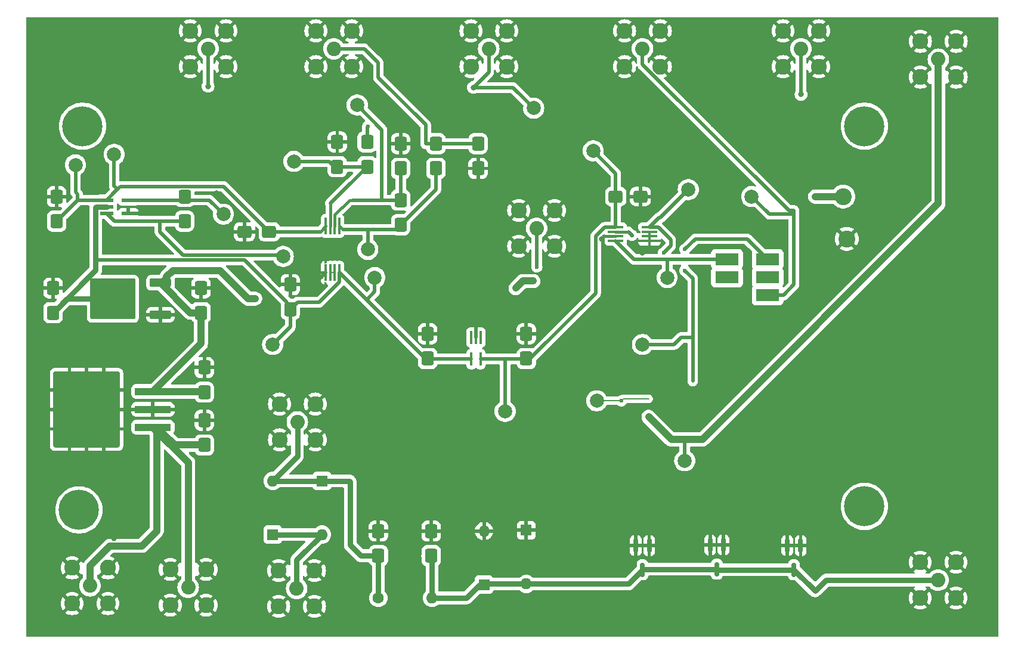
<source format=gbr>
%TF.GenerationSoftware,KiCad,Pcbnew,8.0.6*%
%TF.CreationDate,2025-02-17T16:21:55-05:00*%
%TF.ProjectId,PCB Design,50434220-4465-4736-9967-6e2e6b696361,rev?*%
%TF.SameCoordinates,Original*%
%TF.FileFunction,Copper,L1,Top*%
%TF.FilePolarity,Positive*%
%FSLAX46Y46*%
G04 Gerber Fmt 4.6, Leading zero omitted, Abs format (unit mm)*
G04 Created by KiCad (PCBNEW 8.0.6) date 2025-02-17 16:21:55*
%MOMM*%
%LPD*%
G01*
G04 APERTURE LIST*
G04 Aperture macros list*
%AMRoundRect*
0 Rectangle with rounded corners*
0 $1 Rounding radius*
0 $2 $3 $4 $5 $6 $7 $8 $9 X,Y pos of 4 corners*
0 Add a 4 corners polygon primitive as box body*
4,1,4,$2,$3,$4,$5,$6,$7,$8,$9,$2,$3,0*
0 Add four circle primitives for the rounded corners*
1,1,$1+$1,$2,$3*
1,1,$1+$1,$4,$5*
1,1,$1+$1,$6,$7*
1,1,$1+$1,$8,$9*
0 Add four rect primitives between the rounded corners*
20,1,$1+$1,$2,$3,$4,$5,0*
20,1,$1+$1,$4,$5,$6,$7,0*
20,1,$1+$1,$6,$7,$8,$9,0*
20,1,$1+$1,$8,$9,$2,$3,0*%
G04 Aperture macros list end*
%TA.AperFunction,SMDPad,CuDef*%
%ADD10RoundRect,0.336539X0.663461X0.538461X-0.663461X0.538461X-0.663461X-0.538461X0.663461X-0.538461X0*%
%TD*%
%TA.AperFunction,ComponentPad*%
%ADD11C,2.050000*%
%TD*%
%TA.AperFunction,ComponentPad*%
%ADD12C,2.250000*%
%TD*%
%TA.AperFunction,SMDPad,CuDef*%
%ADD13RoundRect,0.336539X0.538461X-0.663461X0.538461X0.663461X-0.538461X0.663461X-0.538461X-0.663461X0*%
%TD*%
%TA.AperFunction,SMDPad,CuDef*%
%ADD14RoundRect,0.100000X-1.000000X-0.100000X1.000000X-0.100000X1.000000X0.100000X-1.000000X0.100000X0*%
%TD*%
%TA.AperFunction,SMDPad,CuDef*%
%ADD15RoundRect,0.093750X-1.006250X-0.093750X1.006250X-0.093750X1.006250X0.093750X-1.006250X0.093750X0*%
%TD*%
%TA.AperFunction,ComponentPad*%
%ADD16C,5.700000*%
%TD*%
%TA.AperFunction,ComponentPad*%
%ADD17C,2.000000*%
%TD*%
%TA.AperFunction,SMDPad,CuDef*%
%ADD18RoundRect,0.100000X-0.100000X0.860000X-0.100000X-0.860000X0.100000X-0.860000X0.100000X0.860000X0*%
%TD*%
%TA.AperFunction,ComponentPad*%
%ADD19R,1.600000X1.600000*%
%TD*%
%TA.AperFunction,ComponentPad*%
%ADD20O,1.600000X1.600000*%
%TD*%
%TA.AperFunction,ComponentPad*%
%ADD21C,1.600000*%
%TD*%
%TA.AperFunction,SMDPad,CuDef*%
%ADD22RoundRect,0.250000X1.280000X0.350000X-1.280000X0.350000X-1.280000X-0.350000X1.280000X-0.350000X0*%
%TD*%
%TA.AperFunction,SMDPad,CuDef*%
%ADD23RoundRect,0.250000X1.275000X1.125000X-1.275000X1.125000X-1.275000X-1.125000X1.275000X-1.125000X0*%
%TD*%
%TA.AperFunction,SMDPad,CuDef*%
%ADD24RoundRect,0.249997X2.950003X2.650003X-2.950003X2.650003X-2.950003X-2.650003X2.950003X-2.650003X0*%
%TD*%
%TA.AperFunction,SMDPad,CuDef*%
%ADD25R,1.915800X0.558800*%
%TD*%
%TA.AperFunction,SMDPad,CuDef*%
%ADD26RoundRect,0.162500X-0.162500X0.837500X-0.162500X-0.837500X0.162500X-0.837500X0.162500X0.837500X0*%
%TD*%
%TA.AperFunction,ComponentPad*%
%ADD27C,2.400000*%
%TD*%
%TA.AperFunction,SMDPad,CuDef*%
%ADD28R,3.230000X1.651000*%
%TD*%
%TA.AperFunction,SMDPad,CuDef*%
%ADD29R,0.635000X1.651000*%
%TD*%
%TA.AperFunction,ComponentPad*%
%ADD30C,1.016000*%
%TD*%
%TA.AperFunction,SMDPad,CuDef*%
%ADD31R,1.270000X6.731000*%
%TD*%
%TA.AperFunction,SMDPad,CuDef*%
%ADD32RoundRect,0.336539X-0.538461X0.663461X-0.538461X-0.663461X0.538461X-0.663461X0.538461X0.663461X0*%
%TD*%
%TA.AperFunction,SMDPad,CuDef*%
%ADD33RoundRect,0.100000X-0.100000X1.087500X-0.100000X-1.087500X0.100000X-1.087500X0.100000X1.087500X0*%
%TD*%
%TA.AperFunction,SMDPad,CuDef*%
%ADD34RoundRect,0.093750X-0.093750X1.093750X-0.093750X-1.093750X0.093750X-1.093750X0.093750X1.093750X0*%
%TD*%
%TA.AperFunction,SMDPad,CuDef*%
%ADD35RoundRect,0.336539X-0.663461X-0.538461X0.663461X-0.538461X0.663461X0.538461X-0.663461X0.538461X0*%
%TD*%
%TA.AperFunction,SMDPad,CuDef*%
%ADD36RoundRect,0.250000X2.325000X0.300000X-2.325000X0.300000X-2.325000X-0.300000X2.325000X-0.300000X0*%
%TD*%
%TA.AperFunction,SMDPad,CuDef*%
%ADD37RoundRect,0.250000X2.025000X2.375000X-2.025000X2.375000X-2.025000X-2.375000X2.025000X-2.375000X0*%
%TD*%
%TA.AperFunction,SMDPad,CuDef*%
%ADD38RoundRect,0.250002X4.449998X5.149998X-4.449998X5.149998X-4.449998X-5.149998X4.449998X-5.149998X0*%
%TD*%
%TA.AperFunction,ViaPad*%
%ADD39C,0.600000*%
%TD*%
%TA.AperFunction,ViaPad*%
%ADD40C,0.800000*%
%TD*%
%TA.AperFunction,Conductor*%
%ADD41C,1.000000*%
%TD*%
%TA.AperFunction,Conductor*%
%ADD42C,0.200000*%
%TD*%
%TA.AperFunction,Conductor*%
%ADD43C,0.800000*%
%TD*%
%TA.AperFunction,Conductor*%
%ADD44C,0.500000*%
%TD*%
%TA.AperFunction,Conductor*%
%ADD45C,0.400000*%
%TD*%
G04 APERTURE END LIST*
D10*
%TO.P,0.1uf,1*%
%TO.N,Net-(-5V_REG1-OUT)*%
X132500000Y-93500000D03*
%TO.P,0.1uf,2*%
%TO.N,GND*%
X129000000Y-93500000D03*
%TD*%
D11*
%TO.P,24V_DC,1,In*%
%TO.N,Net-(12V_REG1-VI)*%
X107061000Y-143764000D03*
D12*
%TO.P,24V_DC,2,Ext*%
%TO.N,GND*%
X104521000Y-141224000D03*
X104521000Y-146304000D03*
X109601000Y-141224000D03*
X109601000Y-146304000D03*
%TD*%
D13*
%TO.P,1uF1,1*%
%TO.N,Net-(+12VPin1-In)*%
X123300000Y-116275000D03*
%TO.P,1uF1,2*%
%TO.N,GND*%
X123300000Y-112775000D03*
%TD*%
%TO.P,1k\u03A91,1*%
%TO.N,Net-(LNA1--IN1)*%
X151162500Y-84500000D03*
%TO.P,1k\u03A91,2*%
%TO.N,GND*%
X151162500Y-81000000D03*
%TD*%
D14*
%TO.P,Switch1,1,VDD*%
%TO.N,Net-(1.8V_Reg.1-OUT)*%
X181700000Y-92850000D03*
%TO.P,Switch1,2,CTRL*%
%TO.N,Net-(J4-In)*%
X181700000Y-93500000D03*
%TO.P,Switch1,3,GND*%
%TO.N,GND*%
X181700000Y-94150000D03*
%TO.P,Switch1,4,RF1*%
%TO.N,Net-(PWRSplitter1-PORT2)*%
X181700000Y-94800000D03*
%TO.P,Switch1,5,GND*%
%TO.N,GND*%
X186500000Y-94800000D03*
D15*
%TO.P,Switch1,6,GND*%
X186500000Y-94137500D03*
D14*
%TO.P,Switch1,7,GND*%
X186500000Y-93500000D03*
%TO.P,Switch1,8,RF2*%
%TO.N,Net-(J9-In)*%
X186500000Y-92850000D03*
%TD*%
D13*
%TO.P,C7,1*%
%TO.N,Net-(D10-common)*%
X155500000Y-139500000D03*
%TO.P,C7,2*%
%TO.N,GND*%
X155500000Y-136000000D03*
%TD*%
D11*
%TO.P,24V_AMP_PWR,1,In*%
%TO.N,Net-(12V_REG1-VI)*%
X121000000Y-144000000D03*
D12*
%TO.P,24V_AMP_PWR,2,Ext*%
%TO.N,GND*%
X118460000Y-141460000D03*
X118460000Y-146540000D03*
X123540000Y-141460000D03*
X123540000Y-146540000D03*
%TD*%
D16*
%TO.P,REF\u002A\u002A,1*%
%TO.N,N/C*%
X217000000Y-78500000D03*
%TD*%
D13*
%TO.P,C10,1*%
%TO.N,Net-(-5V_REG1-V+)*%
X135500000Y-104500000D03*
%TO.P,C10,2*%
%TO.N,GND*%
X135500000Y-101000000D03*
%TD*%
D17*
%TO.P,TP17,1,1*%
%TO.N,Net-(-5V_REG1-C1+)*%
X126000000Y-91000000D03*
%TD*%
D13*
%TO.P,1uF2,1*%
%TO.N,Net-(-5V_REG1-V+)*%
X155000000Y-111500000D03*
%TO.P,1uF2,2*%
%TO.N,GND*%
X155000000Y-108000000D03*
%TD*%
%TO.P,12k\u03A91,1*%
%TO.N,Net-(LNA1-OUT1)*%
X156162500Y-84500000D03*
%TO.P,12k\u03A91,2*%
%TO.N,Net-(J12-In)*%
X156162500Y-81000000D03*
%TD*%
%TO.P,10uF1,1*%
%TO.N,Net-(+12VPin1-In)*%
X122825000Y-105000000D03*
%TO.P,10uF1,2*%
%TO.N,GND*%
X122825000Y-101500000D03*
%TD*%
D17*
%TO.P,TP7,1,1*%
%TO.N,Net-(LNA1-+IN1)*%
X136000000Y-83500000D03*
%TD*%
D18*
%TO.P,1.8V_Reg.1,1,NC*%
%TO.N,unconnected-(1.8V_Reg.1-NC-Pad1)*%
X162500000Y-108500000D03*
%TO.P,1.8V_Reg.1,2,GND*%
%TO.N,GND*%
X161850000Y-108500000D03*
%TO.P,1.8V_Reg.1,3,NC*%
%TO.N,unconnected-(1.8V_Reg.1-NC-Pad3)*%
X161200000Y-108500000D03*
%TO.P,1.8V_Reg.1,4,IN*%
%TO.N,Net-(-5V_REG1-V+)*%
X161200000Y-111580000D03*
%TO.P,1.8V_Reg.1,5,OUT*%
%TO.N,Net-(1.8V_Reg.1-OUT)*%
X162500000Y-111580000D03*
%TD*%
D11*
%TO.P,HP_AMP_IN,1,In*%
%TO.N,Net-(J9-In)*%
X170460000Y-93000000D03*
D12*
%TO.P,HP_AMP_IN,2,Ext*%
%TO.N,GND*%
X173000000Y-95540000D03*
X173000000Y-90460000D03*
X167920000Y-95540000D03*
X167920000Y-90460000D03*
%TD*%
D19*
%TO.P,D2,1,K*%
%TO.N,Net-(D1-A)*%
X140000000Y-128880000D03*
D20*
%TO.P,D2,2,A*%
%TO.N,Net-(D1-K)*%
X140000000Y-136500000D03*
%TD*%
D16*
%TO.P,REF\u002A\u002A,1*%
%TO.N,N/C*%
X105500000Y-133000000D03*
%TD*%
D13*
%TO.P,1uF3,1*%
%TO.N,Net-(1.8V_Reg.1-OUT)*%
X169000000Y-111500000D03*
%TO.P,1uF3,2*%
%TO.N,GND*%
X169000000Y-108000000D03*
%TD*%
D16*
%TO.P,REF\u002A\u002A,1*%
%TO.N,N/C*%
X106000000Y-78500000D03*
%TD*%
D19*
%TO.P,D1,1,K*%
%TO.N,Net-(D1-K)*%
X133000000Y-136500000D03*
D20*
%TO.P,D1,2,A*%
%TO.N,Net-(D1-A)*%
X133000000Y-128880000D03*
%TD*%
D21*
%TO.P,0.56uH,1,1*%
%TO.N,Net-(D1-A)*%
X148000000Y-145500000D03*
D20*
%TO.P,0.56uH,2,2*%
%TO.N,Net-(D10-common)*%
X155620000Y-145500000D03*
%TD*%
D11*
%TO.P,SIN_GEN,1,In*%
%TO.N,Net-(J10-In)*%
X185500000Y-67500000D03*
D12*
%TO.P,SIN_GEN,2,Ext*%
%TO.N,GND*%
X188040000Y-70040000D03*
X188040000Y-64960000D03*
X182960000Y-70040000D03*
X182960000Y-64960000D03*
%TD*%
D13*
%TO.P,20k\u03A91,1*%
%TO.N,Net-(LNA1-+IN1)*%
X142162500Y-84250000D03*
%TO.P,20k\u03A91,2*%
%TO.N,GND*%
X142162500Y-80750000D03*
%TD*%
D22*
%TO.P,5V_REG1,1,GND*%
%TO.N,GND*%
X117055000Y-105305000D03*
D23*
%TO.P,5V_REG1,2,VO*%
%TO.N,Net-(-5V_REG1-V+)*%
X112000000Y-104550000D03*
X112000000Y-101500000D03*
D24*
X110325000Y-103025000D03*
D23*
X108650000Y-104550000D03*
X108650000Y-101500000D03*
D22*
%TO.P,5V_REG1,3,VI*%
%TO.N,Net-(+12VPin1-In)*%
X117055000Y-100745000D03*
%TD*%
D17*
%TO.P,TP3,1,1*%
%TO.N,Net-(LNA1-OUT1)*%
X146500000Y-96000000D03*
%TD*%
%TO.P,TP13,1,1*%
%TO.N,Net-(J11-In)*%
X191500000Y-126000000D03*
%TD*%
D11*
%TO.P,O-SCOPE_TRIG,1,In*%
%TO.N,Net-(J4-In)*%
X163675000Y-67500000D03*
D12*
%TO.P,O-SCOPE_TRIG,2,Ext*%
%TO.N,GND*%
X166215000Y-70040000D03*
X166215000Y-64960000D03*
X161135000Y-70040000D03*
X161135000Y-64960000D03*
%TD*%
D19*
%TO.P,D4,1,K*%
%TO.N,GND*%
X169000000Y-135880000D03*
D20*
%TO.P,D4,2,A*%
%TO.N,Net-(D10-common)*%
X169000000Y-143500000D03*
%TD*%
D25*
%TO.P,-5V_REG1,1,OUT*%
%TO.N,Net-(-5V_REG1-OUT)*%
X109415800Y-89000000D03*
%TO.P,-5V_REG1,2,V+*%
%TO.N,Net-(-5V_REG1-V+)*%
X109415800Y-89952500D03*
%TO.P,-5V_REG1,3,C1-*%
%TO.N,Net-(-5V_REG1-C1-)*%
X109415800Y-90905000D03*
%TO.P,-5V_REG1,4,GND*%
%TO.N,GND*%
X112500000Y-90905000D03*
%TO.P,-5V_REG1,5,C1+*%
%TO.N,Net-(-5V_REG1-C1+)*%
X112500000Y-89000000D03*
%TD*%
D13*
%TO.P,R1,1*%
%TO.N,Net-(LNA1-OUT1)*%
X151162500Y-92500000D03*
%TO.P,R1,2*%
%TO.N,Net-(LNA1--IN1)*%
X151162500Y-89000000D03*
%TD*%
D11*
%TO.P,F_OUT,1,In*%
%TO.N,Net-(J12-In)*%
X141675000Y-67500000D03*
D12*
%TO.P,F_OUT,2,Ext*%
%TO.N,GND*%
X144215000Y-70040000D03*
X144215000Y-64960000D03*
X139135000Y-70040000D03*
X139135000Y-64960000D03*
%TD*%
D13*
%TO.P,0.33uF1,1*%
%TO.N,Net-(12V_REG1-VI)*%
X123300000Y-123775000D03*
%TO.P,0.33uF1,2*%
%TO.N,GND*%
X123300000Y-120275000D03*
%TD*%
D11*
%TO.P,LNA_OUT,1,In*%
%TO.N,Net-(J11-In)*%
X227500000Y-69000000D03*
D12*
%TO.P,LNA_OUT,2,Ext*%
%TO.N,GND*%
X230040000Y-71540000D03*
X230040000Y-66460000D03*
X224960000Y-71540000D03*
X224960000Y-66460000D03*
%TD*%
D13*
%TO.P,1nF1,1*%
%TO.N,Net-(LNA1-+IN1)*%
X146412500Y-84250000D03*
%TO.P,1nF1,2*%
%TO.N,Net-(Mixer1-IF)*%
X146412500Y-80750000D03*
%TD*%
D26*
%TO.P,D8,1,A*%
%TO.N,GND*%
X207950000Y-138080000D03*
%TO.P,D8,2,K*%
X206050000Y-138080000D03*
%TO.P,D8,3,common*%
%TO.N,Net-(D10-common)*%
X207000000Y-141500000D03*
%TD*%
D11*
%TO.P,LNA_IN,1,In*%
%TO.N,Net-(D10-common)*%
X227460000Y-142960000D03*
D12*
%TO.P,LNA_IN,2,Ext*%
%TO.N,GND*%
X224920000Y-140420000D03*
X224920000Y-145500000D03*
X230000000Y-140420000D03*
X230000000Y-145500000D03*
%TD*%
D27*
%TO.P,GNDPin1,1,In*%
%TO.N,GND*%
X214500000Y-94500000D03*
%TD*%
D28*
%TO.P,Power_Spliter,1,SUM*%
%TO.N,Net-(J10-In)*%
X203270000Y-102500000D03*
%TO.P,Power_Spliter,2,NC*%
%TO.N,unconnected-(PWRSplitter1-NC-Pad2)*%
X203270000Y-99960000D03*
%TO.P,Power_Spliter,3,PORT1*%
%TO.N,Net-(Mixer1-LO)*%
X203270000Y-97420000D03*
%TO.P,Power_Spliter,4,PORT2*%
%TO.N,Net-(PWRSplitter1-PORT2)*%
X197500000Y-97420000D03*
%TO.P,Power_Spliter,5,NC*%
%TO.N,unconnected-(PWRSplitter1-NC-Pad5)*%
X197500000Y-99960000D03*
%TO.P,Power_Spliter,6,GND*%
%TO.N,GND*%
X197500000Y-102500000D03*
D29*
X199432500Y-102500000D03*
D30*
X200385000Y-97420000D03*
X200385000Y-98690000D03*
X200385000Y-99960000D03*
D31*
X200385000Y-99960000D03*
D30*
X200385000Y-101230000D03*
X200385000Y-102500000D03*
%TD*%
D17*
%TO.P,TP8,1,1*%
%TO.N,Net-(J9-In)*%
X192000000Y-87500000D03*
%TD*%
%TO.P,TP6,1,1*%
%TO.N,Net-(-5V_REG1-OUT)*%
X110500000Y-82500000D03*
%TD*%
%TO.P,TP9,1,1*%
%TO.N,Net-(1.8V_Reg.1-OUT)*%
X166000000Y-119000000D03*
%TD*%
%TO.P,TP11,1,1*%
%TO.N,Net-(Mixer1-LO)*%
X185500000Y-109500000D03*
%TD*%
D11*
%TO.P,SIN_TRIG,1,In*%
%TO.N,Net-(J4-In)*%
X208000000Y-67500000D03*
D12*
%TO.P,SIN_TRIG,2,Ext*%
%TO.N,GND*%
X210540000Y-70040000D03*
X210540000Y-64960000D03*
X205460000Y-70040000D03*
X205460000Y-64960000D03*
%TD*%
D32*
%TO.P,10uF,1*%
%TO.N,Net-(-5V_REG1-C1+)*%
X120500000Y-88500000D03*
%TO.P,10uF,2*%
%TO.N,Net-(-5V_REG1-C1-)*%
X120500000Y-92000000D03*
%TD*%
D17*
%TO.P,TP2,1,1*%
%TO.N,Net-(1.8V_Reg.1-OUT)*%
X178500000Y-82000000D03*
%TD*%
D11*
%TO.P,IMPD_MATCH,1,In*%
%TO.N,Net-(D1-A)*%
X136500000Y-120500000D03*
D12*
%TO.P,IMPD_MATCH,2,Ext*%
%TO.N,GND*%
X133960000Y-117960000D03*
X133960000Y-123040000D03*
X139040000Y-117960000D03*
X139040000Y-123040000D03*
%TD*%
D17*
%TO.P,TP10,1,1*%
%TO.N,Net-(J4-In)*%
X170053000Y-75946000D03*
%TD*%
%TO.P,TP5,1,1*%
%TO.N,Net-(LNA1--IN1)*%
X145000000Y-75500000D03*
%TD*%
D16*
%TO.P,REF\u002A\u002A,1*%
%TO.N,N/C*%
X217000000Y-132500000D03*
%TD*%
D11*
%TO.P,HP_AMP_OUT,1,In*%
%TO.N,Net-(D1-K)*%
X136398000Y-144145000D03*
D12*
%TO.P,HP_AMP_OUT,2,Ext*%
%TO.N,GND*%
X133858000Y-141605000D03*
X133858000Y-146685000D03*
X138938000Y-141605000D03*
X138938000Y-146685000D03*
%TD*%
D11*
%TO.P,PULSE_GEN,1,In*%
%TO.N,Net-(J4-In)*%
X123825000Y-67500000D03*
D12*
%TO.P,PULSE_GEN,2,Ext*%
%TO.N,GND*%
X126365000Y-70040000D03*
X126365000Y-64960000D03*
X121285000Y-70040000D03*
X121285000Y-64960000D03*
%TD*%
D19*
%TO.P,D3,1,K*%
%TO.N,Net-(D10-common)*%
X163000000Y-143620000D03*
D20*
%TO.P,D3,2,A*%
%TO.N,GND*%
X163000000Y-136000000D03*
%TD*%
D13*
%TO.P,C6,1*%
%TO.N,Net-(D1-A)*%
X148000000Y-139500000D03*
%TO.P,C6,2*%
%TO.N,GND*%
X148000000Y-136000000D03*
%TD*%
D27*
%TO.P,+12VPin1,1,In*%
%TO.N,Net-(+12VPin1-In)*%
X214000000Y-88500000D03*
%TD*%
D33*
%TO.P,LNA1,1,OUT1*%
%TO.N,Net-(LNA1-OUT1)*%
X142475000Y-92687500D03*
%TO.P,LNA1,2,-IN1*%
%TO.N,Net-(LNA1--IN1)*%
X141825000Y-92687500D03*
D34*
%TO.P,LNA1,3,+IN1*%
%TO.N,Net-(LNA1-+IN1)*%
X141187500Y-92687500D03*
D33*
%TO.P,LNA1,4,VEE*%
%TO.N,Net-(-5V_REG1-OUT)*%
X140525000Y-92687500D03*
%TO.P,LNA1,5,+IN2*%
%TO.N,GND*%
X140525000Y-99312500D03*
D34*
%TO.P,LNA1,6,-IN2*%
%TO.N,Net-(LNA1--IN2)*%
X141187500Y-99312500D03*
D33*
%TO.P,LNA1,7,OUT2*%
X141825000Y-99312500D03*
%TO.P,LNA1,8,VCC*%
%TO.N,Net-(-5V_REG1-V+)*%
X142475000Y-99312500D03*
%TD*%
D26*
%TO.P,D9,1,A*%
%TO.N,GND*%
X186450000Y-138080000D03*
%TO.P,D9,2,K*%
X184550000Y-138080000D03*
%TO.P,D9,3,common*%
%TO.N,Net-(D10-common)*%
X185500000Y-141500000D03*
%TD*%
D17*
%TO.P,TP18,1,1*%
%TO.N,Net-(-5V_REG1-C1-)*%
X134500000Y-97000000D03*
%TD*%
%TO.P,TP4,1,1*%
%TO.N,Net-(-5V_REG1-V+)*%
X147500000Y-100000000D03*
%TD*%
%TO.P,TP12,1,1*%
%TO.N,Net-(Mixer1-IF)*%
X179000000Y-117500000D03*
%TD*%
D26*
%TO.P,D10,1,A*%
%TO.N,GND*%
X197000000Y-138000000D03*
%TO.P,D10,2,K*%
X195100000Y-138000000D03*
%TO.P,D10,3,common*%
%TO.N,Net-(D10-common)*%
X196050000Y-141420000D03*
%TD*%
D17*
%TO.P,TP14,1,1*%
%TO.N,Net-(J10-In)*%
X201000000Y-88500000D03*
%TD*%
D13*
%TO.P,10uF4,1*%
%TO.N,Net-(-5V_REG1-OUT)*%
X102325000Y-92000000D03*
%TO.P,10uF4,2*%
%TO.N,GND*%
X102325000Y-88500000D03*
%TD*%
%TO.P,10uF2,1*%
%TO.N,Net-(-5V_REG1-V+)*%
X101825000Y-105000000D03*
%TO.P,10uF2,2*%
%TO.N,GND*%
X101825000Y-101500000D03*
%TD*%
D35*
%TO.P,0.1uF1,1*%
%TO.N,Net-(1.8V_Reg.1-OUT)*%
X181700000Y-88500000D03*
%TO.P,0.1uF1,2*%
%TO.N,GND*%
X185200000Y-88500000D03*
%TD*%
D17*
%TO.P,TP1,1,1*%
%TO.N,Net-(-5V_REG1-V+)*%
X133000000Y-109500000D03*
%TD*%
D13*
%TO.P,1nF2,1*%
%TO.N,GND*%
X162162500Y-84500000D03*
%TO.P,1nF2,2*%
%TO.N,Net-(J12-In)*%
X162162500Y-81000000D03*
%TD*%
D17*
%TO.P,TP16,1,1*%
%TO.N,Net-(-5V_REG1-OUT)*%
X105000000Y-84000000D03*
%TD*%
%TO.P,TP15,1,1*%
%TO.N,Net-(PWRSplitter1-PORT2)*%
X189000000Y-100000000D03*
%TD*%
D36*
%TO.P,12V_REG1,1,VI*%
%TO.N,Net-(12V_REG1-VI)*%
X116000000Y-121265000D03*
%TO.P,12V_REG1,2,GND*%
%TO.N,GND*%
X116000000Y-118725000D03*
D37*
X109000000Y-121500000D03*
X109000000Y-115950000D03*
D38*
X106575000Y-118725000D03*
D37*
X104150000Y-121500000D03*
X104150000Y-115950000D03*
D36*
%TO.P,12V_REG1,3,VO*%
%TO.N,Net-(+12VPin1-In)*%
X116000000Y-116185000D03*
%TD*%
D39*
%TO.N,Net-(+12VPin1-In)*%
X130500000Y-103000000D03*
X210000000Y-88500000D03*
X170000000Y-100500000D03*
X167500000Y-101500000D03*
D40*
%TO.N,GND*%
X171000000Y-67000000D03*
X129000000Y-80000000D03*
X191000000Y-65500000D03*
X194500000Y-135000000D03*
X216500000Y-96500000D03*
X175317396Y-119769059D03*
X110500000Y-137000000D03*
X134500000Y-81000000D03*
X155500000Y-149500000D03*
X174500000Y-105000000D03*
X117500000Y-109000000D03*
X143000000Y-121500000D03*
X181000000Y-127500000D03*
X154000000Y-104000000D03*
X159000000Y-136500000D03*
X125500000Y-93500000D03*
X174500000Y-112000000D03*
X124000000Y-138000000D03*
X146500000Y-92000000D03*
X174500000Y-141500000D03*
X99500000Y-96000000D03*
X173483495Y-78277049D03*
X100500000Y-148000000D03*
X208500000Y-133000000D03*
X164000000Y-117000000D03*
X114500000Y-125500000D03*
X137500000Y-100000000D03*
X163830000Y-92964000D03*
X185500000Y-96500000D03*
X155000000Y-69000000D03*
X137378569Y-111172648D03*
X217006986Y-147353986D03*
X148500000Y-132500000D03*
X168943498Y-149035062D03*
X151500000Y-141500000D03*
X101000000Y-111500000D03*
X185000000Y-149000000D03*
X160500000Y-75500000D03*
X181483000Y-75057000D03*
X180000000Y-66500000D03*
X209500000Y-149000000D03*
X130500000Y-139500000D03*
X113500000Y-146500000D03*
X129000000Y-66500000D03*
X138194902Y-89247445D03*
X150500000Y-66500000D03*
X230990481Y-133370491D03*
X139500000Y-75500000D03*
X194500000Y-146000000D03*
X209000000Y-98500000D03*
X115000000Y-95000000D03*
X188000000Y-103500000D03*
X216500000Y-68000000D03*
X177000000Y-89000000D03*
X157196503Y-78572380D03*
X182616059Y-80994891D03*
X233970570Y-143380534D03*
X135000000Y-86000000D03*
X128000000Y-121500000D03*
X195500000Y-75000000D03*
X199500000Y-115000000D03*
X162500000Y-103500000D03*
X200500000Y-108000000D03*
X185500000Y-91500000D03*
X159488880Y-86213634D03*
X199000000Y-121000000D03*
X207000000Y-84500000D03*
X190000000Y-83000000D03*
X125000000Y-88000000D03*
X169545000Y-129032000D03*
X207379006Y-120074709D03*
X179700000Y-94500000D03*
X102500000Y-85500000D03*
X139519735Y-80508165D03*
X131500000Y-88500000D03*
X232000000Y-81000000D03*
X101854000Y-137160000D03*
X128778000Y-109982000D03*
X191000000Y-92500000D03*
X213000000Y-98500000D03*
X128500000Y-100000000D03*
X106000000Y-95000000D03*
X183000000Y-109000000D03*
X168096410Y-81944851D03*
X197500000Y-86000000D03*
X200500000Y-91500000D03*
X212500000Y-92500000D03*
X181500000Y-135000000D03*
X182500000Y-102500000D03*
X123500000Y-134000000D03*
X131000000Y-145500000D03*
X143880184Y-145290848D03*
X158000000Y-130500000D03*
X148500000Y-98000000D03*
X154802244Y-98592466D03*
X214867435Y-141623046D03*
X169000000Y-119500000D03*
X199000000Y-133000000D03*
X111474717Y-132491747D03*
X149500000Y-113500000D03*
X233000000Y-99500000D03*
X180500000Y-114500000D03*
X193000000Y-91000000D03*
X156176054Y-119425202D03*
X126305300Y-149493537D03*
D39*
%TO.N,Net-(Mixer1-IF)*%
X182500000Y-117500000D03*
X146500000Y-78500000D03*
D40*
%TO.N,Net-(J4-In)*%
X161500000Y-73000000D03*
D39*
X184000000Y-94000000D03*
D40*
X208000000Y-74000000D03*
X123825000Y-72825000D03*
D39*
%TO.N,Net-(J9-In)*%
X170500000Y-98500000D03*
X188500000Y-96500000D03*
%TO.N,Net-(Mixer1-LO)*%
X191500000Y-99000000D03*
X191500000Y-96000000D03*
%TD*%
D41*
%TO.N,Net-(+12VPin1-In)*%
X122825000Y-105000000D02*
X121310000Y-105000000D01*
X121310000Y-105000000D02*
X117055000Y-100745000D01*
X210000000Y-88500000D02*
X214000000Y-88500000D01*
D42*
X123210000Y-116185000D02*
X123300000Y-116275000D01*
D41*
X167500000Y-101500000D02*
X168500000Y-100500000D01*
X116000000Y-116185000D02*
X123210000Y-116185000D01*
X116000000Y-116185000D02*
X122825000Y-109360000D01*
X125500000Y-99000000D02*
X129500000Y-103000000D01*
X117900000Y-99900000D02*
X118800000Y-99000000D01*
X122825000Y-109360000D02*
X122825000Y-105000000D01*
X118800000Y-99000000D02*
X125500000Y-99000000D01*
X168500000Y-100500000D02*
X170000000Y-100500000D01*
D43*
X117055000Y-100745000D02*
X117900000Y-99900000D01*
D41*
X129500000Y-103000000D02*
X130500000Y-103000000D01*
D44*
%TO.N,Net-(-5V_REG1-OUT)*%
X105000000Y-87850000D02*
X105000000Y-84000000D01*
X105325000Y-89000000D02*
X105325000Y-88175000D01*
X105325000Y-88175000D02*
X105000000Y-87850000D01*
X132500000Y-93500000D02*
X139712500Y-93500000D01*
X110957900Y-87457900D02*
X110500000Y-87000000D01*
X109415800Y-89000000D02*
X110457900Y-87957900D01*
D45*
X139712500Y-93500000D02*
X140525000Y-92687500D01*
D44*
X126050000Y-87050000D02*
X132500000Y-93500000D01*
X105325000Y-89000000D02*
X109415800Y-89000000D01*
X102325000Y-92000000D02*
X105325000Y-89000000D01*
X110457900Y-87957900D02*
X110957900Y-87457900D01*
X110957900Y-87457900D02*
X111365800Y-87050000D01*
X110500000Y-87000000D02*
X110500000Y-82500000D01*
X111365800Y-87050000D02*
X126050000Y-87050000D01*
D42*
%TO.N,GND*%
X186500000Y-94137500D02*
X186500000Y-94800000D01*
D44*
X161850000Y-108500000D02*
X161850000Y-104150000D01*
X180050000Y-94150000D02*
X179700000Y-94500000D01*
X139837500Y-100000000D02*
X140525000Y-99312500D01*
X137500000Y-100000000D02*
X139837500Y-100000000D01*
D42*
X161850000Y-104150000D02*
X162500000Y-103500000D01*
D45*
X181700000Y-94150000D02*
X180050000Y-94150000D01*
D42*
X214500000Y-94500000D02*
X216500000Y-96500000D01*
X214500000Y-94500000D02*
X212500000Y-92500000D01*
X186500000Y-93500000D02*
X186500000Y-94137500D01*
%TO.N,Net-(-5V_REG1-C1+)*%
X120000000Y-89000000D02*
X120500000Y-88500000D01*
D44*
X117000000Y-89000000D02*
X118500000Y-89000000D01*
X124000000Y-89000000D02*
X126000000Y-91000000D01*
X112500000Y-89000000D02*
X117000000Y-89000000D01*
X118500000Y-89000000D02*
X124000000Y-89000000D01*
X118500000Y-89000000D02*
X120000000Y-89000000D01*
%TO.N,Net-(-5V_REG1-V+)*%
X129000000Y-97500000D02*
X107857900Y-97500000D01*
X139605588Y-103500000D02*
X142475000Y-100630588D01*
D43*
X107857900Y-98967100D02*
X107857900Y-97500000D01*
D42*
X135000000Y-105000000D02*
X135000000Y-103500000D01*
D43*
X103800000Y-103025000D02*
X101825000Y-105000000D01*
D42*
X155080000Y-111580000D02*
X155000000Y-111500000D01*
D43*
X107857900Y-97500000D02*
X107857900Y-90025600D01*
X107931000Y-89952500D02*
X109415800Y-89952500D01*
D44*
X142475000Y-100630588D02*
X142475000Y-99312500D01*
X135000000Y-105000000D02*
X136500000Y-103500000D01*
X136500000Y-103500000D02*
X139605588Y-103500000D01*
D42*
X154375000Y-111500000D02*
X155000000Y-111500000D01*
D44*
X135500000Y-107000000D02*
X133000000Y-109500000D01*
D43*
X107857900Y-90025600D02*
X107931000Y-89952500D01*
D44*
X146331250Y-103168750D02*
X147500000Y-102000000D01*
X142475000Y-99312500D02*
X146331250Y-103168750D01*
X146331250Y-103168750D02*
X154662500Y-111500000D01*
X135000000Y-103500000D02*
X129000000Y-97500000D01*
X161200000Y-111580000D02*
X155080000Y-111580000D01*
D42*
X154662500Y-111500000D02*
X155000000Y-111500000D01*
D43*
X101825000Y-105000000D02*
X107857900Y-98967100D01*
X110325000Y-103025000D02*
X103800000Y-103025000D01*
D44*
X147500000Y-102000000D02*
X147500000Y-100000000D01*
X135500000Y-104500000D02*
X135500000Y-107000000D01*
D43*
%TO.N,Net-(12V_REG1-VI)*%
X116000000Y-121265000D02*
X116550000Y-121815000D01*
X116000000Y-121265000D02*
X116735000Y-121265000D01*
D41*
X116550000Y-135985000D02*
X114435000Y-138100000D01*
X121000000Y-144000000D02*
X121000000Y-126265000D01*
D43*
X116735000Y-121265000D02*
X119245000Y-123775000D01*
D41*
X116550000Y-121815000D02*
X116550000Y-135985000D01*
X121000000Y-126265000D02*
X116000000Y-121265000D01*
X107061000Y-140939000D02*
X107061000Y-143764000D01*
X114435000Y-138100000D02*
X109900000Y-138100000D01*
X109900000Y-138100000D02*
X107061000Y-140939000D01*
X119245000Y-123775000D02*
X123300000Y-123775000D01*
D43*
%TO.N,Net-(D1-A)*%
X140000000Y-128880000D02*
X143880000Y-128880000D01*
X144000000Y-138000000D02*
X145500000Y-139500000D01*
X143880000Y-128880000D02*
X144000000Y-129000000D01*
X145500000Y-139500000D02*
X148000000Y-139500000D01*
X136500000Y-125380000D02*
X133000000Y-128880000D01*
X133000000Y-128880000D02*
X140000000Y-128880000D01*
X136500000Y-125380000D02*
X136500000Y-120500000D01*
X144000000Y-129000000D02*
X144000000Y-138000000D01*
X148000000Y-145500000D02*
X148000000Y-139500000D01*
%TO.N,Net-(D10-common)*%
X207000000Y-141500000D02*
X196130000Y-141500000D01*
X207000000Y-141500000D02*
X210000000Y-144500000D01*
X169000000Y-143500000D02*
X163120000Y-143500000D01*
X196130000Y-141500000D02*
X196050000Y-141420000D01*
X155620000Y-140120000D02*
X155000000Y-139500000D01*
X160500000Y-145500000D02*
X155620000Y-145500000D01*
X163000000Y-143620000D02*
X162380000Y-143620000D01*
X163120000Y-143500000D02*
X163000000Y-143620000D01*
X196050000Y-141420000D02*
X185580000Y-141420000D01*
X211540000Y-142960000D02*
X227460000Y-142960000D01*
X185500000Y-141500000D02*
X183500000Y-143500000D01*
X162380000Y-143620000D02*
X160500000Y-145500000D01*
X183500000Y-143500000D02*
X169000000Y-143500000D01*
X210000000Y-144500000D02*
X211540000Y-142960000D01*
X155620000Y-145500000D02*
X155620000Y-140120000D01*
X185580000Y-141420000D02*
X185500000Y-141500000D01*
D42*
%TO.N,Net-(Mixer1-IF)*%
X182770000Y-117230000D02*
X182500000Y-117500000D01*
X146412500Y-78587500D02*
X146500000Y-78500000D01*
X186365000Y-117230000D02*
X182770000Y-117230000D01*
D44*
X146412500Y-80750000D02*
X146412500Y-78587500D01*
D42*
X182500000Y-117500000D02*
X179000000Y-117500000D01*
D45*
%TO.N,Net-(LNA1-+IN1)*%
X141187500Y-92687500D02*
X141187500Y-89475000D01*
D44*
X143331250Y-87331250D02*
X146412500Y-84250000D01*
X141750000Y-84250000D02*
X141000000Y-83500000D01*
X142162500Y-84250000D02*
X141750000Y-84250000D01*
X141000000Y-83500000D02*
X136000000Y-83500000D01*
X141187500Y-89475000D02*
X143331250Y-87331250D01*
X142162500Y-84250000D02*
X146412500Y-84250000D01*
%TO.N,Net-(J12-In)*%
X148000000Y-71597613D02*
X148000000Y-69500000D01*
X148000000Y-69500000D02*
X146000000Y-67500000D01*
X154710000Y-81000000D02*
X154710000Y-78307613D01*
X146000000Y-67500000D02*
X141675000Y-67500000D01*
X154710000Y-78307613D02*
X148000000Y-71597613D01*
X156162500Y-81000000D02*
X162162500Y-81000000D01*
X156162500Y-81000000D02*
X154710000Y-81000000D01*
D42*
%TO.N,Net-(D1-K)*%
X140040000Y-136540000D02*
X140000000Y-136500000D01*
D43*
X140000000Y-136500000D02*
X136398000Y-140102000D01*
X140000000Y-136500000D02*
X133000000Y-136500000D01*
X136398000Y-140102000D02*
X136398000Y-144145000D01*
D44*
%TO.N,Net-(J4-In)*%
X161500000Y-73000000D02*
X163675000Y-70825000D01*
X161500000Y-73000000D02*
X167107000Y-73000000D01*
D45*
X181700000Y-93500000D02*
X183500000Y-93500000D01*
D44*
X208000000Y-68000000D02*
X208000000Y-74000000D01*
X167107000Y-73000000D02*
X170053000Y-75946000D01*
X123825000Y-72825000D02*
X123825000Y-67500000D01*
X183500000Y-93500000D02*
X184000000Y-94000000D01*
X163675000Y-70825000D02*
X163675000Y-67500000D01*
%TO.N,Net-(J9-In)*%
X170460000Y-93000000D02*
X170460000Y-98460000D01*
X187874999Y-91475001D02*
X188024999Y-91475001D01*
X187730588Y-92850000D02*
X186500000Y-92850000D01*
X189500000Y-95500000D02*
X189500000Y-94619412D01*
D42*
X170460000Y-98460000D02*
X170500000Y-98500000D01*
D44*
X187874999Y-91475001D02*
X186500000Y-92850000D01*
X188500000Y-96500000D02*
X189500000Y-95500000D01*
X189500000Y-94619412D02*
X187730588Y-92850000D01*
X188024999Y-91475001D02*
X192000000Y-87500000D01*
%TO.N,Net-(J10-In)*%
X207000000Y-101000000D02*
X207000000Y-91000000D01*
X207000000Y-91000000D02*
X203500000Y-91000000D01*
X205500000Y-102500000D02*
X207000000Y-101000000D01*
X207000000Y-91000000D02*
X207000000Y-90500000D01*
D42*
X185500000Y-68000000D02*
X185500000Y-67300000D01*
D44*
X203500000Y-91000000D02*
X201000000Y-88500000D01*
X185500000Y-69727387D02*
X185500000Y-67500000D01*
X203270000Y-102500000D02*
X205500000Y-102500000D01*
X207000000Y-90500000D02*
X206272613Y-90500000D01*
X206272613Y-90500000D02*
X185500000Y-69727387D01*
D41*
%TO.N,Net-(J11-In)*%
X227500000Y-69000000D02*
X227500000Y-89495500D01*
X189595000Y-123000000D02*
X186365000Y-119770000D01*
X227500000Y-89495500D02*
X193995500Y-123000000D01*
X191500000Y-123000000D02*
X189595000Y-123000000D01*
D44*
X191500000Y-123000000D02*
X191500000Y-126000000D01*
D41*
X193995500Y-123000000D02*
X191500000Y-123000000D01*
D45*
%TO.N,Net-(LNA1--IN1)*%
X143912500Y-89000000D02*
X144325001Y-89000000D01*
D44*
X151162500Y-89000000D02*
X151162500Y-84500000D01*
D45*
X141825000Y-91087500D02*
X143912500Y-89000000D01*
D44*
X148500000Y-79000000D02*
X145000000Y-75500000D01*
X148500000Y-89000000D02*
X148500000Y-79000000D01*
D45*
X141825000Y-92687500D02*
X141825000Y-91087500D01*
D44*
X144325001Y-89000000D02*
X151162500Y-89000000D01*
D42*
%TO.N,Net-(LNA1--IN2)*%
X141825000Y-99312500D02*
X141187500Y-99312500D01*
D44*
%TO.N,Net-(LNA1-OUT1)*%
X156162500Y-87500000D02*
X156162500Y-84500000D01*
D42*
X151162500Y-92500000D02*
X150462500Y-91800000D01*
D44*
X142987500Y-93200000D02*
X146500000Y-93200000D01*
D45*
X142475000Y-92687500D02*
X142987500Y-93200000D01*
D44*
X151162500Y-92500000D02*
X156162500Y-87500000D01*
X146500000Y-93200000D02*
X150462500Y-93200000D01*
D42*
X150462500Y-93200000D02*
X151162500Y-92500000D01*
D44*
X146500000Y-93200000D02*
X146500000Y-96000000D01*
%TO.N,Net-(Mixer1-LO)*%
X192635000Y-114690000D02*
X192635000Y-108500000D01*
X191000000Y-108500000D02*
X190000000Y-109500000D01*
X192635000Y-108500000D02*
X192635000Y-100135000D01*
X195000000Y-94500000D02*
X200350000Y-94500000D01*
X200350000Y-94500000D02*
X203270000Y-97420000D01*
X193000000Y-94500000D02*
X195000000Y-94500000D01*
X192635000Y-108500000D02*
X191000000Y-108500000D01*
X191500000Y-96000000D02*
X193000000Y-94500000D01*
X192635000Y-100135000D02*
X191500000Y-99000000D01*
X190000000Y-109500000D02*
X185500000Y-109500000D01*
%TO.N,Net-(PWRSplitter1-PORT2)*%
X197500000Y-97420000D02*
X189000000Y-97420000D01*
X184320000Y-97420000D02*
X181700000Y-94800000D01*
X189000000Y-97420000D02*
X189000000Y-100000000D01*
X189000000Y-97420000D02*
X184320000Y-97420000D01*
%TO.N,Net-(-5V_REG1-C1-)*%
X120300000Y-96800000D02*
X134300000Y-96800000D01*
X117000000Y-93500000D02*
X120300000Y-96800000D01*
X110510800Y-92000000D02*
X117000000Y-92000000D01*
X117000000Y-92000000D02*
X120500000Y-92000000D01*
X109415800Y-90905000D02*
X110510800Y-92000000D01*
X117000000Y-92000000D02*
X117000000Y-93500000D01*
D42*
X109095000Y-90905000D02*
X109000000Y-91000000D01*
D44*
X134300000Y-96800000D02*
X134500000Y-97000000D01*
D42*
X109095000Y-90905000D02*
X109415800Y-90905000D01*
D44*
%TO.N,Net-(1.8V_Reg.1-OUT)*%
X166000000Y-111580000D02*
X168920000Y-111580000D01*
X180147918Y-92850000D02*
X181700000Y-92850000D01*
X178850000Y-102224999D02*
X178850000Y-94147918D01*
X169574999Y-111500000D02*
X169000000Y-111500000D01*
X178850000Y-102224999D02*
X169574999Y-111500000D01*
X166000000Y-111580000D02*
X166000000Y-119000000D01*
X181700000Y-85200000D02*
X178500000Y-82000000D01*
X178850000Y-94147918D02*
X180147918Y-92850000D01*
D42*
X168920000Y-111580000D02*
X169000000Y-111500000D01*
D44*
X181700000Y-92850000D02*
X181700000Y-88500000D01*
X162500000Y-111580000D02*
X166000000Y-111580000D01*
X181700000Y-88500000D02*
X181700000Y-85200000D01*
%TD*%
%TA.AperFunction,Conductor*%
%TO.N,GND*%
G36*
X109150008Y-91704584D02*
G01*
X109170650Y-91721218D01*
X110032384Y-92582952D01*
X110083415Y-92617049D01*
X110155305Y-92665084D01*
X110155306Y-92665084D01*
X110155307Y-92665085D01*
X110291882Y-92721656D01*
X110291887Y-92721658D01*
X110291891Y-92721658D01*
X110291892Y-92721659D01*
X110436879Y-92750500D01*
X110436882Y-92750500D01*
X110436883Y-92750500D01*
X110584718Y-92750500D01*
X116125500Y-92750500D01*
X116192539Y-92770185D01*
X116238294Y-92822989D01*
X116249500Y-92874500D01*
X116249500Y-93573918D01*
X116249500Y-93573920D01*
X116249499Y-93573920D01*
X116278340Y-93718907D01*
X116278343Y-93718917D01*
X116308792Y-93792426D01*
X116334916Y-93855495D01*
X116354577Y-93884920D01*
X116364277Y-93899438D01*
X116417049Y-93978418D01*
X116417052Y-93978421D01*
X118976451Y-96537819D01*
X119009936Y-96599142D01*
X119004952Y-96668834D01*
X118963080Y-96724767D01*
X118897616Y-96749184D01*
X118888770Y-96749500D01*
X108882400Y-96749500D01*
X108815361Y-96729815D01*
X108769606Y-96677011D01*
X108758400Y-96625500D01*
X108758400Y-91808899D01*
X108778085Y-91741860D01*
X108830889Y-91696105D01*
X108882400Y-91684899D01*
X109082969Y-91684899D01*
X109150008Y-91704584D01*
G37*
%TD.AperFunction*%
%TA.AperFunction,Conductor*%
G36*
X186643039Y-93620185D02*
G01*
X186688794Y-93672989D01*
X186700000Y-93724500D01*
X186700000Y-94600000D01*
X188092010Y-94600000D01*
X188092010Y-94599999D01*
X188090082Y-94585347D01*
X188100848Y-94516312D01*
X188147228Y-94464057D01*
X188214498Y-94445172D01*
X188281298Y-94465653D01*
X188300702Y-94481482D01*
X188713181Y-94893960D01*
X188746666Y-94955283D01*
X188749500Y-94981641D01*
X188749500Y-95137769D01*
X188729815Y-95204808D01*
X188713181Y-95225450D01*
X188191937Y-95746693D01*
X188155873Y-95769370D01*
X188156750Y-95771191D01*
X188150475Y-95774212D01*
X187997737Y-95870184D01*
X187870184Y-95997737D01*
X187774211Y-96150476D01*
X187714631Y-96320745D01*
X187714630Y-96320750D01*
X187694435Y-96499996D01*
X187694435Y-96500002D01*
X187697997Y-96531616D01*
X187685943Y-96600438D01*
X187638594Y-96651818D01*
X187574777Y-96669500D01*
X184682229Y-96669500D01*
X184615190Y-96649815D01*
X184594548Y-96633181D01*
X183265453Y-95304085D01*
X183231968Y-95242762D01*
X183236952Y-95173070D01*
X183238559Y-95168985D01*
X183285044Y-95056762D01*
X183292517Y-95000001D01*
X184907988Y-95000001D01*
X184915442Y-95056627D01*
X184915444Y-95056633D01*
X184975899Y-95202585D01*
X185072075Y-95327924D01*
X185197413Y-95424100D01*
X185343365Y-95484554D01*
X185343369Y-95484555D01*
X185460676Y-95499999D01*
X186299999Y-95499999D01*
X186700000Y-95499999D01*
X187539324Y-95499999D01*
X187656628Y-95484557D01*
X187656633Y-95484555D01*
X187802585Y-95424100D01*
X187927924Y-95327924D01*
X188024100Y-95202586D01*
X188084555Y-95056631D01*
X188092012Y-95000000D01*
X186700000Y-95000000D01*
X186700000Y-95499999D01*
X186299999Y-95499999D01*
X186300000Y-95499998D01*
X186300000Y-95000000D01*
X184907990Y-95000000D01*
X184907988Y-95000001D01*
X183292517Y-95000001D01*
X183300500Y-94939361D01*
X183300499Y-94730011D01*
X183320183Y-94662972D01*
X183372987Y-94617217D01*
X183442145Y-94607273D01*
X183490531Y-94628196D01*
X183491842Y-94626111D01*
X183497737Y-94629815D01*
X183497738Y-94629816D01*
X183650478Y-94725789D01*
X183820745Y-94785368D01*
X183820750Y-94785369D01*
X183999996Y-94805565D01*
X184000000Y-94805565D01*
X184000004Y-94805565D01*
X184179249Y-94785369D01*
X184179252Y-94785368D01*
X184179255Y-94785368D01*
X184349522Y-94725789D01*
X184502262Y-94629816D01*
X184629816Y-94502262D01*
X184703127Y-94385588D01*
X184755459Y-94339299D01*
X184824513Y-94328650D01*
X184888361Y-94357025D01*
X184922681Y-94404112D01*
X184928248Y-94417553D01*
X184935715Y-94487023D01*
X184928248Y-94512452D01*
X184915445Y-94543363D01*
X184915444Y-94543365D01*
X184907987Y-94600000D01*
X186300000Y-94600000D01*
X186300000Y-93724500D01*
X186319685Y-93657461D01*
X186372489Y-93611706D01*
X186424000Y-93600500D01*
X186426082Y-93600500D01*
X186426083Y-93600500D01*
X186573917Y-93600500D01*
X186576000Y-93600500D01*
X186643039Y-93620185D01*
G37*
%TD.AperFunction*%
%TA.AperFunction,Conductor*%
G36*
X144237983Y-89747894D02*
G01*
X144251081Y-89750500D01*
X144251083Y-89750500D01*
X148426082Y-89750500D01*
X148573918Y-89750500D01*
X149686210Y-89750500D01*
X149753249Y-89770185D01*
X149799004Y-89822989D01*
X149806545Y-89844574D01*
X149833711Y-89953814D01*
X149914605Y-90116921D01*
X150001295Y-90224767D01*
X150028673Y-90258827D01*
X150170578Y-90372894D01*
X150333687Y-90453789D01*
X150510368Y-90497727D01*
X150510372Y-90497728D01*
X150551250Y-90500500D01*
X150551252Y-90500500D01*
X151773745Y-90500500D01*
X151773750Y-90500500D01*
X151794576Y-90499087D01*
X151862791Y-90514189D01*
X151912015Y-90563775D01*
X151926617Y-90632102D01*
X151901960Y-90697476D01*
X151890647Y-90710484D01*
X151637951Y-90963181D01*
X151576628Y-90996666D01*
X151550270Y-90999500D01*
X150551250Y-90999500D01*
X150538715Y-91000350D01*
X150510368Y-91002272D01*
X150333685Y-91046211D01*
X150170578Y-91127105D01*
X150028673Y-91241172D01*
X150028672Y-91241173D01*
X149914605Y-91383078D01*
X149833711Y-91546185D01*
X149789772Y-91722868D01*
X149787000Y-91763752D01*
X149787000Y-92325500D01*
X149767315Y-92392539D01*
X149714511Y-92438294D01*
X149663000Y-92449500D01*
X143299499Y-92449500D01*
X143232460Y-92429815D01*
X143186705Y-92377011D01*
X143175499Y-92325500D01*
X143175499Y-91560636D01*
X143160046Y-91443246D01*
X143160044Y-91443239D01*
X143160044Y-91443238D01*
X143099536Y-91297159D01*
X143003282Y-91171718D01*
X143003280Y-91171717D01*
X143003280Y-91171716D01*
X142961641Y-91139766D01*
X142920438Y-91083338D01*
X142916283Y-91013592D01*
X142949444Y-90953711D01*
X144122121Y-89781034D01*
X144183442Y-89747551D01*
X144233996Y-89747101D01*
X144237983Y-89747894D01*
G37*
%TD.AperFunction*%
%TA.AperFunction,Conductor*%
G36*
X235942539Y-63020185D02*
G01*
X235988294Y-63072989D01*
X235999500Y-63124500D01*
X235999500Y-150875500D01*
X235979815Y-150942539D01*
X235927011Y-150988294D01*
X235875500Y-150999500D01*
X98124500Y-150999500D01*
X98057461Y-150979815D01*
X98011706Y-150927011D01*
X98000500Y-150875500D01*
X98000500Y-146304000D01*
X102890975Y-146304000D01*
X102911042Y-146558989D01*
X102970752Y-146807702D01*
X103068634Y-147044012D01*
X103068636Y-147044015D01*
X103202277Y-147262098D01*
X103202284Y-147262107D01*
X103205533Y-147265912D01*
X103766884Y-146704560D01*
X103767740Y-146706626D01*
X103860762Y-146845844D01*
X103979156Y-146964238D01*
X104118374Y-147057260D01*
X104120437Y-147058114D01*
X103559087Y-147619465D01*
X103562897Y-147622719D01*
X103780984Y-147756363D01*
X103780987Y-147756365D01*
X104017297Y-147854247D01*
X104266011Y-147913957D01*
X104266010Y-147913957D01*
X104521000Y-147934024D01*
X104775989Y-147913957D01*
X105024702Y-147854247D01*
X105261012Y-147756365D01*
X105261015Y-147756363D01*
X105479095Y-147622724D01*
X105479110Y-147622713D01*
X105482911Y-147619466D01*
X105482911Y-147619464D01*
X104921562Y-147058114D01*
X104923626Y-147057260D01*
X105062844Y-146964238D01*
X105181238Y-146845844D01*
X105274260Y-146706626D01*
X105275114Y-146704561D01*
X105836464Y-147265911D01*
X105836466Y-147265911D01*
X105839713Y-147262110D01*
X105839724Y-147262095D01*
X105973363Y-147044015D01*
X105973365Y-147044012D01*
X106071247Y-146807702D01*
X106130957Y-146558989D01*
X106151024Y-146304000D01*
X107970975Y-146304000D01*
X107991042Y-146558989D01*
X108050752Y-146807702D01*
X108148634Y-147044012D01*
X108148636Y-147044015D01*
X108282277Y-147262098D01*
X108282284Y-147262107D01*
X108285533Y-147265912D01*
X108846884Y-146704560D01*
X108847740Y-146706626D01*
X108940762Y-146845844D01*
X109059156Y-146964238D01*
X109198374Y-147057260D01*
X109200437Y-147058114D01*
X108639087Y-147619465D01*
X108642897Y-147622719D01*
X108860984Y-147756363D01*
X108860987Y-147756365D01*
X109097297Y-147854247D01*
X109346011Y-147913957D01*
X109346010Y-147913957D01*
X109601000Y-147934024D01*
X109855989Y-147913957D01*
X110104702Y-147854247D01*
X110341012Y-147756365D01*
X110341015Y-147756363D01*
X110559095Y-147622724D01*
X110559110Y-147622713D01*
X110562911Y-147619466D01*
X110562911Y-147619464D01*
X110001562Y-147058114D01*
X110003626Y-147057260D01*
X110142844Y-146964238D01*
X110261238Y-146845844D01*
X110354260Y-146706626D01*
X110355114Y-146704561D01*
X110916464Y-147265911D01*
X110916466Y-147265911D01*
X110919713Y-147262110D01*
X110919724Y-147262095D01*
X111053363Y-147044015D01*
X111053365Y-147044012D01*
X111151247Y-146807702D01*
X111210957Y-146558989D01*
X111212451Y-146540000D01*
X116829975Y-146540000D01*
X116850042Y-146794989D01*
X116909752Y-147043702D01*
X117007634Y-147280012D01*
X117007636Y-147280015D01*
X117141277Y-147498098D01*
X117141284Y-147498107D01*
X117144533Y-147501912D01*
X117705884Y-146940560D01*
X117706740Y-146942626D01*
X117799762Y-147081844D01*
X117918156Y-147200238D01*
X118057374Y-147293260D01*
X118059437Y-147294114D01*
X117498087Y-147855465D01*
X117501897Y-147858719D01*
X117719984Y-147992363D01*
X117719987Y-147992365D01*
X117956297Y-148090247D01*
X118205011Y-148149957D01*
X118205010Y-148149957D01*
X118460000Y-148170024D01*
X118714989Y-148149957D01*
X118963702Y-148090247D01*
X119200012Y-147992365D01*
X119200015Y-147992363D01*
X119418095Y-147858724D01*
X119418110Y-147858713D01*
X119421911Y-147855466D01*
X119421911Y-147855464D01*
X118860562Y-147294114D01*
X118862626Y-147293260D01*
X119001844Y-147200238D01*
X119120238Y-147081844D01*
X119213260Y-146942626D01*
X119214114Y-146940561D01*
X119775464Y-147501911D01*
X119775466Y-147501911D01*
X119778713Y-147498110D01*
X119778724Y-147498095D01*
X119912363Y-147280015D01*
X119912365Y-147280012D01*
X120010247Y-147043702D01*
X120069957Y-146794989D01*
X120090024Y-146540000D01*
X121909975Y-146540000D01*
X121930042Y-146794989D01*
X121989752Y-147043702D01*
X122087634Y-147280012D01*
X122087636Y-147280015D01*
X122221277Y-147498098D01*
X122221284Y-147498107D01*
X122224533Y-147501912D01*
X122785884Y-146940560D01*
X122786740Y-146942626D01*
X122879762Y-147081844D01*
X122998156Y-147200238D01*
X123137374Y-147293260D01*
X123139437Y-147294114D01*
X122578087Y-147855465D01*
X122581897Y-147858719D01*
X122799984Y-147992363D01*
X122799987Y-147992365D01*
X123036297Y-148090247D01*
X123285011Y-148149957D01*
X123285010Y-148149957D01*
X123540000Y-148170024D01*
X123794989Y-148149957D01*
X124043702Y-148090247D01*
X124280012Y-147992365D01*
X124280015Y-147992363D01*
X124498095Y-147858724D01*
X124498110Y-147858713D01*
X124501911Y-147855466D01*
X124501911Y-147855464D01*
X123940562Y-147294114D01*
X123942626Y-147293260D01*
X124081844Y-147200238D01*
X124200238Y-147081844D01*
X124293260Y-146942626D01*
X124294114Y-146940561D01*
X124855464Y-147501911D01*
X124855466Y-147501911D01*
X124858713Y-147498110D01*
X124858724Y-147498095D01*
X124992363Y-147280015D01*
X124992365Y-147280012D01*
X125090247Y-147043702D01*
X125149957Y-146794989D01*
X125158613Y-146685000D01*
X132227975Y-146685000D01*
X132248042Y-146939989D01*
X132307752Y-147188702D01*
X132405634Y-147425012D01*
X132405636Y-147425015D01*
X132539277Y-147643098D01*
X132539284Y-147643107D01*
X132542533Y-147646912D01*
X133103884Y-147085560D01*
X133104740Y-147087626D01*
X133197762Y-147226844D01*
X133316156Y-147345238D01*
X133455374Y-147438260D01*
X133457437Y-147439114D01*
X132896087Y-148000465D01*
X132899897Y-148003719D01*
X133117984Y-148137363D01*
X133117987Y-148137365D01*
X133354297Y-148235247D01*
X133603011Y-148294957D01*
X133603010Y-148294957D01*
X133858000Y-148315024D01*
X134112989Y-148294957D01*
X134361702Y-148235247D01*
X134598012Y-148137365D01*
X134598015Y-148137363D01*
X134816095Y-148003724D01*
X134816110Y-148003713D01*
X134819911Y-148000466D01*
X134819911Y-148000464D01*
X134258562Y-147439114D01*
X134260626Y-147438260D01*
X134399844Y-147345238D01*
X134518238Y-147226844D01*
X134611260Y-147087626D01*
X134612114Y-147085561D01*
X135173464Y-147646911D01*
X135173466Y-147646911D01*
X135176713Y-147643110D01*
X135176724Y-147643095D01*
X135310363Y-147425015D01*
X135310365Y-147425012D01*
X135408247Y-147188702D01*
X135467957Y-146939989D01*
X135488024Y-146685000D01*
X137307975Y-146685000D01*
X137328042Y-146939989D01*
X137387752Y-147188702D01*
X137485634Y-147425012D01*
X137485636Y-147425015D01*
X137619277Y-147643098D01*
X137619284Y-147643107D01*
X137622533Y-147646912D01*
X138183884Y-147085560D01*
X138184740Y-147087626D01*
X138277762Y-147226844D01*
X138396156Y-147345238D01*
X138535374Y-147438260D01*
X138537437Y-147439114D01*
X137976087Y-148000465D01*
X137979897Y-148003719D01*
X138197984Y-148137363D01*
X138197987Y-148137365D01*
X138434297Y-148235247D01*
X138683011Y-148294957D01*
X138683010Y-148294957D01*
X138938000Y-148315024D01*
X139192989Y-148294957D01*
X139441702Y-148235247D01*
X139678012Y-148137365D01*
X139678015Y-148137363D01*
X139896095Y-148003724D01*
X139896110Y-148003713D01*
X139899911Y-148000466D01*
X139899911Y-148000464D01*
X139338562Y-147439114D01*
X139340626Y-147438260D01*
X139479844Y-147345238D01*
X139598238Y-147226844D01*
X139691260Y-147087626D01*
X139692114Y-147085562D01*
X140253464Y-147646911D01*
X140253466Y-147646911D01*
X140256713Y-147643110D01*
X140256724Y-147643095D01*
X140390363Y-147425015D01*
X140390365Y-147425012D01*
X140488247Y-147188702D01*
X140547957Y-146939989D01*
X140568024Y-146685000D01*
X140547957Y-146430010D01*
X140488247Y-146181297D01*
X140390365Y-145944987D01*
X140390363Y-145944984D01*
X140256719Y-145726897D01*
X140253465Y-145723087D01*
X139692114Y-146284437D01*
X139691260Y-146282374D01*
X139598238Y-146143156D01*
X139479844Y-146024762D01*
X139340626Y-145931740D01*
X139338561Y-145930884D01*
X139899912Y-145369533D01*
X139896107Y-145366284D01*
X139896098Y-145366277D01*
X139678015Y-145232636D01*
X139678012Y-145232634D01*
X139441702Y-145134752D01*
X139192988Y-145075042D01*
X139192989Y-145075042D01*
X138938000Y-145054975D01*
X138683010Y-145075042D01*
X138434297Y-145134752D01*
X138197987Y-145232634D01*
X138197984Y-145232636D01*
X137979893Y-145366282D01*
X137976086Y-145369532D01*
X138537438Y-145930884D01*
X138535374Y-145931740D01*
X138396156Y-146024762D01*
X138277762Y-146143156D01*
X138184740Y-146282374D01*
X138183884Y-146284438D01*
X137622532Y-145723086D01*
X137619282Y-145726893D01*
X137485636Y-145944984D01*
X137485634Y-145944987D01*
X137387752Y-146181297D01*
X137328042Y-146430010D01*
X137307975Y-146685000D01*
X135488024Y-146685000D01*
X135467957Y-146430010D01*
X135408247Y-146181297D01*
X135310365Y-145944987D01*
X135310363Y-145944984D01*
X135176719Y-145726897D01*
X135173465Y-145723087D01*
X134612114Y-146284437D01*
X134611260Y-146282374D01*
X134518238Y-146143156D01*
X134399844Y-146024762D01*
X134260626Y-145931740D01*
X134258561Y-145930884D01*
X134819912Y-145369533D01*
X134816107Y-145366284D01*
X134816098Y-145366277D01*
X134598015Y-145232636D01*
X134598012Y-145232634D01*
X134361702Y-145134752D01*
X134112988Y-145075042D01*
X134112989Y-145075042D01*
X133858000Y-145054975D01*
X133603010Y-145075042D01*
X133354297Y-145134752D01*
X133117987Y-145232634D01*
X133117984Y-145232636D01*
X132899893Y-145366282D01*
X132896086Y-145369532D01*
X133457438Y-145930884D01*
X133455374Y-145931740D01*
X133316156Y-146024762D01*
X133197762Y-146143156D01*
X133104740Y-146282374D01*
X133103884Y-146284438D01*
X132542532Y-145723086D01*
X132539282Y-145726893D01*
X132405636Y-145944984D01*
X132405634Y-145944987D01*
X132307752Y-146181297D01*
X132248042Y-146430010D01*
X132227975Y-146685000D01*
X125158613Y-146685000D01*
X125170024Y-146540000D01*
X125149957Y-146285010D01*
X125090247Y-146036297D01*
X124992365Y-145799987D01*
X124992363Y-145799984D01*
X124858719Y-145581897D01*
X124855465Y-145578087D01*
X124294114Y-146139437D01*
X124293260Y-146137374D01*
X124200238Y-145998156D01*
X124081844Y-145879762D01*
X123942626Y-145786740D01*
X123940561Y-145785884D01*
X124501912Y-145224533D01*
X124498107Y-145221284D01*
X124498098Y-145221277D01*
X124280015Y-145087636D01*
X124280012Y-145087634D01*
X124043702Y-144989752D01*
X123794988Y-144930042D01*
X123794989Y-144930042D01*
X123540000Y-144909975D01*
X123285010Y-144930042D01*
X123036297Y-144989752D01*
X122799987Y-145087634D01*
X122799984Y-145087636D01*
X122581893Y-145221282D01*
X122578086Y-145224532D01*
X123139438Y-145785884D01*
X123137374Y-145786740D01*
X122998156Y-145879762D01*
X122879762Y-145998156D01*
X122786740Y-146137374D01*
X122785884Y-146139438D01*
X122224532Y-145578086D01*
X122221282Y-145581893D01*
X122087636Y-145799984D01*
X122087634Y-145799987D01*
X121989752Y-146036297D01*
X121930042Y-146285010D01*
X121909975Y-146540000D01*
X120090024Y-146540000D01*
X120069957Y-146285010D01*
X120010247Y-146036297D01*
X119912365Y-145799987D01*
X119912363Y-145799984D01*
X119778719Y-145581897D01*
X119775465Y-145578087D01*
X119214114Y-146139437D01*
X119213260Y-146137374D01*
X119120238Y-145998156D01*
X119001844Y-145879762D01*
X118862626Y-145786740D01*
X118860561Y-145785884D01*
X119421912Y-145224533D01*
X119418107Y-145221284D01*
X119418098Y-145221277D01*
X119200015Y-145087636D01*
X119200012Y-145087634D01*
X118963702Y-144989752D01*
X118714988Y-144930042D01*
X118714989Y-144930042D01*
X118460000Y-144909975D01*
X118205010Y-144930042D01*
X117956297Y-144989752D01*
X117719987Y-145087634D01*
X117719984Y-145087636D01*
X117501893Y-145221282D01*
X117498086Y-145224532D01*
X118059438Y-145785884D01*
X118057374Y-145786740D01*
X117918156Y-145879762D01*
X117799762Y-145998156D01*
X117706740Y-146137374D01*
X117705884Y-146139438D01*
X117144532Y-145578086D01*
X117141282Y-145581893D01*
X117007636Y-145799984D01*
X117007634Y-145799987D01*
X116909752Y-146036297D01*
X116850042Y-146285010D01*
X116829975Y-146540000D01*
X111212451Y-146540000D01*
X111231024Y-146304000D01*
X111210957Y-146049010D01*
X111151247Y-145800297D01*
X111053365Y-145563987D01*
X111053363Y-145563984D01*
X110919719Y-145345897D01*
X110916465Y-145342087D01*
X110355114Y-145903437D01*
X110354260Y-145901374D01*
X110261238Y-145762156D01*
X110142844Y-145643762D01*
X110003626Y-145550740D01*
X110001561Y-145549884D01*
X110562912Y-144988533D01*
X110559107Y-144985284D01*
X110559098Y-144985277D01*
X110341015Y-144851636D01*
X110341012Y-144851634D01*
X110104702Y-144753752D01*
X109855988Y-144694042D01*
X109855989Y-144694042D01*
X109601000Y-144673975D01*
X109346010Y-144694042D01*
X109097297Y-144753752D01*
X108860987Y-144851634D01*
X108860984Y-144851636D01*
X108642893Y-144985282D01*
X108639086Y-144988532D01*
X109200438Y-145549884D01*
X109198374Y-145550740D01*
X109059156Y-145643762D01*
X108940762Y-145762156D01*
X108847740Y-145901374D01*
X108846884Y-145903438D01*
X108285532Y-145342086D01*
X108282282Y-145345893D01*
X108148636Y-145563984D01*
X108148634Y-145563987D01*
X108050752Y-145800297D01*
X107991042Y-146049010D01*
X107970975Y-146304000D01*
X106151024Y-146304000D01*
X106130957Y-146049010D01*
X106071247Y-145800297D01*
X105973365Y-145563987D01*
X105973363Y-145563984D01*
X105839719Y-145345897D01*
X105836465Y-145342087D01*
X105275114Y-145903437D01*
X105274260Y-145901374D01*
X105181238Y-145762156D01*
X105062844Y-145643762D01*
X104923626Y-145550740D01*
X104921561Y-145549884D01*
X105482912Y-144988533D01*
X105479107Y-144985284D01*
X105479098Y-144985277D01*
X105261015Y-144851636D01*
X105261012Y-144851634D01*
X105024702Y-144753752D01*
X104775988Y-144694042D01*
X104775989Y-144694042D01*
X104521000Y-144673975D01*
X104266010Y-144694042D01*
X104017297Y-144753752D01*
X103780987Y-144851634D01*
X103780984Y-144851636D01*
X103562893Y-144985282D01*
X103559086Y-144988532D01*
X104120438Y-145549884D01*
X104118374Y-145550740D01*
X103979156Y-145643762D01*
X103860762Y-145762156D01*
X103767740Y-145901374D01*
X103766884Y-145903438D01*
X103205532Y-145342086D01*
X103202282Y-145345893D01*
X103068636Y-145563984D01*
X103068634Y-145563987D01*
X102970752Y-145800297D01*
X102911042Y-146049010D01*
X102890975Y-146304000D01*
X98000500Y-146304000D01*
X98000500Y-141224000D01*
X102890975Y-141224000D01*
X102911042Y-141478989D01*
X102970752Y-141727702D01*
X103068634Y-141964012D01*
X103068636Y-141964015D01*
X103202277Y-142182098D01*
X103202284Y-142182107D01*
X103205533Y-142185912D01*
X103766884Y-141624560D01*
X103767740Y-141626626D01*
X103860762Y-141765844D01*
X103979156Y-141884238D01*
X104118374Y-141977260D01*
X104120437Y-141978114D01*
X103559087Y-142539465D01*
X103562897Y-142542719D01*
X103780984Y-142676363D01*
X103780987Y-142676365D01*
X104017297Y-142774247D01*
X104266011Y-142833957D01*
X104266010Y-142833957D01*
X104521000Y-142854024D01*
X104775989Y-142833957D01*
X105024702Y-142774247D01*
X105261012Y-142676365D01*
X105261015Y-142676363D01*
X105479095Y-142542724D01*
X105479110Y-142542713D01*
X105482911Y-142539466D01*
X105482911Y-142539464D01*
X104921562Y-141978114D01*
X104923626Y-141977260D01*
X105062844Y-141884238D01*
X105181238Y-141765844D01*
X105274260Y-141626626D01*
X105275114Y-141624561D01*
X105836464Y-142185911D01*
X105836465Y-142185911D01*
X105842216Y-142179180D01*
X105900726Y-142140991D01*
X105970594Y-142140498D01*
X106029637Y-142177857D01*
X106059110Y-142241206D01*
X106060500Y-142259719D01*
X106060500Y-142555177D01*
X106040815Y-142622216D01*
X106017033Y-142649466D01*
X105978973Y-142681972D01*
X105823026Y-142864563D01*
X105697565Y-143069297D01*
X105605678Y-143291134D01*
X105605674Y-143291146D01*
X105549623Y-143524617D01*
X105530783Y-143764000D01*
X105549623Y-144003382D01*
X105605674Y-144236853D01*
X105605676Y-144236859D01*
X105605677Y-144236863D01*
X105617415Y-144265201D01*
X105697565Y-144458702D01*
X105821446Y-144660858D01*
X105823028Y-144663439D01*
X105978973Y-144846027D01*
X106161561Y-145001972D01*
X106161563Y-145001973D01*
X106366297Y-145127434D01*
X106463047Y-145167508D01*
X106588137Y-145219323D01*
X106821621Y-145275377D01*
X107061000Y-145294217D01*
X107300379Y-145275377D01*
X107533863Y-145219323D01*
X107727365Y-145139171D01*
X107755702Y-145127434D01*
X107829800Y-145082027D01*
X107960439Y-145001972D01*
X108143027Y-144846027D01*
X108298972Y-144663439D01*
X108424433Y-144458704D01*
X108516323Y-144236863D01*
X108572377Y-144003379D01*
X108591217Y-143764000D01*
X108572377Y-143524621D01*
X108516323Y-143291137D01*
X108453230Y-143138818D01*
X108424434Y-143069297D01*
X108329532Y-142914431D01*
X108298972Y-142864561D01*
X108143027Y-142681973D01*
X108136459Y-142676363D01*
X108104967Y-142649466D01*
X108066775Y-142590959D01*
X108061500Y-142555177D01*
X108061500Y-142259718D01*
X108081185Y-142192679D01*
X108133989Y-142146924D01*
X108203147Y-142136980D01*
X108266703Y-142166005D01*
X108279797Y-142179194D01*
X108285533Y-142185911D01*
X108846884Y-141624560D01*
X108847740Y-141626626D01*
X108940762Y-141765844D01*
X109059156Y-141884238D01*
X109198374Y-141977260D01*
X109200437Y-141978114D01*
X108639087Y-142539465D01*
X108642897Y-142542719D01*
X108860984Y-142676363D01*
X108860987Y-142676365D01*
X109097297Y-142774247D01*
X109346011Y-142833957D01*
X109346010Y-142833957D01*
X109601000Y-142854024D01*
X109855989Y-142833957D01*
X110104702Y-142774247D01*
X110341012Y-142676365D01*
X110341015Y-142676363D01*
X110559095Y-142542724D01*
X110559110Y-142542713D01*
X110562911Y-142539466D01*
X110562911Y-142539464D01*
X110001562Y-141978114D01*
X110003626Y-141977260D01*
X110142844Y-141884238D01*
X110261238Y-141765844D01*
X110354260Y-141626626D01*
X110355114Y-141624561D01*
X110916464Y-142185911D01*
X110916466Y-142185911D01*
X110919713Y-142182110D01*
X110919724Y-142182095D01*
X111053363Y-141964015D01*
X111053365Y-141964012D01*
X111151247Y-141727702D01*
X111210957Y-141478989D01*
X111231024Y-141224000D01*
X111210957Y-140969010D01*
X111151247Y-140720297D01*
X111053365Y-140483987D01*
X111053363Y-140483984D01*
X110919719Y-140265897D01*
X110916465Y-140262087D01*
X110355114Y-140823437D01*
X110354260Y-140821374D01*
X110261238Y-140682156D01*
X110142844Y-140563762D01*
X110003626Y-140470740D01*
X110001561Y-140469884D01*
X110562912Y-139908533D01*
X110559107Y-139905284D01*
X110559098Y-139905277D01*
X110341015Y-139771636D01*
X110341012Y-139771634D01*
X110104703Y-139673753D01*
X110026846Y-139655061D01*
X109966254Y-139620270D01*
X109934091Y-139558243D01*
X109940567Y-139488674D01*
X109968107Y-139446813D01*
X110278104Y-139136816D01*
X110339425Y-139103334D01*
X110365783Y-139100500D01*
X114533543Y-139100500D01*
X114624189Y-139082468D01*
X114669514Y-139073453D01*
X114726836Y-139062051D01*
X114780165Y-139039961D01*
X114908914Y-138986632D01*
X115072782Y-138877139D01*
X115212139Y-138737782D01*
X115212139Y-138737780D01*
X115222347Y-138727573D01*
X115222348Y-138727570D01*
X117327140Y-136622781D01*
X117436632Y-136458914D01*
X117512052Y-136276835D01*
X117550500Y-136083540D01*
X117550500Y-135886459D01*
X117550500Y-124529782D01*
X117570185Y-124462743D01*
X117622989Y-124416988D01*
X117692147Y-124407044D01*
X117755703Y-124436069D01*
X117762181Y-124442101D01*
X119963181Y-126643101D01*
X119996666Y-126704424D01*
X119999500Y-126730782D01*
X119999500Y-140424281D01*
X119979815Y-140491320D01*
X119927011Y-140537075D01*
X119857853Y-140547019D01*
X119794297Y-140517994D01*
X119781206Y-140504808D01*
X119775466Y-140498087D01*
X119775465Y-140498087D01*
X119214114Y-141059437D01*
X119213260Y-141057374D01*
X119120238Y-140918156D01*
X119001844Y-140799762D01*
X118862626Y-140706740D01*
X118860561Y-140705884D01*
X119421912Y-140144533D01*
X119418107Y-140141284D01*
X119418098Y-140141277D01*
X119200015Y-140007636D01*
X119200012Y-140007634D01*
X118963702Y-139909752D01*
X118714988Y-139850042D01*
X118714989Y-139850042D01*
X118460000Y-139829975D01*
X118205010Y-139850042D01*
X117956297Y-139909752D01*
X117719987Y-140007634D01*
X117719984Y-140007636D01*
X117501893Y-140141282D01*
X117498086Y-140144532D01*
X118059438Y-140705884D01*
X118057374Y-140706740D01*
X117918156Y-140799762D01*
X117799762Y-140918156D01*
X117706740Y-141057374D01*
X117705884Y-141059438D01*
X117144532Y-140498086D01*
X117141282Y-140501893D01*
X117007636Y-140719984D01*
X117007634Y-140719987D01*
X116909752Y-140956297D01*
X116850042Y-141205010D01*
X116829975Y-141460000D01*
X116850042Y-141714989D01*
X116909752Y-141963702D01*
X117007634Y-142200012D01*
X117007636Y-142200015D01*
X117141277Y-142418098D01*
X117141284Y-142418107D01*
X117144533Y-142421912D01*
X117705884Y-141860560D01*
X117706740Y-141862626D01*
X117799762Y-142001844D01*
X117918156Y-142120238D01*
X118057374Y-142213260D01*
X118059437Y-142214114D01*
X117498087Y-142775465D01*
X117501897Y-142778719D01*
X117719984Y-142912363D01*
X117719987Y-142912365D01*
X117956297Y-143010247D01*
X118205011Y-143069957D01*
X118205010Y-143069957D01*
X118460000Y-143090024D01*
X118714989Y-143069957D01*
X118963702Y-143010247D01*
X119200012Y-142912365D01*
X119200015Y-142912363D01*
X119418095Y-142778724D01*
X119418110Y-142778713D01*
X119421911Y-142775466D01*
X119421911Y-142775464D01*
X118860562Y-142214114D01*
X118862626Y-142213260D01*
X119001844Y-142120238D01*
X119120238Y-142001844D01*
X119213260Y-141862626D01*
X119214114Y-141860561D01*
X119775464Y-142421911D01*
X119775465Y-142421911D01*
X119781216Y-142415180D01*
X119839726Y-142376991D01*
X119909594Y-142376498D01*
X119968637Y-142413857D01*
X119998110Y-142477206D01*
X119999500Y-142495719D01*
X119999500Y-142791177D01*
X119979815Y-142858216D01*
X119956033Y-142885466D01*
X119917973Y-142917972D01*
X119762026Y-143100563D01*
X119636565Y-143305297D01*
X119544678Y-143527134D01*
X119544674Y-143527146D01*
X119488623Y-143760617D01*
X119469783Y-144000000D01*
X119488623Y-144239382D01*
X119544674Y-144472853D01*
X119544678Y-144472865D01*
X119636565Y-144694702D01*
X119762026Y-144899436D01*
X119762028Y-144899439D01*
X119917973Y-145082027D01*
X120100561Y-145237972D01*
X120158233Y-145273313D01*
X120305297Y-145363434D01*
X120394781Y-145400499D01*
X120527137Y-145455323D01*
X120760621Y-145511377D01*
X121000000Y-145530217D01*
X121239379Y-145511377D01*
X121472863Y-145455323D01*
X121666365Y-145375171D01*
X121694702Y-145363434D01*
X121723320Y-145345897D01*
X121899439Y-145237972D01*
X122082027Y-145082027D01*
X122237972Y-144899439D01*
X122363433Y-144694704D01*
X122455323Y-144472863D01*
X122511377Y-144239379D01*
X122530217Y-144000000D01*
X122511377Y-143760621D01*
X122455323Y-143527137D01*
X122403508Y-143402047D01*
X122363434Y-143305297D01*
X122237973Y-143100563D01*
X122237972Y-143100561D01*
X122082027Y-142917973D01*
X122077879Y-142914430D01*
X122043967Y-142885466D01*
X122005775Y-142826959D01*
X122000500Y-142791177D01*
X122000500Y-142495718D01*
X122020185Y-142428679D01*
X122072989Y-142382924D01*
X122142147Y-142372980D01*
X122205703Y-142402005D01*
X122218797Y-142415194D01*
X122224533Y-142421911D01*
X122785884Y-141860560D01*
X122786740Y-141862626D01*
X122879762Y-142001844D01*
X122998156Y-142120238D01*
X123137374Y-142213260D01*
X123139437Y-142214114D01*
X122578087Y-142775465D01*
X122581897Y-142778719D01*
X122799984Y-142912363D01*
X122799987Y-142912365D01*
X123036297Y-143010247D01*
X123285011Y-143069957D01*
X123285010Y-143069957D01*
X123540000Y-143090024D01*
X123794989Y-143069957D01*
X124043702Y-143010247D01*
X124280012Y-142912365D01*
X124280015Y-142912363D01*
X124498095Y-142778724D01*
X124498110Y-142778713D01*
X124501911Y-142775466D01*
X124501911Y-142775464D01*
X123940562Y-142214114D01*
X123942626Y-142213260D01*
X124081844Y-142120238D01*
X124200238Y-142001844D01*
X124293260Y-141862626D01*
X124294114Y-141860561D01*
X124855464Y-142421911D01*
X124855466Y-142421911D01*
X124858713Y-142418110D01*
X124858724Y-142418095D01*
X124992363Y-142200015D01*
X124992365Y-142200012D01*
X125090247Y-141963702D01*
X125149957Y-141714989D01*
X125170024Y-141460000D01*
X125149957Y-141205010D01*
X125090247Y-140956297D01*
X124992365Y-140719987D01*
X124992363Y-140719984D01*
X124858719Y-140501897D01*
X124855465Y-140498087D01*
X124294114Y-141059437D01*
X124293260Y-141057374D01*
X124200238Y-140918156D01*
X124081844Y-140799762D01*
X123942626Y-140706740D01*
X123940561Y-140705884D01*
X124501912Y-140144533D01*
X124498107Y-140141284D01*
X124498098Y-140141277D01*
X124280015Y-140007636D01*
X124280012Y-140007634D01*
X124043702Y-139909752D01*
X123794988Y-139850042D01*
X123794989Y-139850042D01*
X123540000Y-139829975D01*
X123285010Y-139850042D01*
X123036297Y-139909752D01*
X122799987Y-140007634D01*
X122799984Y-140007636D01*
X122581893Y-140141282D01*
X122578086Y-140144532D01*
X123139438Y-140705884D01*
X123137374Y-140706740D01*
X122998156Y-140799762D01*
X122879762Y-140918156D01*
X122786740Y-141057374D01*
X122785884Y-141059438D01*
X122224532Y-140498086D01*
X122218806Y-140504794D01*
X122160307Y-140542999D01*
X122090439Y-140543511D01*
X122031385Y-140506169D01*
X122001895Y-140442828D01*
X122000500Y-140424281D01*
X122000500Y-135652135D01*
X131699500Y-135652135D01*
X131699500Y-137347870D01*
X131699501Y-137347876D01*
X131705908Y-137407483D01*
X131756202Y-137542328D01*
X131756206Y-137542335D01*
X131842452Y-137657544D01*
X131842455Y-137657547D01*
X131957664Y-137743793D01*
X131957671Y-137743797D01*
X132092517Y-137794091D01*
X132092516Y-137794091D01*
X132099444Y-137794835D01*
X132152127Y-137800500D01*
X133847872Y-137800499D01*
X133907483Y-137794091D01*
X134042331Y-137743796D01*
X134157546Y-137657546D01*
X134243796Y-137542331D01*
X134259568Y-137500045D01*
X134266609Y-137481167D01*
X134308480Y-137425233D01*
X134373944Y-137400816D01*
X134382791Y-137400500D01*
X137526639Y-137400500D01*
X137593678Y-137420185D01*
X137639433Y-137472989D01*
X137649377Y-137542147D01*
X137620352Y-137605703D01*
X137614320Y-137612181D01*
X135698538Y-139527960D01*
X135698537Y-139527961D01*
X135659064Y-139587039D01*
X135659063Y-139587040D01*
X135599985Y-139675455D01*
X135566046Y-139757393D01*
X135532106Y-139839329D01*
X135532103Y-139839341D01*
X135499039Y-140005563D01*
X135499040Y-140005564D01*
X135497500Y-140013305D01*
X135497500Y-140730692D01*
X135477815Y-140797731D01*
X135425011Y-140843486D01*
X135355853Y-140853430D01*
X135292297Y-140824405D01*
X135267773Y-140795482D01*
X135176719Y-140646897D01*
X135173465Y-140643087D01*
X134612114Y-141204437D01*
X134611260Y-141202374D01*
X134518238Y-141063156D01*
X134399844Y-140944762D01*
X134260626Y-140851740D01*
X134258561Y-140850884D01*
X134819912Y-140289533D01*
X134816107Y-140286284D01*
X134816098Y-140286277D01*
X134598015Y-140152636D01*
X134598012Y-140152634D01*
X134361702Y-140054752D01*
X134112988Y-139995042D01*
X134112989Y-139995042D01*
X133858000Y-139974975D01*
X133603010Y-139995042D01*
X133354297Y-140054752D01*
X133117987Y-140152634D01*
X133117984Y-140152636D01*
X132899893Y-140286282D01*
X132896086Y-140289532D01*
X133457438Y-140850884D01*
X133455374Y-140851740D01*
X133316156Y-140944762D01*
X133197762Y-141063156D01*
X133104740Y-141202374D01*
X133103884Y-141204438D01*
X132542532Y-140643086D01*
X132539282Y-140646893D01*
X132405636Y-140864984D01*
X132405634Y-140864987D01*
X132307752Y-141101297D01*
X132248042Y-141350010D01*
X132227975Y-141605000D01*
X132248042Y-141859989D01*
X132307752Y-142108702D01*
X132405634Y-142345012D01*
X132405636Y-142345015D01*
X132539277Y-142563098D01*
X132539284Y-142563107D01*
X132542533Y-142566912D01*
X133103884Y-142005560D01*
X133104740Y-142007626D01*
X133197762Y-142146844D01*
X133316156Y-142265238D01*
X133455374Y-142358260D01*
X133457437Y-142359114D01*
X132896087Y-142920465D01*
X132899897Y-142923719D01*
X133117984Y-143057363D01*
X133117987Y-143057365D01*
X133354297Y-143155247D01*
X133603011Y-143214957D01*
X133603010Y-143214957D01*
X133858000Y-143235024D01*
X134112989Y-143214957D01*
X134361702Y-143155247D01*
X134598012Y-143057365D01*
X134598015Y-143057363D01*
X134816095Y-142923724D01*
X134816110Y-142923713D01*
X134819911Y-142920466D01*
X134819911Y-142920464D01*
X134258562Y-142359114D01*
X134260626Y-142358260D01*
X134399844Y-142265238D01*
X134518238Y-142146844D01*
X134611260Y-142007626D01*
X134612114Y-142005561D01*
X135173464Y-142566911D01*
X135173466Y-142566911D01*
X135176713Y-142563110D01*
X135176722Y-142563098D01*
X135267772Y-142414518D01*
X135319584Y-142367642D01*
X135388514Y-142356219D01*
X135452677Y-142383876D01*
X135491701Y-142441832D01*
X135497500Y-142479307D01*
X135497500Y-142850769D01*
X135477815Y-142917808D01*
X135454032Y-142945059D01*
X135315973Y-143062973D01*
X135160026Y-143245563D01*
X135034565Y-143450297D01*
X134942678Y-143672134D01*
X134942674Y-143672146D01*
X134886623Y-143905617D01*
X134867783Y-144145000D01*
X134886623Y-144384382D01*
X134942674Y-144617853D01*
X134942678Y-144617865D01*
X135034565Y-144839702D01*
X135134004Y-145001972D01*
X135160028Y-145044439D01*
X135315973Y-145227027D01*
X135498561Y-145382972D01*
X135552918Y-145416282D01*
X135703297Y-145508434D01*
X135800047Y-145548508D01*
X135925137Y-145600323D01*
X136158621Y-145656377D01*
X136398000Y-145675217D01*
X136637379Y-145656377D01*
X136870863Y-145600323D01*
X137092704Y-145508433D01*
X137297439Y-145382972D01*
X137480027Y-145227027D01*
X137635972Y-145044439D01*
X137761433Y-144839704D01*
X137853323Y-144617863D01*
X137909377Y-144384379D01*
X137928217Y-144145000D01*
X137909377Y-143905621D01*
X137853323Y-143672137D01*
X137801508Y-143547047D01*
X137761434Y-143450297D01*
X137635973Y-143245563D01*
X137635972Y-143245561D01*
X137480027Y-143062973D01*
X137359461Y-142960000D01*
X137341968Y-142945059D01*
X137303775Y-142886552D01*
X137298500Y-142850769D01*
X137298500Y-142479307D01*
X137318185Y-142412268D01*
X137370989Y-142366513D01*
X137440147Y-142356569D01*
X137503703Y-142385594D01*
X137528227Y-142414517D01*
X137619277Y-142563098D01*
X137619284Y-142563107D01*
X137622533Y-142566912D01*
X138183884Y-142005560D01*
X138184740Y-142007626D01*
X138277762Y-142146844D01*
X138396156Y-142265238D01*
X138535374Y-142358260D01*
X138537437Y-142359114D01*
X137976087Y-142920465D01*
X137979897Y-142923719D01*
X138197984Y-143057363D01*
X138197987Y-143057365D01*
X138434297Y-143155247D01*
X138683011Y-143214957D01*
X138683010Y-143214957D01*
X138938000Y-143235024D01*
X139192989Y-143214957D01*
X139441702Y-143155247D01*
X139678012Y-143057365D01*
X139678015Y-143057363D01*
X139896095Y-142923724D01*
X139896110Y-142923713D01*
X139899911Y-142920466D01*
X139899911Y-142920464D01*
X139338562Y-142359114D01*
X139340626Y-142358260D01*
X139479844Y-142265238D01*
X139598238Y-142146844D01*
X139691260Y-142007626D01*
X139692114Y-142005561D01*
X140253464Y-142566911D01*
X140253466Y-142566911D01*
X140256713Y-142563110D01*
X140256724Y-142563095D01*
X140390363Y-142345015D01*
X140390365Y-142345012D01*
X140488247Y-142108702D01*
X140547957Y-141859989D01*
X140568024Y-141605000D01*
X140547957Y-141350010D01*
X140488247Y-141101297D01*
X140390365Y-140864987D01*
X140390363Y-140864984D01*
X140256719Y-140646897D01*
X140253465Y-140643087D01*
X139692114Y-141204437D01*
X139691260Y-141202374D01*
X139598238Y-141063156D01*
X139479844Y-140944762D01*
X139340626Y-140851740D01*
X139338561Y-140850884D01*
X139899912Y-140289533D01*
X139896107Y-140286284D01*
X139896098Y-140286277D01*
X139678015Y-140152636D01*
X139678012Y-140152634D01*
X139441702Y-140054752D01*
X139192988Y-139995042D01*
X139192989Y-139995042D01*
X138938000Y-139974975D01*
X138683010Y-139995042D01*
X138434297Y-140054752D01*
X138197987Y-140152634D01*
X138197984Y-140152636D01*
X137979893Y-140286282D01*
X137976086Y-140289532D01*
X138537438Y-140850884D01*
X138535374Y-140851740D01*
X138396156Y-140944762D01*
X138277762Y-141063156D01*
X138184740Y-141202374D01*
X138183884Y-141204438D01*
X137622532Y-140643086D01*
X137619282Y-140646893D01*
X137528227Y-140795482D01*
X137476415Y-140842357D01*
X137407485Y-140853780D01*
X137343323Y-140826122D01*
X137304298Y-140768167D01*
X137298500Y-140730692D01*
X137298500Y-140526361D01*
X137318185Y-140459322D01*
X137334819Y-140438680D01*
X138582103Y-139191396D01*
X139933054Y-137840444D01*
X139994375Y-137806961D01*
X140009916Y-137804600D01*
X140226692Y-137785635D01*
X140446496Y-137726739D01*
X140652734Y-137630568D01*
X140839139Y-137500047D01*
X141000047Y-137339139D01*
X141130568Y-137152734D01*
X141226739Y-136946496D01*
X141285635Y-136726692D01*
X141305468Y-136500000D01*
X141301873Y-136458914D01*
X141289727Y-136320080D01*
X141285635Y-136273308D01*
X141226739Y-136053504D01*
X141130568Y-135847266D01*
X141000047Y-135660861D01*
X141000045Y-135660858D01*
X140839141Y-135499954D01*
X140652734Y-135369432D01*
X140652732Y-135369431D01*
X140446497Y-135273261D01*
X140446488Y-135273258D01*
X140226697Y-135214366D01*
X140226693Y-135214365D01*
X140226692Y-135214365D01*
X140226691Y-135214364D01*
X140226686Y-135214364D01*
X140000002Y-135194532D01*
X139999998Y-135194532D01*
X139773313Y-135214364D01*
X139773302Y-135214366D01*
X139553511Y-135273258D01*
X139553502Y-135273261D01*
X139347267Y-135369431D01*
X139347265Y-135369432D01*
X139160862Y-135499951D01*
X139141981Y-135518833D01*
X139097631Y-135563182D01*
X139036311Y-135596666D01*
X139009952Y-135599500D01*
X134382791Y-135599500D01*
X134315752Y-135579815D01*
X134269997Y-135527011D01*
X134266609Y-135518833D01*
X134243797Y-135457671D01*
X134243793Y-135457664D01*
X134157547Y-135342455D01*
X134157544Y-135342452D01*
X134042335Y-135256206D01*
X134042328Y-135256202D01*
X133907482Y-135205908D01*
X133907483Y-135205908D01*
X133847883Y-135199501D01*
X133847881Y-135199500D01*
X133847873Y-135199500D01*
X133847864Y-135199500D01*
X132152129Y-135199500D01*
X132152123Y-135199501D01*
X132092516Y-135205908D01*
X131957671Y-135256202D01*
X131957664Y-135256206D01*
X131842455Y-135342452D01*
X131842452Y-135342455D01*
X131756206Y-135457664D01*
X131756202Y-135457671D01*
X131705908Y-135592517D01*
X131699501Y-135652116D01*
X131699500Y-135652135D01*
X122000500Y-135652135D01*
X122000500Y-128879998D01*
X131694532Y-128879998D01*
X131694532Y-128880001D01*
X131714364Y-129106686D01*
X131714366Y-129106697D01*
X131773258Y-129326488D01*
X131773261Y-129326497D01*
X131869431Y-129532732D01*
X131869432Y-129532734D01*
X131999954Y-129719141D01*
X132160858Y-129880045D01*
X132160861Y-129880047D01*
X132347266Y-130010568D01*
X132553504Y-130106739D01*
X132773308Y-130165635D01*
X132935230Y-130179801D01*
X132999998Y-130185468D01*
X133000000Y-130185468D01*
X133000002Y-130185468D01*
X133056807Y-130180498D01*
X133226692Y-130165635D01*
X133446496Y-130106739D01*
X133652734Y-130010568D01*
X133839139Y-129880047D01*
X133902368Y-129816817D01*
X133963689Y-129783334D01*
X133990048Y-129780500D01*
X138617209Y-129780500D01*
X138684248Y-129800185D01*
X138730003Y-129852989D01*
X138733391Y-129861167D01*
X138756202Y-129922328D01*
X138756206Y-129922335D01*
X138842452Y-130037544D01*
X138842455Y-130037547D01*
X138957664Y-130123793D01*
X138957671Y-130123797D01*
X139092517Y-130174091D01*
X139092516Y-130174091D01*
X139099444Y-130174835D01*
X139152127Y-130180500D01*
X140847872Y-130180499D01*
X140907483Y-130174091D01*
X141042331Y-130123796D01*
X141157546Y-130037546D01*
X141243796Y-129922331D01*
X141266609Y-129861167D01*
X141308480Y-129805233D01*
X141373944Y-129780816D01*
X141382791Y-129780500D01*
X142975500Y-129780500D01*
X143042539Y-129800185D01*
X143088294Y-129852989D01*
X143099500Y-129904500D01*
X143099500Y-138088696D01*
X143134103Y-138262658D01*
X143134105Y-138262666D01*
X143168046Y-138344606D01*
X143168046Y-138344607D01*
X143201984Y-138426542D01*
X143201985Y-138426544D01*
X143261063Y-138514960D01*
X143300537Y-138574038D01*
X143300540Y-138574041D01*
X144800536Y-140074035D01*
X144863265Y-140136764D01*
X144925966Y-140199465D01*
X145073446Y-140298009D01*
X145073459Y-140298016D01*
X145234362Y-140364663D01*
X145234369Y-140364666D01*
X145237334Y-140365894D01*
X145324321Y-140383197D01*
X145411305Y-140400500D01*
X145411308Y-140400500D01*
X145411309Y-140400500D01*
X146567856Y-140400500D01*
X146634895Y-140420185D01*
X146678944Y-140469405D01*
X146752105Y-140616921D01*
X146866171Y-140758824D01*
X146866173Y-140758827D01*
X147008078Y-140872894D01*
X147030593Y-140884060D01*
X147081906Y-140931481D01*
X147099500Y-140995149D01*
X147099500Y-144509951D01*
X147079815Y-144576990D01*
X147063181Y-144597632D01*
X146999954Y-144660858D01*
X146869432Y-144847265D01*
X146869431Y-144847267D01*
X146773261Y-145053502D01*
X146773258Y-145053511D01*
X146714366Y-145273302D01*
X146714364Y-145273313D01*
X146694532Y-145499998D01*
X146694532Y-145500001D01*
X146714364Y-145726686D01*
X146714366Y-145726697D01*
X146773258Y-145946488D01*
X146773261Y-145946497D01*
X146869431Y-146152732D01*
X146869432Y-146152734D01*
X146999954Y-146339141D01*
X147160858Y-146500045D01*
X147160861Y-146500047D01*
X147347266Y-146630568D01*
X147553504Y-146726739D01*
X147773308Y-146785635D01*
X147935230Y-146799801D01*
X147999998Y-146805468D01*
X148000000Y-146805468D01*
X148000002Y-146805468D01*
X148056673Y-146800509D01*
X148226692Y-146785635D01*
X148446496Y-146726739D01*
X148652734Y-146630568D01*
X148839139Y-146500047D01*
X149000047Y-146339139D01*
X149130568Y-146152734D01*
X149226739Y-145946496D01*
X149285635Y-145726692D01*
X149305468Y-145500000D01*
X149285635Y-145273308D01*
X149226739Y-145053504D01*
X149130568Y-144847266D01*
X149015314Y-144682665D01*
X149000045Y-144660858D01*
X148936819Y-144597632D01*
X148903334Y-144536309D01*
X148900500Y-144509951D01*
X148900500Y-140995149D01*
X148920185Y-140928110D01*
X148969406Y-140884060D01*
X148991922Y-140872894D01*
X149133827Y-140758827D01*
X149247894Y-140616922D01*
X149328789Y-140453813D01*
X149372728Y-140277128D01*
X149375500Y-140236250D01*
X149375500Y-139411304D01*
X154099500Y-139411304D01*
X154099500Y-139411308D01*
X154099500Y-139588692D01*
X154117659Y-139679987D01*
X154122117Y-139702395D01*
X154124500Y-139726587D01*
X154124500Y-140236247D01*
X154127272Y-140277131D01*
X154171211Y-140453814D01*
X154252105Y-140616921D01*
X154366171Y-140758824D01*
X154366173Y-140758827D01*
X154508078Y-140872894D01*
X154508079Y-140872894D01*
X154508081Y-140872896D01*
X154565280Y-140901263D01*
X154650595Y-140943576D01*
X154701907Y-140990996D01*
X154719500Y-141054663D01*
X154719500Y-144509951D01*
X154699815Y-144576990D01*
X154683181Y-144597632D01*
X154619954Y-144660858D01*
X154489432Y-144847265D01*
X154489431Y-144847267D01*
X154393261Y-145053502D01*
X154393258Y-145053511D01*
X154334366Y-145273302D01*
X154334364Y-145273313D01*
X154314532Y-145499998D01*
X154314532Y-145500001D01*
X154334364Y-145726686D01*
X154334366Y-145726697D01*
X154393258Y-145946488D01*
X154393261Y-145946497D01*
X154489431Y-146152732D01*
X154489432Y-146152734D01*
X154619954Y-146339141D01*
X154780858Y-146500045D01*
X154780861Y-146500047D01*
X154967266Y-146630568D01*
X155173504Y-146726739D01*
X155393308Y-146785635D01*
X155555230Y-146799801D01*
X155619998Y-146805468D01*
X155620000Y-146805468D01*
X155620002Y-146805468D01*
X155676673Y-146800509D01*
X155846692Y-146785635D01*
X156066496Y-146726739D01*
X156272734Y-146630568D01*
X156459139Y-146500047D01*
X156522368Y-146436817D01*
X156583689Y-146403334D01*
X156610048Y-146400500D01*
X160588693Y-146400500D01*
X160588694Y-146400499D01*
X160762666Y-146365895D01*
X160844606Y-146331953D01*
X160926547Y-146298013D01*
X160926549Y-146298011D01*
X160926552Y-146298010D01*
X161014955Y-146238939D01*
X161014955Y-146238938D01*
X161014959Y-146238936D01*
X161074036Y-146199464D01*
X162316680Y-144956817D01*
X162378003Y-144923333D01*
X162404361Y-144920499D01*
X163847871Y-144920499D01*
X163847872Y-144920499D01*
X163907483Y-144914091D01*
X164042331Y-144863796D01*
X164157546Y-144777546D01*
X164243796Y-144662331D01*
X164294091Y-144527483D01*
X164295837Y-144511242D01*
X164322574Y-144446694D01*
X164379967Y-144406846D01*
X164419126Y-144400500D01*
X168009952Y-144400500D01*
X168076991Y-144420185D01*
X168097628Y-144436814D01*
X168132190Y-144471376D01*
X168160862Y-144500048D01*
X168248360Y-144561314D01*
X168347266Y-144630568D01*
X168553504Y-144726739D01*
X168773308Y-144785635D01*
X168935230Y-144799801D01*
X168999998Y-144805468D01*
X169000000Y-144805468D01*
X169000002Y-144805468D01*
X169056673Y-144800509D01*
X169226692Y-144785635D01*
X169446496Y-144726739D01*
X169652734Y-144630568D01*
X169839139Y-144500047D01*
X169902368Y-144436817D01*
X169963689Y-144403334D01*
X169990048Y-144400500D01*
X183588693Y-144400500D01*
X183588694Y-144400499D01*
X183762666Y-144365895D01*
X183844606Y-144331953D01*
X183926547Y-144298013D01*
X184014294Y-144239382D01*
X184022810Y-144233692D01*
X184039886Y-144222282D01*
X184074036Y-144199464D01*
X185236682Y-143036816D01*
X185298003Y-143003333D01*
X185324352Y-143000499D01*
X185716090Y-143000499D01*
X185716098Y-143000499D01*
X185782882Y-142994431D01*
X185782885Y-142994430D01*
X185782887Y-142994430D01*
X185936602Y-142946531D01*
X186074388Y-142863236D01*
X186188236Y-142749388D01*
X186271531Y-142611602D01*
X186319430Y-142457887D01*
X186321666Y-142433276D01*
X186347337Y-142368295D01*
X186404065Y-142327507D01*
X186445157Y-142320500D01*
X195121446Y-142320500D01*
X195188485Y-142340185D01*
X195234240Y-142392989D01*
X195239831Y-142407610D01*
X195278467Y-142531598D01*
X195278468Y-142531599D01*
X195278469Y-142531602D01*
X195349721Y-142649466D01*
X195361766Y-142669391D01*
X195475608Y-142783233D01*
X195475610Y-142783234D01*
X195475612Y-142783236D01*
X195613398Y-142866531D01*
X195767113Y-142914430D01*
X195833909Y-142920500D01*
X196266090Y-142920499D01*
X196266098Y-142920499D01*
X196332882Y-142914431D01*
X196332885Y-142914430D01*
X196332887Y-142914430D01*
X196486602Y-142866531D01*
X196624388Y-142783236D01*
X196738236Y-142669388D01*
X196821531Y-142531602D01*
X196832713Y-142495718D01*
X196835240Y-142487609D01*
X196873977Y-142429462D01*
X196938003Y-142401488D01*
X196953625Y-142400500D01*
X206071446Y-142400500D01*
X206138485Y-142420185D01*
X206184240Y-142472989D01*
X206189831Y-142487610D01*
X206228467Y-142611598D01*
X206228468Y-142611600D01*
X206228469Y-142611602D01*
X206271010Y-142681973D01*
X206311766Y-142749391D01*
X206425608Y-142863233D01*
X206425610Y-142863234D01*
X206425612Y-142863236D01*
X206563398Y-142946531D01*
X206717113Y-142994430D01*
X206783909Y-143000500D01*
X207175637Y-143000499D01*
X207242676Y-143020183D01*
X207263318Y-143036818D01*
X209296195Y-145069694D01*
X209296216Y-145069717D01*
X209425961Y-145199462D01*
X209425964Y-145199464D01*
X209482641Y-145237334D01*
X209573454Y-145298013D01*
X209731390Y-145363433D01*
X209737334Y-145365895D01*
X209737338Y-145365895D01*
X209737339Y-145365896D01*
X209911303Y-145400499D01*
X209911307Y-145400500D01*
X209911308Y-145400500D01*
X210088693Y-145400500D01*
X210088694Y-145400499D01*
X210262666Y-145365895D01*
X210426547Y-145298013D01*
X210574036Y-145199464D01*
X210699464Y-145074036D01*
X211876681Y-143896819D01*
X211938004Y-143863334D01*
X211964362Y-143860500D01*
X224045693Y-143860500D01*
X224112732Y-143880185D01*
X224158487Y-143932989D01*
X224168431Y-144002147D01*
X224139406Y-144065703D01*
X224110483Y-144090227D01*
X223961893Y-144181282D01*
X223958086Y-144184532D01*
X224519438Y-144745884D01*
X224517374Y-144746740D01*
X224378156Y-144839762D01*
X224259762Y-144958156D01*
X224166740Y-145097374D01*
X224165884Y-145099438D01*
X223604532Y-144538086D01*
X223601282Y-144541893D01*
X223467636Y-144759984D01*
X223467634Y-144759987D01*
X223369752Y-144996297D01*
X223310042Y-145245010D01*
X223289975Y-145500000D01*
X223310042Y-145754989D01*
X223369752Y-146003702D01*
X223467634Y-146240012D01*
X223467636Y-146240015D01*
X223601277Y-146458098D01*
X223601284Y-146458107D01*
X223604533Y-146461912D01*
X224165884Y-145900560D01*
X224166740Y-145902626D01*
X224259762Y-146041844D01*
X224378156Y-146160238D01*
X224517374Y-146253260D01*
X224519437Y-146254114D01*
X223958087Y-146815465D01*
X223961897Y-146818719D01*
X224179984Y-146952363D01*
X224179987Y-146952365D01*
X224416297Y-147050247D01*
X224665011Y-147109957D01*
X224665010Y-147109957D01*
X224920000Y-147130024D01*
X225174989Y-147109957D01*
X225423702Y-147050247D01*
X225660012Y-146952365D01*
X225660015Y-146952363D01*
X225878095Y-146818724D01*
X225878110Y-146818713D01*
X225881911Y-146815466D01*
X225881911Y-146815464D01*
X225320562Y-146254114D01*
X225322626Y-146253260D01*
X225461844Y-146160238D01*
X225580238Y-146041844D01*
X225673260Y-145902626D01*
X225674114Y-145900562D01*
X226235464Y-146461911D01*
X226235466Y-146461911D01*
X226238713Y-146458110D01*
X226238724Y-146458095D01*
X226372363Y-146240015D01*
X226372365Y-146240012D01*
X226470247Y-146003702D01*
X226529957Y-145754989D01*
X226550024Y-145500000D01*
X228369975Y-145500000D01*
X228390042Y-145754989D01*
X228449752Y-146003702D01*
X228547634Y-146240012D01*
X228547636Y-146240015D01*
X228681277Y-146458098D01*
X228681284Y-146458107D01*
X228684533Y-146461912D01*
X229245884Y-145900560D01*
X229246740Y-145902626D01*
X229339762Y-146041844D01*
X229458156Y-146160238D01*
X229597374Y-146253260D01*
X229599437Y-146254114D01*
X229038087Y-146815465D01*
X229041897Y-146818719D01*
X229259984Y-146952363D01*
X229259987Y-146952365D01*
X229496297Y-147050247D01*
X229745011Y-147109957D01*
X229745010Y-147109957D01*
X230000000Y-147130024D01*
X230254989Y-147109957D01*
X230503702Y-147050247D01*
X230740012Y-146952365D01*
X230740015Y-146952363D01*
X230958095Y-146818724D01*
X230958110Y-146818713D01*
X230961911Y-146815466D01*
X230961911Y-146815464D01*
X230400562Y-146254114D01*
X230402626Y-146253260D01*
X230541844Y-146160238D01*
X230660238Y-146041844D01*
X230753260Y-145902626D01*
X230754114Y-145900562D01*
X231315464Y-146461911D01*
X231315466Y-146461911D01*
X231318713Y-146458110D01*
X231318724Y-146458095D01*
X231452363Y-146240015D01*
X231452365Y-146240012D01*
X231550247Y-146003702D01*
X231609957Y-145754989D01*
X231630024Y-145500000D01*
X231609957Y-145245010D01*
X231550247Y-144996297D01*
X231452365Y-144759987D01*
X231452363Y-144759984D01*
X231318719Y-144541897D01*
X231315465Y-144538087D01*
X230754114Y-145099437D01*
X230753260Y-145097374D01*
X230660238Y-144958156D01*
X230541844Y-144839762D01*
X230402626Y-144746740D01*
X230400561Y-144745884D01*
X230961912Y-144184533D01*
X230958107Y-144181284D01*
X230958098Y-144181277D01*
X230740015Y-144047636D01*
X230740012Y-144047634D01*
X230503702Y-143949752D01*
X230254988Y-143890042D01*
X230254989Y-143890042D01*
X230000000Y-143869975D01*
X229745010Y-143890042D01*
X229496297Y-143949752D01*
X229259987Y-144047634D01*
X229259984Y-144047636D01*
X229041893Y-144181282D01*
X229038086Y-144184532D01*
X229599438Y-144745884D01*
X229597374Y-144746740D01*
X229458156Y-144839762D01*
X229339762Y-144958156D01*
X229246740Y-145097374D01*
X229245884Y-145099438D01*
X228684532Y-144538086D01*
X228681282Y-144541893D01*
X228547636Y-144759984D01*
X228547634Y-144759987D01*
X228449752Y-144996297D01*
X228390042Y-145245010D01*
X228369975Y-145500000D01*
X226550024Y-145500000D01*
X226529957Y-145245010D01*
X226470247Y-144996297D01*
X226372365Y-144759987D01*
X226372363Y-144759984D01*
X226238719Y-144541897D01*
X226235465Y-144538087D01*
X225674114Y-145099437D01*
X225673260Y-145097374D01*
X225580238Y-144958156D01*
X225461844Y-144839762D01*
X225322626Y-144746740D01*
X225320561Y-144745884D01*
X225881912Y-144184533D01*
X225878107Y-144181284D01*
X225878098Y-144181277D01*
X225729517Y-144090227D01*
X225682642Y-144038416D01*
X225671219Y-143969486D01*
X225698876Y-143905323D01*
X225756832Y-143866298D01*
X225794307Y-143860500D01*
X226165769Y-143860500D01*
X226232808Y-143880185D01*
X226260059Y-143903968D01*
X226261471Y-143905621D01*
X226377973Y-144042027D01*
X226560561Y-144197972D01*
X226628136Y-144239382D01*
X226765297Y-144323434D01*
X226862047Y-144363508D01*
X226987137Y-144415323D01*
X227220621Y-144471377D01*
X227460000Y-144490217D01*
X227699379Y-144471377D01*
X227932863Y-144415323D01*
X228154704Y-144323433D01*
X228359439Y-144197972D01*
X228542027Y-144042027D01*
X228697972Y-143859439D01*
X228823433Y-143654704D01*
X228915323Y-143432863D01*
X228971377Y-143199379D01*
X228990217Y-142960000D01*
X228971377Y-142720621D01*
X228915323Y-142487137D01*
X228848540Y-142325909D01*
X228823434Y-142265297D01*
X228697973Y-142060563D01*
X228697972Y-142060561D01*
X228542027Y-141877973D01*
X228359439Y-141722028D01*
X228359436Y-141722026D01*
X228154702Y-141596565D01*
X227932865Y-141504678D01*
X227932867Y-141504678D01*
X227932863Y-141504677D01*
X227932859Y-141504676D01*
X227932853Y-141504674D01*
X227699382Y-141448623D01*
X227460000Y-141429783D01*
X227220617Y-141448623D01*
X226987146Y-141504674D01*
X226987134Y-141504678D01*
X226765297Y-141596565D01*
X226560563Y-141722026D01*
X226377973Y-141877973D01*
X226260059Y-142016032D01*
X226201552Y-142054225D01*
X226165769Y-142059500D01*
X225794308Y-142059500D01*
X225727269Y-142039815D01*
X225681514Y-141987011D01*
X225671570Y-141917853D01*
X225700595Y-141854297D01*
X225729518Y-141829773D01*
X225878095Y-141738724D01*
X225878110Y-141738713D01*
X225881911Y-141735466D01*
X225881911Y-141735464D01*
X225320562Y-141174114D01*
X225322626Y-141173260D01*
X225461844Y-141080238D01*
X225580238Y-140961844D01*
X225673260Y-140822626D01*
X225674114Y-140820561D01*
X226235464Y-141381911D01*
X226235466Y-141381911D01*
X226238713Y-141378110D01*
X226238724Y-141378095D01*
X226372363Y-141160015D01*
X226372365Y-141160012D01*
X226470247Y-140923702D01*
X226529957Y-140674989D01*
X226550024Y-140420000D01*
X228369975Y-140420000D01*
X228390042Y-140674989D01*
X228449752Y-140923702D01*
X228547634Y-141160012D01*
X228547636Y-141160015D01*
X228681277Y-141378098D01*
X228681284Y-141378107D01*
X228684533Y-141381912D01*
X229245884Y-140820560D01*
X229246740Y-140822626D01*
X229339762Y-140961844D01*
X229458156Y-141080238D01*
X229597374Y-141173260D01*
X229599437Y-141174114D01*
X229038087Y-141735465D01*
X229041897Y-141738719D01*
X229259984Y-141872363D01*
X229259987Y-141872365D01*
X229496297Y-141970247D01*
X229745011Y-142029957D01*
X229745010Y-142029957D01*
X230000000Y-142050024D01*
X230254989Y-142029957D01*
X230503702Y-141970247D01*
X230740012Y-141872365D01*
X230740015Y-141872363D01*
X230958095Y-141738724D01*
X230958110Y-141738713D01*
X230961911Y-141735466D01*
X230961911Y-141735464D01*
X230400562Y-141174114D01*
X230402626Y-141173260D01*
X230541844Y-141080238D01*
X230660238Y-140961844D01*
X230753260Y-140822626D01*
X230754114Y-140820561D01*
X231315464Y-141381911D01*
X231315466Y-141381911D01*
X231318713Y-141378110D01*
X231318724Y-141378095D01*
X231452363Y-141160015D01*
X231452365Y-141160012D01*
X231550247Y-140923702D01*
X231609957Y-140674989D01*
X231630024Y-140420000D01*
X231609957Y-140165010D01*
X231550247Y-139916297D01*
X231452365Y-139679987D01*
X231452363Y-139679984D01*
X231318719Y-139461897D01*
X231315465Y-139458087D01*
X230754114Y-140019437D01*
X230753260Y-140017374D01*
X230660238Y-139878156D01*
X230541844Y-139759762D01*
X230402626Y-139666740D01*
X230400561Y-139665884D01*
X230961912Y-139104533D01*
X230958107Y-139101284D01*
X230958098Y-139101277D01*
X230740015Y-138967636D01*
X230740012Y-138967634D01*
X230503702Y-138869752D01*
X230254988Y-138810042D01*
X230254989Y-138810042D01*
X230000000Y-138789975D01*
X229745010Y-138810042D01*
X229496297Y-138869752D01*
X229259987Y-138967634D01*
X229259984Y-138967636D01*
X229041893Y-139101282D01*
X229038086Y-139104532D01*
X229599438Y-139665884D01*
X229597374Y-139666740D01*
X229458156Y-139759762D01*
X229339762Y-139878156D01*
X229246740Y-140017374D01*
X229245884Y-140019438D01*
X228684532Y-139458086D01*
X228681282Y-139461893D01*
X228547636Y-139679984D01*
X228547634Y-139679987D01*
X228449752Y-139916297D01*
X228390042Y-140165010D01*
X228369975Y-140420000D01*
X226550024Y-140420000D01*
X226529957Y-140165010D01*
X226470247Y-139916297D01*
X226372365Y-139679987D01*
X226372363Y-139679984D01*
X226238719Y-139461897D01*
X226235465Y-139458087D01*
X225674114Y-140019437D01*
X225673260Y-140017374D01*
X225580238Y-139878156D01*
X225461844Y-139759762D01*
X225322626Y-139666740D01*
X225320561Y-139665884D01*
X225881912Y-139104533D01*
X225878107Y-139101284D01*
X225878098Y-139101277D01*
X225660015Y-138967636D01*
X225660012Y-138967634D01*
X225423702Y-138869752D01*
X225174988Y-138810042D01*
X225174989Y-138810042D01*
X224920000Y-138789975D01*
X224665010Y-138810042D01*
X224416297Y-138869752D01*
X224179987Y-138967634D01*
X224179984Y-138967636D01*
X223961893Y-139101282D01*
X223958086Y-139104532D01*
X224519438Y-139665884D01*
X224517374Y-139666740D01*
X224378156Y-139759762D01*
X224259762Y-139878156D01*
X224166740Y-140017374D01*
X224165884Y-140019438D01*
X223604532Y-139458086D01*
X223601282Y-139461893D01*
X223467636Y-139679984D01*
X223467634Y-139679987D01*
X223369752Y-139916297D01*
X223310042Y-140165010D01*
X223289975Y-140420000D01*
X223310042Y-140674989D01*
X223369752Y-140923702D01*
X223467634Y-141160012D01*
X223467636Y-141160015D01*
X223601277Y-141378098D01*
X223601284Y-141378107D01*
X223604533Y-141381912D01*
X224165884Y-140820560D01*
X224166740Y-140822626D01*
X224259762Y-140961844D01*
X224378156Y-141080238D01*
X224517374Y-141173260D01*
X224519437Y-141174114D01*
X223958087Y-141735465D01*
X223961897Y-141738719D01*
X224110483Y-141829773D01*
X224157358Y-141881584D01*
X224168781Y-141950514D01*
X224141124Y-142014677D01*
X224083168Y-142053702D01*
X224045693Y-142059500D01*
X211451303Y-142059500D01*
X211277341Y-142094103D01*
X211277333Y-142094105D01*
X211113455Y-142161985D01*
X211113446Y-142161990D01*
X210965964Y-142260535D01*
X210965960Y-142260538D01*
X210087680Y-143138818D01*
X210026357Y-143172303D01*
X209956665Y-143167319D01*
X209912318Y-143138818D01*
X207861818Y-141088318D01*
X207828333Y-141026995D01*
X207825499Y-141000637D01*
X207825499Y-140608901D01*
X207819431Y-140542117D01*
X207819428Y-140542106D01*
X207771532Y-140388401D01*
X207771531Y-140388400D01*
X207771531Y-140388398D01*
X207688236Y-140250612D01*
X207688234Y-140250610D01*
X207688233Y-140250608D01*
X207574391Y-140136766D01*
X207436602Y-140053469D01*
X207436596Y-140053467D01*
X207282887Y-140005570D01*
X207282885Y-140005569D01*
X207282883Y-140005569D01*
X207236117Y-140001319D01*
X207216091Y-139999500D01*
X207216088Y-139999500D01*
X206783901Y-139999500D01*
X206717117Y-140005568D01*
X206717106Y-140005571D01*
X206563401Y-140053467D01*
X206425608Y-140136766D01*
X206311766Y-140250608D01*
X206228469Y-140388397D01*
X206228469Y-140388398D01*
X206189831Y-140512392D01*
X206151095Y-140570538D01*
X206087070Y-140598512D01*
X206071447Y-140599500D01*
X196995157Y-140599500D01*
X196928118Y-140579815D01*
X196882363Y-140527011D01*
X196871665Y-140486721D01*
X196869430Y-140462113D01*
X196869429Y-140462110D01*
X196869429Y-140462108D01*
X196869428Y-140462106D01*
X196821532Y-140308401D01*
X196821531Y-140308400D01*
X196821531Y-140308398D01*
X196738236Y-140170612D01*
X196738234Y-140170610D01*
X196738233Y-140170608D01*
X196624391Y-140056766D01*
X196621059Y-140054752D01*
X196486602Y-139973469D01*
X196332887Y-139925570D01*
X196332885Y-139925569D01*
X196332883Y-139925569D01*
X196286117Y-139921319D01*
X196266091Y-139919500D01*
X196266088Y-139919500D01*
X195833901Y-139919500D01*
X195767117Y-139925568D01*
X195767106Y-139925571D01*
X195613401Y-139973467D01*
X195475608Y-140056766D01*
X195361766Y-140170608D01*
X195278469Y-140308397D01*
X195278469Y-140308398D01*
X195239832Y-140432391D01*
X195201095Y-140490538D01*
X195137070Y-140518512D01*
X195121447Y-140519500D01*
X186403625Y-140519500D01*
X186336586Y-140499815D01*
X186290831Y-140447011D01*
X186285240Y-140432391D01*
X186275302Y-140400500D01*
X186271531Y-140388398D01*
X186188236Y-140250612D01*
X186188234Y-140250610D01*
X186188233Y-140250608D01*
X186074391Y-140136766D01*
X185936602Y-140053469D01*
X185936596Y-140053467D01*
X185782887Y-140005570D01*
X185782885Y-140005569D01*
X185782883Y-140005569D01*
X185736117Y-140001319D01*
X185716091Y-139999500D01*
X185716088Y-139999500D01*
X185283901Y-139999500D01*
X185217117Y-140005568D01*
X185217106Y-140005571D01*
X185063401Y-140053467D01*
X184925608Y-140136766D01*
X184811766Y-140250608D01*
X184728469Y-140388397D01*
X184680569Y-140542116D01*
X184674500Y-140608911D01*
X184674500Y-141000637D01*
X184654815Y-141067676D01*
X184638181Y-141088318D01*
X183163319Y-142563181D01*
X183101996Y-142596666D01*
X183075638Y-142599500D01*
X169990048Y-142599500D01*
X169923009Y-142579815D01*
X169902371Y-142563185D01*
X169839139Y-142499953D01*
X169839138Y-142499952D01*
X169839137Y-142499951D01*
X169652734Y-142369432D01*
X169652732Y-142369431D01*
X169446497Y-142273261D01*
X169446488Y-142273258D01*
X169226697Y-142214366D01*
X169226693Y-142214365D01*
X169226692Y-142214365D01*
X169226691Y-142214364D01*
X169226686Y-142214364D01*
X169000002Y-142194532D01*
X168999998Y-142194532D01*
X168773313Y-142214364D01*
X168773302Y-142214366D01*
X168553511Y-142273258D01*
X168553502Y-142273261D01*
X168347267Y-142369431D01*
X168347265Y-142369432D01*
X168160862Y-142499951D01*
X168129248Y-142531566D01*
X168097631Y-142563182D01*
X168036311Y-142596666D01*
X168009952Y-142599500D01*
X164322208Y-142599500D01*
X164255169Y-142579815D01*
X164222941Y-142549811D01*
X164217632Y-142542719D01*
X164157546Y-142462454D01*
X164118572Y-142433278D01*
X164042335Y-142376206D01*
X164042328Y-142376202D01*
X163907482Y-142325908D01*
X163907483Y-142325908D01*
X163847883Y-142319501D01*
X163847881Y-142319500D01*
X163847873Y-142319500D01*
X163847864Y-142319500D01*
X162152129Y-142319500D01*
X162152123Y-142319501D01*
X162092516Y-142325908D01*
X161957671Y-142376202D01*
X161957664Y-142376206D01*
X161842455Y-142462452D01*
X161842452Y-142462455D01*
X161756206Y-142577664D01*
X161756202Y-142577671D01*
X161705908Y-142712517D01*
X161699501Y-142772116D01*
X161699500Y-142772135D01*
X161699500Y-142975638D01*
X161679815Y-143042677D01*
X161663181Y-143063319D01*
X160163319Y-144563181D01*
X160101996Y-144596666D01*
X160075638Y-144599500D01*
X156644500Y-144599500D01*
X156577461Y-144579815D01*
X156531706Y-144527011D01*
X156520500Y-144475500D01*
X156520500Y-140909341D01*
X156540185Y-140842302D01*
X156566808Y-140812698D01*
X156633827Y-140758827D01*
X156747894Y-140616922D01*
X156828789Y-140453813D01*
X156872728Y-140277128D01*
X156875500Y-140236250D01*
X156875500Y-138971043D01*
X183725000Y-138971043D01*
X183731065Y-139037792D01*
X183778929Y-139191396D01*
X183862163Y-139329080D01*
X183975919Y-139442836D01*
X184113607Y-139526072D01*
X184113606Y-139526072D01*
X184267197Y-139573932D01*
X184267207Y-139573935D01*
X184299999Y-139576914D01*
X184300000Y-139576914D01*
X184800000Y-139576914D01*
X184832792Y-139573935D01*
X184832802Y-139573932D01*
X184986392Y-139526072D01*
X185124080Y-139442836D01*
X185237836Y-139329080D01*
X185321070Y-139191396D01*
X185368934Y-139037792D01*
X185375000Y-138971043D01*
X185625000Y-138971043D01*
X185631065Y-139037792D01*
X185678929Y-139191396D01*
X185762163Y-139329080D01*
X185875919Y-139442836D01*
X186013607Y-139526072D01*
X186013606Y-139526072D01*
X186167197Y-139573932D01*
X186167207Y-139573935D01*
X186199999Y-139576914D01*
X186200000Y-139576914D01*
X186700000Y-139576914D01*
X186732792Y-139573935D01*
X186732802Y-139573932D01*
X186886392Y-139526072D01*
X187024080Y-139442836D01*
X187137836Y-139329080D01*
X187221070Y-139191396D01*
X187268934Y-139037792D01*
X187275000Y-138971043D01*
X187275000Y-138891043D01*
X194275000Y-138891043D01*
X194281065Y-138957792D01*
X194328929Y-139111396D01*
X194412163Y-139249080D01*
X194525919Y-139362836D01*
X194663607Y-139446072D01*
X194663606Y-139446072D01*
X194817197Y-139493932D01*
X194817207Y-139493935D01*
X194849999Y-139496914D01*
X194850000Y-139496914D01*
X195350000Y-139496914D01*
X195382792Y-139493935D01*
X195382802Y-139493932D01*
X195536392Y-139446072D01*
X195674080Y-139362836D01*
X195787836Y-139249080D01*
X195871070Y-139111396D01*
X195918934Y-138957792D01*
X195925000Y-138891043D01*
X196175000Y-138891043D01*
X196181065Y-138957792D01*
X196228929Y-139111396D01*
X196312163Y-139249080D01*
X196425919Y-139362836D01*
X196563607Y-139446072D01*
X196563606Y-139446072D01*
X196717197Y-139493932D01*
X196717207Y-139493935D01*
X196749999Y-139496914D01*
X196750000Y-139496914D01*
X197250000Y-139496914D01*
X197282792Y-139493935D01*
X197282802Y-139493932D01*
X197436392Y-139446072D01*
X197574080Y-139362836D01*
X197687836Y-139249080D01*
X197771070Y-139111396D01*
X197814805Y-138971043D01*
X205225000Y-138971043D01*
X205231065Y-139037792D01*
X205278929Y-139191396D01*
X205362163Y-139329080D01*
X205475919Y-139442836D01*
X205613607Y-139526072D01*
X205613606Y-139526072D01*
X205767197Y-139573932D01*
X205767207Y-139573935D01*
X205799999Y-139576914D01*
X205800000Y-139576914D01*
X206300000Y-139576914D01*
X206332792Y-139573935D01*
X206332802Y-139573932D01*
X206486392Y-139526072D01*
X206624080Y-139442836D01*
X206737836Y-139329080D01*
X206821070Y-139191396D01*
X206868934Y-139037792D01*
X206875000Y-138971043D01*
X207125000Y-138971043D01*
X207131065Y-139037792D01*
X207178929Y-139191396D01*
X207262163Y-139329080D01*
X207375919Y-139442836D01*
X207513607Y-139526072D01*
X207513606Y-139526072D01*
X207667197Y-139573932D01*
X207667207Y-139573935D01*
X207699999Y-139576914D01*
X207700000Y-139576914D01*
X208200000Y-139576914D01*
X208232792Y-139573935D01*
X208232802Y-139573932D01*
X208386392Y-139526072D01*
X208524080Y-139442836D01*
X208637836Y-139329080D01*
X208721070Y-139191396D01*
X208768934Y-139037792D01*
X208775000Y-138971043D01*
X208775000Y-138330000D01*
X208200000Y-138330000D01*
X208200000Y-139576914D01*
X207700000Y-139576914D01*
X207700000Y-138330000D01*
X207125000Y-138330000D01*
X207125000Y-138971043D01*
X206875000Y-138971043D01*
X206875000Y-138330000D01*
X206300000Y-138330000D01*
X206300000Y-139576914D01*
X205800000Y-139576914D01*
X205800000Y-138330000D01*
X205225000Y-138330000D01*
X205225000Y-138971043D01*
X197814805Y-138971043D01*
X197818934Y-138957792D01*
X197825000Y-138891043D01*
X197825000Y-138250000D01*
X197250000Y-138250000D01*
X197250000Y-139496914D01*
X196750000Y-139496914D01*
X196750000Y-138250000D01*
X196175000Y-138250000D01*
X196175000Y-138891043D01*
X195925000Y-138891043D01*
X195925000Y-138250000D01*
X195350000Y-138250000D01*
X195350000Y-139496914D01*
X194850000Y-139496914D01*
X194850000Y-138250000D01*
X194275000Y-138250000D01*
X194275000Y-138891043D01*
X187275000Y-138891043D01*
X187275000Y-138330000D01*
X186700000Y-138330000D01*
X186700000Y-139576914D01*
X186200000Y-139576914D01*
X186200000Y-138330000D01*
X185625000Y-138330000D01*
X185625000Y-138971043D01*
X185375000Y-138971043D01*
X185375000Y-138330000D01*
X184800000Y-138330000D01*
X184800000Y-139576914D01*
X184300000Y-139576914D01*
X184300000Y-138330000D01*
X183725000Y-138330000D01*
X183725000Y-138971043D01*
X156875500Y-138971043D01*
X156875500Y-138763750D01*
X156872728Y-138722872D01*
X156828789Y-138546187D01*
X156747894Y-138383078D01*
X156633827Y-138241173D01*
X156491922Y-138127106D01*
X156491920Y-138127105D01*
X156491921Y-138127105D01*
X156328814Y-138046211D01*
X156152129Y-138002272D01*
X156152133Y-138002272D01*
X156122929Y-138000292D01*
X156111250Y-137999500D01*
X154888750Y-137999500D01*
X154875124Y-138000424D01*
X154847868Y-138002272D01*
X154671185Y-138046211D01*
X154508078Y-138127105D01*
X154366173Y-138241172D01*
X154366172Y-138241173D01*
X154252105Y-138383078D01*
X154171211Y-138546185D01*
X154127272Y-138722868D01*
X154124500Y-138763752D01*
X154124500Y-139273411D01*
X154122117Y-139297602D01*
X154099500Y-139411304D01*
X149375500Y-139411304D01*
X149375500Y-138763750D01*
X149372728Y-138722872D01*
X149328789Y-138546187D01*
X149247894Y-138383078D01*
X149133827Y-138241173D01*
X148991922Y-138127106D01*
X148991920Y-138127105D01*
X148991921Y-138127105D01*
X148828814Y-138046211D01*
X148652129Y-138002272D01*
X148652133Y-138002272D01*
X148622929Y-138000292D01*
X148611250Y-137999500D01*
X147388750Y-137999500D01*
X147375124Y-138000424D01*
X147347868Y-138002272D01*
X147171185Y-138046211D01*
X147008078Y-138127105D01*
X146866173Y-138241172D01*
X146866172Y-138241173D01*
X146752105Y-138383078D01*
X146678944Y-138530595D01*
X146631523Y-138581907D01*
X146567856Y-138599500D01*
X145924361Y-138599500D01*
X145857322Y-138579815D01*
X145836680Y-138563181D01*
X144936819Y-137663319D01*
X144903334Y-137601996D01*
X144900500Y-137575638D01*
X144900500Y-136736207D01*
X146625000Y-136736207D01*
X146627770Y-136777063D01*
X146671684Y-136953641D01*
X146752529Y-137116650D01*
X146752533Y-137116656D01*
X146866527Y-137258471D01*
X146866528Y-137258472D01*
X147008343Y-137372466D01*
X147008349Y-137372470D01*
X147171358Y-137453315D01*
X147347936Y-137497229D01*
X147388792Y-137500000D01*
X147750000Y-137500000D01*
X148250000Y-137500000D01*
X148611208Y-137500000D01*
X148652063Y-137497229D01*
X148828641Y-137453315D01*
X148991650Y-137372470D01*
X148991656Y-137372466D01*
X149133471Y-137258472D01*
X149133472Y-137258471D01*
X149247466Y-137116656D01*
X149247470Y-137116650D01*
X149328315Y-136953641D01*
X149372229Y-136777063D01*
X149375000Y-136736207D01*
X154125000Y-136736207D01*
X154127770Y-136777063D01*
X154171684Y-136953641D01*
X154252529Y-137116650D01*
X154252533Y-137116656D01*
X154366527Y-137258471D01*
X154366528Y-137258472D01*
X154508343Y-137372466D01*
X154508349Y-137372470D01*
X154671358Y-137453315D01*
X154847936Y-137497229D01*
X154888792Y-137500000D01*
X155250000Y-137500000D01*
X155750000Y-137500000D01*
X156111208Y-137500000D01*
X156152063Y-137497229D01*
X156328641Y-137453315D01*
X156491650Y-137372470D01*
X156491656Y-137372466D01*
X156633471Y-137258472D01*
X156633472Y-137258471D01*
X156747466Y-137116656D01*
X156747470Y-137116650D01*
X156828315Y-136953641D01*
X156872229Y-136777063D01*
X156875000Y-136736207D01*
X156875000Y-136250000D01*
X155750000Y-136250000D01*
X155750000Y-137500000D01*
X155250000Y-137500000D01*
X155250000Y-136250000D01*
X154125000Y-136250000D01*
X154125000Y-136736207D01*
X149375000Y-136736207D01*
X149375000Y-136250000D01*
X148250000Y-136250000D01*
X148250000Y-137500000D01*
X147750000Y-137500000D01*
X147750000Y-136250000D01*
X146625000Y-136250000D01*
X146625000Y-136736207D01*
X144900500Y-136736207D01*
X144900500Y-135263792D01*
X146625000Y-135263792D01*
X146625000Y-135750000D01*
X147750000Y-135750000D01*
X148250000Y-135750000D01*
X149375000Y-135750000D01*
X149375000Y-135263792D01*
X154125000Y-135263792D01*
X154125000Y-135750000D01*
X155250000Y-135750000D01*
X155750000Y-135750000D01*
X156875000Y-135750000D01*
X156875000Y-135749999D01*
X161721127Y-135749999D01*
X161721128Y-135750000D01*
X162684314Y-135750000D01*
X162679920Y-135754394D01*
X162627259Y-135845606D01*
X162600000Y-135947339D01*
X162600000Y-136052661D01*
X162627259Y-136154394D01*
X162679920Y-136245606D01*
X162684314Y-136250000D01*
X161721128Y-136250000D01*
X161773730Y-136446317D01*
X161773734Y-136446326D01*
X161869865Y-136652482D01*
X162000342Y-136838820D01*
X162161179Y-136999657D01*
X162347517Y-137130134D01*
X162553673Y-137226265D01*
X162553682Y-137226269D01*
X162749999Y-137278872D01*
X162750000Y-137278871D01*
X162750000Y-136315686D01*
X162754394Y-136320080D01*
X162845606Y-136372741D01*
X162947339Y-136400000D01*
X163052661Y-136400000D01*
X163154394Y-136372741D01*
X163245606Y-136320080D01*
X163250000Y-136315686D01*
X163250000Y-137278872D01*
X163446317Y-137226269D01*
X163446326Y-137226265D01*
X163526336Y-137188956D01*
X183725000Y-137188956D01*
X183725000Y-137830000D01*
X184300000Y-137830000D01*
X184800000Y-137830000D01*
X185375000Y-137830000D01*
X185375000Y-137188956D01*
X185625000Y-137188956D01*
X185625000Y-137830000D01*
X186200000Y-137830000D01*
X186700000Y-137830000D01*
X187275000Y-137830000D01*
X187275000Y-137188956D01*
X187268934Y-137122207D01*
X187264805Y-137108956D01*
X194275000Y-137108956D01*
X194275000Y-137750000D01*
X194850000Y-137750000D01*
X195350000Y-137750000D01*
X195925000Y-137750000D01*
X195925000Y-137108956D01*
X196175000Y-137108956D01*
X196175000Y-137750000D01*
X196750000Y-137750000D01*
X197250000Y-137750000D01*
X197825000Y-137750000D01*
X197825000Y-137188956D01*
X205225000Y-137188956D01*
X205225000Y-137830000D01*
X205800000Y-137830000D01*
X206300000Y-137830000D01*
X206875000Y-137830000D01*
X206875000Y-137188956D01*
X207125000Y-137188956D01*
X207125000Y-137830000D01*
X207700000Y-137830000D01*
X208200000Y-137830000D01*
X208775000Y-137830000D01*
X208775000Y-137188956D01*
X208768934Y-137122207D01*
X208721070Y-136968603D01*
X208637836Y-136830919D01*
X208524080Y-136717163D01*
X208386396Y-136633929D01*
X208232794Y-136586066D01*
X208200000Y-136583085D01*
X208200000Y-137830000D01*
X207700000Y-137830000D01*
X207700000Y-136583085D01*
X207699999Y-136583085D01*
X207667205Y-136586066D01*
X207513603Y-136633929D01*
X207375919Y-136717163D01*
X207262163Y-136830919D01*
X207178929Y-136968603D01*
X207131065Y-137122207D01*
X207125000Y-137188956D01*
X206875000Y-137188956D01*
X206868934Y-137122207D01*
X206821070Y-136968603D01*
X206737836Y-136830919D01*
X206624080Y-136717163D01*
X206486396Y-136633929D01*
X206332794Y-136586066D01*
X206300000Y-136583085D01*
X206300000Y-137830000D01*
X205800000Y-137830000D01*
X205800000Y-136583085D01*
X205799999Y-136583085D01*
X205767205Y-136586066D01*
X205613603Y-136633929D01*
X205475919Y-136717163D01*
X205362163Y-136830919D01*
X205278929Y-136968603D01*
X205231065Y-137122207D01*
X205225000Y-137188956D01*
X197825000Y-137188956D01*
X197825000Y-137108956D01*
X197818934Y-137042207D01*
X197771070Y-136888603D01*
X197687836Y-136750919D01*
X197574080Y-136637163D01*
X197436396Y-136553929D01*
X197282794Y-136506066D01*
X197250000Y-136503085D01*
X197250000Y-137750000D01*
X196750000Y-137750000D01*
X196750000Y-136503085D01*
X196749999Y-136503085D01*
X196717205Y-136506066D01*
X196563603Y-136553929D01*
X196425919Y-136637163D01*
X196312163Y-136750919D01*
X196228929Y-136888603D01*
X196181065Y-137042207D01*
X196175000Y-137108956D01*
X195925000Y-137108956D01*
X195918934Y-137042207D01*
X195871070Y-136888603D01*
X195787836Y-136750919D01*
X195674080Y-136637163D01*
X195536396Y-136553929D01*
X195382794Y-136506066D01*
X195350000Y-136503085D01*
X195350000Y-137750000D01*
X194850000Y-137750000D01*
X194850000Y-136503085D01*
X194849999Y-136503085D01*
X194817205Y-136506066D01*
X194663603Y-136553929D01*
X194525919Y-136637163D01*
X194412163Y-136750919D01*
X194328929Y-136888603D01*
X194281065Y-137042207D01*
X194275000Y-137108956D01*
X187264805Y-137108956D01*
X187221070Y-136968603D01*
X187137836Y-136830919D01*
X187024080Y-136717163D01*
X186886396Y-136633929D01*
X186732794Y-136586066D01*
X186700000Y-136583085D01*
X186700000Y-137830000D01*
X186200000Y-137830000D01*
X186200000Y-136583085D01*
X186199999Y-136583085D01*
X186167205Y-136586066D01*
X186013603Y-136633929D01*
X185875919Y-136717163D01*
X185762163Y-136830919D01*
X185678929Y-136968603D01*
X185631065Y-137122207D01*
X185625000Y-137188956D01*
X185375000Y-137188956D01*
X185368934Y-137122207D01*
X185321070Y-136968603D01*
X185237836Y-136830919D01*
X185124080Y-136717163D01*
X184986396Y-136633929D01*
X184832794Y-136586066D01*
X184800000Y-136583085D01*
X184800000Y-137830000D01*
X184300000Y-137830000D01*
X184300000Y-136583085D01*
X184299999Y-136583085D01*
X184267205Y-136586066D01*
X184113603Y-136633929D01*
X183975919Y-136717163D01*
X183862163Y-136830919D01*
X183778929Y-136968603D01*
X183731065Y-137122207D01*
X183725000Y-137188956D01*
X163526336Y-137188956D01*
X163652482Y-137130134D01*
X163838820Y-136999657D01*
X163999657Y-136838820D01*
X164130134Y-136652482D01*
X164226265Y-136446326D01*
X164226269Y-136446317D01*
X164278872Y-136250000D01*
X163315686Y-136250000D01*
X163320080Y-136245606D01*
X163372741Y-136154394D01*
X163400000Y-136052661D01*
X163400000Y-135947339D01*
X163372741Y-135845606D01*
X163320080Y-135754394D01*
X163315686Y-135750000D01*
X164278872Y-135750000D01*
X164278872Y-135749999D01*
X164226269Y-135553682D01*
X164226265Y-135553673D01*
X164130134Y-135347517D01*
X163999657Y-135161179D01*
X163870633Y-135032155D01*
X167700000Y-135032155D01*
X167700000Y-135630000D01*
X168684314Y-135630000D01*
X168679920Y-135634394D01*
X168627259Y-135725606D01*
X168600000Y-135827339D01*
X168600000Y-135932661D01*
X168627259Y-136034394D01*
X168679920Y-136125606D01*
X168684314Y-136130000D01*
X167700000Y-136130000D01*
X167700000Y-136727844D01*
X167706401Y-136787372D01*
X167706403Y-136787379D01*
X167756645Y-136922086D01*
X167756649Y-136922093D01*
X167842809Y-137037187D01*
X167842812Y-137037190D01*
X167957906Y-137123350D01*
X167957913Y-137123354D01*
X168092620Y-137173596D01*
X168092627Y-137173598D01*
X168152155Y-137179999D01*
X168152172Y-137180000D01*
X168750000Y-137180000D01*
X168750000Y-136195686D01*
X168754394Y-136200080D01*
X168845606Y-136252741D01*
X168947339Y-136280000D01*
X169052661Y-136280000D01*
X169154394Y-136252741D01*
X169245606Y-136200080D01*
X169250000Y-136195686D01*
X169250000Y-137180000D01*
X169847828Y-137180000D01*
X169847844Y-137179999D01*
X169907372Y-137173598D01*
X169907379Y-137173596D01*
X170042086Y-137123354D01*
X170042093Y-137123350D01*
X170157187Y-137037190D01*
X170157190Y-137037187D01*
X170243350Y-136922093D01*
X170243354Y-136922086D01*
X170293596Y-136787379D01*
X170293598Y-136787372D01*
X170299999Y-136727844D01*
X170300000Y-136727827D01*
X170300000Y-136130000D01*
X169315686Y-136130000D01*
X169320080Y-136125606D01*
X169372741Y-136034394D01*
X169400000Y-135932661D01*
X169400000Y-135827339D01*
X169372741Y-135725606D01*
X169320080Y-135634394D01*
X169315686Y-135630000D01*
X170300000Y-135630000D01*
X170300000Y-135032172D01*
X170299999Y-135032155D01*
X170293598Y-134972627D01*
X170293596Y-134972620D01*
X170243354Y-134837913D01*
X170243350Y-134837906D01*
X170157190Y-134722812D01*
X170157187Y-134722809D01*
X170042093Y-134636649D01*
X170042086Y-134636645D01*
X169907379Y-134586403D01*
X169907372Y-134586401D01*
X169847844Y-134580000D01*
X169250000Y-134580000D01*
X169250000Y-135564314D01*
X169245606Y-135559920D01*
X169154394Y-135507259D01*
X169052661Y-135480000D01*
X168947339Y-135480000D01*
X168845606Y-135507259D01*
X168754394Y-135559920D01*
X168750000Y-135564314D01*
X168750000Y-134580000D01*
X168152155Y-134580000D01*
X168092627Y-134586401D01*
X168092620Y-134586403D01*
X167957913Y-134636645D01*
X167957906Y-134636649D01*
X167842812Y-134722809D01*
X167842809Y-134722812D01*
X167756649Y-134837906D01*
X167756645Y-134837913D01*
X167706403Y-134972620D01*
X167706401Y-134972627D01*
X167700000Y-135032155D01*
X163870633Y-135032155D01*
X163838820Y-135000342D01*
X163652482Y-134869865D01*
X163446328Y-134773734D01*
X163250000Y-134721127D01*
X163250000Y-135684314D01*
X163245606Y-135679920D01*
X163154394Y-135627259D01*
X163052661Y-135600000D01*
X162947339Y-135600000D01*
X162845606Y-135627259D01*
X162754394Y-135679920D01*
X162750000Y-135684314D01*
X162750000Y-134721127D01*
X162553671Y-134773734D01*
X162347517Y-134869865D01*
X162161179Y-135000342D01*
X162000342Y-135161179D01*
X161869865Y-135347517D01*
X161773734Y-135553673D01*
X161773730Y-135553682D01*
X161721127Y-135749999D01*
X156875000Y-135749999D01*
X156875000Y-135263792D01*
X156872229Y-135222936D01*
X156828315Y-135046358D01*
X156747470Y-134883349D01*
X156747466Y-134883343D01*
X156633472Y-134741528D01*
X156633471Y-134741527D01*
X156491656Y-134627533D01*
X156491650Y-134627529D01*
X156328641Y-134546684D01*
X156152063Y-134502770D01*
X156111208Y-134500000D01*
X155750000Y-134500000D01*
X155750000Y-135750000D01*
X155250000Y-135750000D01*
X155250000Y-134500000D01*
X154888792Y-134500000D01*
X154847936Y-134502770D01*
X154671358Y-134546684D01*
X154508349Y-134627529D01*
X154508343Y-134627533D01*
X154366528Y-134741527D01*
X154366527Y-134741528D01*
X154252533Y-134883343D01*
X154252529Y-134883349D01*
X154171684Y-135046358D01*
X154127770Y-135222936D01*
X154125000Y-135263792D01*
X149375000Y-135263792D01*
X149372229Y-135222936D01*
X149328315Y-135046358D01*
X149247470Y-134883349D01*
X149247466Y-134883343D01*
X149133472Y-134741528D01*
X149133471Y-134741527D01*
X148991656Y-134627533D01*
X148991650Y-134627529D01*
X148828641Y-134546684D01*
X148652063Y-134502770D01*
X148611208Y-134500000D01*
X148250000Y-134500000D01*
X148250000Y-135750000D01*
X147750000Y-135750000D01*
X147750000Y-134500000D01*
X147388792Y-134500000D01*
X147347936Y-134502770D01*
X147171358Y-134546684D01*
X147008349Y-134627529D01*
X147008343Y-134627533D01*
X146866528Y-134741527D01*
X146866527Y-134741528D01*
X146752533Y-134883343D01*
X146752529Y-134883349D01*
X146671684Y-135046358D01*
X146627770Y-135222936D01*
X146625000Y-135263792D01*
X144900500Y-135263792D01*
X144900500Y-132499997D01*
X213644579Y-132499997D01*
X213644579Y-132500002D01*
X213664248Y-132862782D01*
X213664250Y-132862799D01*
X213723024Y-133221303D01*
X213723030Y-133221329D01*
X213820221Y-133571381D01*
X213820226Y-133571396D01*
X213954700Y-133908901D01*
X213954706Y-133908913D01*
X214124878Y-134229892D01*
X214124884Y-134229901D01*
X214328772Y-134530613D01*
X214498041Y-134729892D01*
X214563979Y-134807521D01*
X214827746Y-135057375D01*
X215116981Y-135277245D01*
X215428292Y-135464555D01*
X215428294Y-135464556D01*
X215428296Y-135464557D01*
X215428300Y-135464559D01*
X215735962Y-135606898D01*
X215758031Y-135617108D01*
X216102330Y-135733116D01*
X216457153Y-135811218D01*
X216818341Y-135850500D01*
X216818347Y-135850500D01*
X217181653Y-135850500D01*
X217181659Y-135850500D01*
X217542847Y-135811218D01*
X217897670Y-135733116D01*
X218241969Y-135617108D01*
X218571708Y-135464555D01*
X218883019Y-135277245D01*
X219172254Y-135057375D01*
X219436021Y-134807521D01*
X219671227Y-134530614D01*
X219875117Y-134229900D01*
X220045298Y-133908905D01*
X220179775Y-133571391D01*
X220276973Y-133221316D01*
X220295063Y-133110967D01*
X220335749Y-132862799D01*
X220335751Y-132862782D01*
X220355421Y-132500002D01*
X220355421Y-132499997D01*
X220335751Y-132137217D01*
X220335749Y-132137200D01*
X220276975Y-131778696D01*
X220276974Y-131778695D01*
X220276973Y-131778684D01*
X220224887Y-131591086D01*
X220179778Y-131428618D01*
X220179773Y-131428603D01*
X220045299Y-131091098D01*
X220045298Y-131091095D01*
X219875117Y-130770100D01*
X219671227Y-130469386D01*
X219436021Y-130192479D01*
X219172254Y-129942625D01*
X219172244Y-129942617D01*
X219006758Y-129816819D01*
X218883019Y-129722755D01*
X218571708Y-129535445D01*
X218571707Y-129535444D01*
X218571703Y-129535442D01*
X218571699Y-129535440D01*
X218241979Y-129382896D01*
X218241974Y-129382894D01*
X218241969Y-129382892D01*
X218074143Y-129326344D01*
X217897669Y-129266883D01*
X217542845Y-129188781D01*
X217181660Y-129149500D01*
X217181659Y-129149500D01*
X216818341Y-129149500D01*
X216818339Y-129149500D01*
X216457154Y-129188781D01*
X216102330Y-129266883D01*
X215836178Y-129356560D01*
X215758031Y-129382892D01*
X215758028Y-129382893D01*
X215758020Y-129382896D01*
X215428300Y-129535440D01*
X215428296Y-129535442D01*
X215196453Y-129674937D01*
X215116981Y-129722755D01*
X215027332Y-129790903D01*
X214827755Y-129942617D01*
X214827745Y-129942625D01*
X214563978Y-130192479D01*
X214328772Y-130469386D01*
X214124884Y-130770098D01*
X214124878Y-130770107D01*
X213954706Y-131091086D01*
X213954700Y-131091098D01*
X213820226Y-131428603D01*
X213820221Y-131428618D01*
X213723030Y-131778670D01*
X213723024Y-131778696D01*
X213664250Y-132137200D01*
X213664248Y-132137217D01*
X213644579Y-132499997D01*
X144900500Y-132499997D01*
X144900500Y-128911310D01*
X144900500Y-128911309D01*
X144894272Y-128880000D01*
X144865895Y-128737334D01*
X144800339Y-128579071D01*
X144798695Y-128574474D01*
X144699465Y-128425966D01*
X144699464Y-128425965D01*
X144579463Y-128305964D01*
X144454036Y-128180536D01*
X144454035Y-128180535D01*
X144454034Y-128180534D01*
X144454031Y-128180532D01*
X144384548Y-128134105D01*
X144384547Y-128134105D01*
X144306552Y-128081990D01*
X144306540Y-128081983D01*
X144207260Y-128040861D01*
X144142666Y-128014105D01*
X144142658Y-128014103D01*
X143968696Y-127979500D01*
X143968692Y-127979500D01*
X143968691Y-127979500D01*
X141382791Y-127979500D01*
X141315752Y-127959815D01*
X141269997Y-127907011D01*
X141266609Y-127898833D01*
X141243797Y-127837671D01*
X141243793Y-127837664D01*
X141157547Y-127722455D01*
X141157544Y-127722452D01*
X141042335Y-127636206D01*
X141042328Y-127636202D01*
X140907482Y-127585908D01*
X140907483Y-127585908D01*
X140847883Y-127579501D01*
X140847881Y-127579500D01*
X140847873Y-127579500D01*
X140847864Y-127579500D01*
X139152129Y-127579500D01*
X139152123Y-127579501D01*
X139092516Y-127585908D01*
X138957671Y-127636202D01*
X138957664Y-127636206D01*
X138842455Y-127722452D01*
X138842452Y-127722455D01*
X138756206Y-127837664D01*
X138756202Y-127837671D01*
X138733391Y-127898833D01*
X138691520Y-127954767D01*
X138626056Y-127979184D01*
X138617209Y-127979500D01*
X135473362Y-127979500D01*
X135406323Y-127959815D01*
X135360568Y-127907011D01*
X135350624Y-127837853D01*
X135379649Y-127774297D01*
X135385681Y-127767819D01*
X137199460Y-125954039D01*
X137199463Y-125954036D01*
X137234594Y-125901459D01*
X137298013Y-125806547D01*
X137365894Y-125642666D01*
X137400500Y-125468691D01*
X137400500Y-123914307D01*
X137420185Y-123847268D01*
X137472989Y-123801513D01*
X137542147Y-123791569D01*
X137605703Y-123820594D01*
X137630227Y-123849517D01*
X137721277Y-123998098D01*
X137721284Y-123998107D01*
X137724533Y-124001912D01*
X138285884Y-123440560D01*
X138286740Y-123442626D01*
X138379762Y-123581844D01*
X138498156Y-123700238D01*
X138637374Y-123793260D01*
X138639437Y-123794114D01*
X138078087Y-124355465D01*
X138081897Y-124358719D01*
X138299984Y-124492363D01*
X138299987Y-124492365D01*
X138536297Y-124590247D01*
X138785011Y-124649957D01*
X138785010Y-124649957D01*
X139040000Y-124670024D01*
X139294989Y-124649957D01*
X139543702Y-124590247D01*
X139780012Y-124492365D01*
X139780015Y-124492363D01*
X139998095Y-124358724D01*
X139998110Y-124358713D01*
X140001911Y-124355466D01*
X140001911Y-124355464D01*
X139440562Y-123794114D01*
X139442626Y-123793260D01*
X139581844Y-123700238D01*
X139700238Y-123581844D01*
X139793260Y-123442626D01*
X139794114Y-123440561D01*
X140355464Y-124001911D01*
X140355466Y-124001911D01*
X140358713Y-123998110D01*
X140358724Y-123998095D01*
X140492363Y-123780015D01*
X140492365Y-123780012D01*
X140590247Y-123543702D01*
X140649957Y-123294989D01*
X140670024Y-123040000D01*
X140649957Y-122785010D01*
X140590247Y-122536297D01*
X140492365Y-122299987D01*
X140492363Y-122299984D01*
X140358719Y-122081897D01*
X140355465Y-122078087D01*
X139794114Y-122639437D01*
X139793260Y-122637374D01*
X139700238Y-122498156D01*
X139581844Y-122379762D01*
X139442626Y-122286740D01*
X139440561Y-122285884D01*
X140001912Y-121724533D01*
X139998107Y-121721284D01*
X139998098Y-121721277D01*
X139780015Y-121587636D01*
X139780012Y-121587634D01*
X139543702Y-121489752D01*
X139294988Y-121430042D01*
X139294989Y-121430042D01*
X139040000Y-121409975D01*
X138785010Y-121430042D01*
X138536297Y-121489752D01*
X138299987Y-121587634D01*
X138299984Y-121587636D01*
X138081893Y-121721282D01*
X138078086Y-121724532D01*
X138639438Y-122285884D01*
X138637374Y-122286740D01*
X138498156Y-122379762D01*
X138379762Y-122498156D01*
X138286740Y-122637374D01*
X138285884Y-122639438D01*
X137724532Y-122078086D01*
X137721282Y-122081893D01*
X137630227Y-122230482D01*
X137578415Y-122277357D01*
X137509485Y-122288780D01*
X137445323Y-122261122D01*
X137406298Y-122203167D01*
X137400500Y-122165692D01*
X137400500Y-121794229D01*
X137420185Y-121727190D01*
X137443965Y-121699942D01*
X137582027Y-121582027D01*
X137737972Y-121399439D01*
X137863433Y-121194704D01*
X137955323Y-120972863D01*
X138011377Y-120739379D01*
X138030217Y-120500000D01*
X138011377Y-120260621D01*
X137955323Y-120027137D01*
X137903508Y-119902047D01*
X137863434Y-119805297D01*
X137737973Y-119600563D01*
X137737972Y-119600561D01*
X137582027Y-119417973D01*
X137399439Y-119262028D01*
X137376260Y-119247824D01*
X137194702Y-119136565D01*
X136972865Y-119044678D01*
X136972867Y-119044678D01*
X136972863Y-119044677D01*
X136972859Y-119044676D01*
X136972853Y-119044674D01*
X136739382Y-118988623D01*
X136500000Y-118969783D01*
X136260617Y-118988623D01*
X136027146Y-119044674D01*
X136027134Y-119044678D01*
X135805297Y-119136565D01*
X135600563Y-119262026D01*
X135417973Y-119417973D01*
X135262026Y-119600563D01*
X135136565Y-119805297D01*
X135044678Y-120027134D01*
X135044674Y-120027146D01*
X134988623Y-120260617D01*
X134969783Y-120500000D01*
X134988623Y-120739382D01*
X135044674Y-120972853D01*
X135044678Y-120972865D01*
X135136565Y-121194702D01*
X135262026Y-121399436D01*
X135262028Y-121399439D01*
X135417973Y-121582027D01*
X135556032Y-121699940D01*
X135594225Y-121758445D01*
X135599500Y-121794229D01*
X135599500Y-122165692D01*
X135579815Y-122232731D01*
X135527011Y-122278486D01*
X135457853Y-122288430D01*
X135394297Y-122259405D01*
X135369773Y-122230482D01*
X135278719Y-122081897D01*
X135275465Y-122078087D01*
X134714114Y-122639437D01*
X134713260Y-122637374D01*
X134620238Y-122498156D01*
X134501844Y-122379762D01*
X134362626Y-122286740D01*
X134360561Y-122285884D01*
X134921912Y-121724533D01*
X134918107Y-121721284D01*
X134918098Y-121721277D01*
X134700015Y-121587636D01*
X134700012Y-121587634D01*
X134463702Y-121489752D01*
X134214988Y-121430042D01*
X134214989Y-121430042D01*
X133960000Y-121409975D01*
X133705010Y-121430042D01*
X133456297Y-121489752D01*
X133219987Y-121587634D01*
X133219984Y-121587636D01*
X133001893Y-121721282D01*
X132998086Y-121724532D01*
X133559438Y-122285884D01*
X133557374Y-122286740D01*
X133418156Y-122379762D01*
X133299762Y-122498156D01*
X133206740Y-122637374D01*
X133205884Y-122639438D01*
X132644532Y-122078086D01*
X132641282Y-122081893D01*
X132507636Y-122299984D01*
X132507634Y-122299987D01*
X132409752Y-122536297D01*
X132350042Y-122785010D01*
X132329975Y-123040000D01*
X132350042Y-123294989D01*
X132409752Y-123543702D01*
X132507634Y-123780012D01*
X132507636Y-123780015D01*
X132641277Y-123998098D01*
X132641284Y-123998107D01*
X132644533Y-124001912D01*
X133205884Y-123440560D01*
X133206740Y-123442626D01*
X133299762Y-123581844D01*
X133418156Y-123700238D01*
X133557374Y-123793260D01*
X133559437Y-123794114D01*
X132998087Y-124355465D01*
X133001897Y-124358719D01*
X133219984Y-124492363D01*
X133219987Y-124492365D01*
X133456297Y-124590247D01*
X133705011Y-124649957D01*
X133705010Y-124649957D01*
X133960000Y-124670024D01*
X134214989Y-124649957D01*
X134463702Y-124590247D01*
X134700012Y-124492365D01*
X134700015Y-124492363D01*
X134918095Y-124358724D01*
X134918110Y-124358713D01*
X134921911Y-124355466D01*
X134921911Y-124355464D01*
X134360562Y-123794114D01*
X134362626Y-123793260D01*
X134501844Y-123700238D01*
X134620238Y-123581844D01*
X134713260Y-123442626D01*
X134714114Y-123440561D01*
X135275464Y-124001911D01*
X135275466Y-124001911D01*
X135278713Y-123998110D01*
X135278722Y-123998098D01*
X135369772Y-123849518D01*
X135421584Y-123802642D01*
X135490514Y-123791219D01*
X135554677Y-123818876D01*
X135593701Y-123876832D01*
X135599500Y-123914307D01*
X135599500Y-124955637D01*
X135579815Y-125022676D01*
X135563181Y-125043318D01*
X133066945Y-127539553D01*
X133005622Y-127573038D01*
X132990072Y-127575400D01*
X132773312Y-127594364D01*
X132773302Y-127594366D01*
X132553511Y-127653258D01*
X132553502Y-127653261D01*
X132347267Y-127749431D01*
X132347265Y-127749432D01*
X132160858Y-127879954D01*
X131999954Y-128040858D01*
X131869432Y-128227265D01*
X131869431Y-128227267D01*
X131773261Y-128433502D01*
X131773258Y-128433511D01*
X131714366Y-128653302D01*
X131714364Y-128653313D01*
X131694532Y-128879998D01*
X122000500Y-128879998D01*
X122000500Y-126166456D01*
X121962052Y-125973170D01*
X121962051Y-125973169D01*
X121962051Y-125973165D01*
X121932350Y-125901459D01*
X121886635Y-125791092D01*
X121886628Y-125791079D01*
X121777139Y-125627218D01*
X121777136Y-125627214D01*
X121634686Y-125484764D01*
X121634655Y-125484735D01*
X121137101Y-124987181D01*
X121103616Y-124925858D01*
X121108600Y-124856166D01*
X121150472Y-124800233D01*
X121215936Y-124775816D01*
X121224782Y-124775500D01*
X121917452Y-124775500D01*
X121984491Y-124795185D01*
X122028540Y-124844406D01*
X122052103Y-124891918D01*
X122052105Y-124891920D01*
X122052106Y-124891922D01*
X122079385Y-124925858D01*
X122157209Y-125022676D01*
X122166173Y-125033827D01*
X122308078Y-125147894D01*
X122471187Y-125228789D01*
X122647868Y-125272727D01*
X122647872Y-125272728D01*
X122688750Y-125275500D01*
X122688752Y-125275500D01*
X123911248Y-125275500D01*
X123911250Y-125275500D01*
X123952128Y-125272728D01*
X124128813Y-125228789D01*
X124291922Y-125147894D01*
X124433827Y-125033827D01*
X124547894Y-124891922D01*
X124628789Y-124728813D01*
X124672728Y-124552128D01*
X124675500Y-124511250D01*
X124675500Y-123038750D01*
X124672728Y-122997872D01*
X124628789Y-122821187D01*
X124547894Y-122658078D01*
X124433827Y-122516173D01*
X124291922Y-122402106D01*
X124291920Y-122402105D01*
X124291921Y-122402105D01*
X124128814Y-122321211D01*
X123952129Y-122277272D01*
X123952133Y-122277272D01*
X123922929Y-122275292D01*
X123911250Y-122274500D01*
X122688750Y-122274500D01*
X122675124Y-122275424D01*
X122647868Y-122277272D01*
X122471185Y-122321211D01*
X122308078Y-122402105D01*
X122166173Y-122516172D01*
X122166172Y-122516173D01*
X122052105Y-122658079D01*
X122052103Y-122658081D01*
X122028540Y-122705594D01*
X121981120Y-122756907D01*
X121917452Y-122774500D01*
X119569362Y-122774500D01*
X119502323Y-122754815D01*
X119481681Y-122738181D01*
X118933419Y-122189919D01*
X118899934Y-122128596D01*
X118904918Y-122058904D01*
X118915561Y-122037141D01*
X118917708Y-122033659D01*
X118917712Y-122033656D01*
X119009814Y-121884334D01*
X119064999Y-121717797D01*
X119075500Y-121615009D01*
X119075499Y-121011207D01*
X121925000Y-121011207D01*
X121927770Y-121052063D01*
X121971684Y-121228641D01*
X122052529Y-121391650D01*
X122052533Y-121391656D01*
X122166527Y-121533471D01*
X122166528Y-121533472D01*
X122308343Y-121647466D01*
X122308349Y-121647470D01*
X122471358Y-121728315D01*
X122647936Y-121772229D01*
X122688792Y-121775000D01*
X123050000Y-121775000D01*
X123550000Y-121775000D01*
X123911208Y-121775000D01*
X123952063Y-121772229D01*
X124128641Y-121728315D01*
X124291650Y-121647470D01*
X124291656Y-121647466D01*
X124433471Y-121533472D01*
X124433472Y-121533471D01*
X124547466Y-121391656D01*
X124547470Y-121391650D01*
X124628315Y-121228641D01*
X124672229Y-121052063D01*
X124675000Y-121011207D01*
X124675000Y-120525000D01*
X123550000Y-120525000D01*
X123550000Y-121775000D01*
X123050000Y-121775000D01*
X123050000Y-120525000D01*
X121925000Y-120525000D01*
X121925000Y-121011207D01*
X119075499Y-121011207D01*
X119075499Y-120914992D01*
X119064999Y-120812203D01*
X119009814Y-120645666D01*
X118917712Y-120496344D01*
X118793656Y-120372288D01*
X118644334Y-120280186D01*
X118477797Y-120225001D01*
X118477795Y-120225000D01*
X118375010Y-120214500D01*
X113624998Y-120214500D01*
X113624981Y-120214501D01*
X113522203Y-120225000D01*
X113522200Y-120225001D01*
X113355668Y-120280185D01*
X113355663Y-120280187D01*
X113206342Y-120372289D01*
X113082289Y-120496342D01*
X112990187Y-120645663D01*
X112990186Y-120645666D01*
X112935001Y-120812203D01*
X112935001Y-120812204D01*
X112935000Y-120812204D01*
X112924500Y-120914983D01*
X112924500Y-121615001D01*
X112924501Y-121615019D01*
X112935000Y-121717796D01*
X112935001Y-121717799D01*
X112945672Y-121750000D01*
X112990186Y-121884334D01*
X113082288Y-122033656D01*
X113206344Y-122157712D01*
X113355666Y-122249814D01*
X113522203Y-122304999D01*
X113624991Y-122315500D01*
X115425500Y-122315499D01*
X115492539Y-122335184D01*
X115538294Y-122387987D01*
X115549500Y-122439499D01*
X115549500Y-135519217D01*
X115529815Y-135586256D01*
X115513181Y-135606898D01*
X114056899Y-137063181D01*
X113995576Y-137096666D01*
X113969218Y-137099500D01*
X109801455Y-137099500D01*
X109704812Y-137118724D01*
X109608167Y-137137947D01*
X109608161Y-137137949D01*
X109554834Y-137160037D01*
X109554834Y-137160038D01*
X109522103Y-137173596D01*
X109426087Y-137213367D01*
X109426083Y-137213369D01*
X109299406Y-137298011D01*
X109299407Y-137298012D01*
X109262216Y-137322862D01*
X109262212Y-137322865D01*
X107126993Y-139458086D01*
X106423220Y-140161859D01*
X106423218Y-140161861D01*
X106385615Y-140199464D01*
X106283859Y-140301219D01*
X106171097Y-140469979D01*
X106117484Y-140514784D01*
X106048159Y-140523491D01*
X105985132Y-140493336D01*
X105962268Y-140465878D01*
X105839719Y-140265897D01*
X105836465Y-140262087D01*
X105275114Y-140823437D01*
X105274260Y-140821374D01*
X105181238Y-140682156D01*
X105062844Y-140563762D01*
X104923626Y-140470740D01*
X104921561Y-140469884D01*
X105482912Y-139908533D01*
X105479107Y-139905284D01*
X105479098Y-139905277D01*
X105261015Y-139771636D01*
X105261012Y-139771634D01*
X105024702Y-139673752D01*
X104775988Y-139614042D01*
X104775989Y-139614042D01*
X104521000Y-139593975D01*
X104266010Y-139614042D01*
X104017297Y-139673752D01*
X103780987Y-139771634D01*
X103780984Y-139771636D01*
X103562893Y-139905282D01*
X103559086Y-139908532D01*
X104120438Y-140469884D01*
X104118374Y-140470740D01*
X103979156Y-140563762D01*
X103860762Y-140682156D01*
X103767740Y-140821374D01*
X103766884Y-140823438D01*
X103205532Y-140262086D01*
X103202282Y-140265893D01*
X103068636Y-140483984D01*
X103068634Y-140483987D01*
X102970752Y-140720297D01*
X102911042Y-140969010D01*
X102890975Y-141224000D01*
X98000500Y-141224000D01*
X98000500Y-132999997D01*
X102144579Y-132999997D01*
X102144579Y-133000002D01*
X102164248Y-133362782D01*
X102164250Y-133362799D01*
X102223024Y-133721303D01*
X102223030Y-133721329D01*
X102320221Y-134071381D01*
X102320226Y-134071396D01*
X102454700Y-134408901D01*
X102454706Y-134408913D01*
X102624878Y-134729892D01*
X102624881Y-134729897D01*
X102624883Y-134729900D01*
X102677511Y-134807520D01*
X102789456Y-134972627D01*
X102828773Y-135030614D01*
X103063979Y-135307521D01*
X103327746Y-135557375D01*
X103616981Y-135777245D01*
X103928292Y-135964555D01*
X103928294Y-135964556D01*
X103928296Y-135964557D01*
X103928300Y-135964559D01*
X104185477Y-136083541D01*
X104258031Y-136117108D01*
X104602330Y-136233116D01*
X104957153Y-136311218D01*
X105318341Y-136350500D01*
X105318347Y-136350500D01*
X105681653Y-136350500D01*
X105681659Y-136350500D01*
X106042847Y-136311218D01*
X106397670Y-136233116D01*
X106741969Y-136117108D01*
X107071708Y-135964555D01*
X107383019Y-135777245D01*
X107672254Y-135557375D01*
X107936021Y-135307521D01*
X108171227Y-135030614D01*
X108375117Y-134729900D01*
X108545298Y-134408905D01*
X108679775Y-134071391D01*
X108776973Y-133721316D01*
X108835751Y-133362785D01*
X108855421Y-133000000D01*
X108835751Y-132637215D01*
X108813255Y-132499997D01*
X108776975Y-132278696D01*
X108776974Y-132278695D01*
X108776973Y-132278684D01*
X108737690Y-132137200D01*
X108679778Y-131928618D01*
X108679773Y-131928603D01*
X108545299Y-131591098D01*
X108545298Y-131591095D01*
X108375117Y-131270100D01*
X108171227Y-130969386D01*
X107936021Y-130692479D01*
X107672254Y-130442625D01*
X107672244Y-130442617D01*
X107603635Y-130390462D01*
X107383019Y-130222755D01*
X107071708Y-130035445D01*
X107071707Y-130035444D01*
X107071703Y-130035442D01*
X107071699Y-130035440D01*
X106741979Y-129882896D01*
X106741974Y-129882894D01*
X106741969Y-129882892D01*
X106511486Y-129805233D01*
X106397669Y-129766883D01*
X106042845Y-129688781D01*
X105681660Y-129649500D01*
X105681659Y-129649500D01*
X105318341Y-129649500D01*
X105318339Y-129649500D01*
X104957154Y-129688781D01*
X104602330Y-129766883D01*
X104346780Y-129852989D01*
X104258031Y-129882892D01*
X104258028Y-129882893D01*
X104258020Y-129882896D01*
X103928300Y-130035440D01*
X103928296Y-130035442D01*
X103781450Y-130123797D01*
X103616981Y-130222755D01*
X103527332Y-130290903D01*
X103327755Y-130442617D01*
X103327745Y-130442625D01*
X103063978Y-130692479D01*
X102828772Y-130969386D01*
X102624884Y-131270098D01*
X102624878Y-131270107D01*
X102454706Y-131591086D01*
X102454700Y-131591098D01*
X102320226Y-131928603D01*
X102320221Y-131928618D01*
X102223030Y-132278670D01*
X102223024Y-132278696D01*
X102164250Y-132637200D01*
X102164248Y-132637217D01*
X102144579Y-132999997D01*
X98000500Y-132999997D01*
X98000500Y-123924986D01*
X101375001Y-123924986D01*
X101385494Y-124027697D01*
X101440641Y-124194119D01*
X101440643Y-124194124D01*
X101532684Y-124343345D01*
X101656654Y-124467315D01*
X101805875Y-124559356D01*
X101805880Y-124559358D01*
X101972302Y-124614505D01*
X101972310Y-124614506D01*
X102056954Y-124623154D01*
X102064263Y-124624999D01*
X102068695Y-124624999D01*
X102081310Y-124625642D01*
X102088462Y-124626373D01*
X102096420Y-124624999D01*
X103899999Y-124624999D01*
X104400000Y-124624999D01*
X106325000Y-124624999D01*
X106825000Y-124624999D01*
X108749999Y-124624999D01*
X109250000Y-124624999D01*
X111074972Y-124624999D01*
X111074986Y-124624998D01*
X111177697Y-124614505D01*
X111344119Y-124559358D01*
X111344124Y-124559356D01*
X111493345Y-124467315D01*
X111617315Y-124343345D01*
X111709356Y-124194124D01*
X111709358Y-124194119D01*
X111764505Y-124027697D01*
X111764506Y-124027690D01*
X111774999Y-123924986D01*
X111775000Y-123924973D01*
X111775000Y-121750000D01*
X109250000Y-121750000D01*
X109250000Y-124624999D01*
X108749999Y-124624999D01*
X108750000Y-124624998D01*
X108750000Y-121750000D01*
X106825000Y-121750000D01*
X106825000Y-124624999D01*
X106325000Y-124624999D01*
X106325000Y-121750000D01*
X104400000Y-121750000D01*
X104400000Y-124624999D01*
X103899999Y-124624999D01*
X103900000Y-124624998D01*
X103900000Y-121750000D01*
X101375001Y-121750000D01*
X101375001Y-123924986D01*
X98000500Y-123924986D01*
X98000500Y-121250000D01*
X101375000Y-121250000D01*
X103900000Y-121250000D01*
X104400000Y-121250000D01*
X106325000Y-121250000D01*
X106825000Y-121250000D01*
X108750000Y-121250000D01*
X109250000Y-121250000D01*
X111774999Y-121250000D01*
X111774999Y-119074986D01*
X112925001Y-119074986D01*
X112935494Y-119177697D01*
X112990641Y-119344119D01*
X112990643Y-119344124D01*
X113082684Y-119493345D01*
X113206654Y-119617315D01*
X113355875Y-119709356D01*
X113355880Y-119709358D01*
X113522302Y-119764505D01*
X113522309Y-119764506D01*
X113625019Y-119774999D01*
X115749999Y-119774999D01*
X116250000Y-119774999D01*
X118374972Y-119774999D01*
X118374986Y-119774998D01*
X118477697Y-119764505D01*
X118644119Y-119709358D01*
X118644124Y-119709356D01*
X118793345Y-119617315D01*
X118871868Y-119538792D01*
X121925000Y-119538792D01*
X121925000Y-120025000D01*
X123050000Y-120025000D01*
X123550000Y-120025000D01*
X124675000Y-120025000D01*
X124675000Y-119538792D01*
X124672229Y-119497936D01*
X124628315Y-119321358D01*
X124547470Y-119158349D01*
X124547466Y-119158343D01*
X124433472Y-119016528D01*
X124433471Y-119016527D01*
X124291656Y-118902533D01*
X124291650Y-118902529D01*
X124128641Y-118821684D01*
X123952063Y-118777770D01*
X123911208Y-118775000D01*
X123550000Y-118775000D01*
X123550000Y-120025000D01*
X123050000Y-120025000D01*
X123050000Y-118775000D01*
X122688792Y-118775000D01*
X122647936Y-118777770D01*
X122471358Y-118821684D01*
X122308349Y-118902529D01*
X122308343Y-118902533D01*
X122166528Y-119016527D01*
X122166527Y-119016528D01*
X122052533Y-119158343D01*
X122052529Y-119158349D01*
X121971684Y-119321358D01*
X121927770Y-119497936D01*
X121925000Y-119538792D01*
X118871868Y-119538792D01*
X118917315Y-119493345D01*
X119009356Y-119344124D01*
X119009358Y-119344119D01*
X119064505Y-119177697D01*
X119064506Y-119177690D01*
X119074999Y-119074986D01*
X119075000Y-119074973D01*
X119075000Y-118975000D01*
X116250000Y-118975000D01*
X116250000Y-119774999D01*
X115749999Y-119774999D01*
X115750000Y-119774998D01*
X115750000Y-118975000D01*
X112925001Y-118975000D01*
X112925001Y-119074986D01*
X111774999Y-119074986D01*
X111774999Y-118975000D01*
X109250000Y-118975000D01*
X109250000Y-121250000D01*
X108750000Y-121250000D01*
X108750000Y-118975000D01*
X106825000Y-118975000D01*
X106825000Y-121250000D01*
X106325000Y-121250000D01*
X106325000Y-118975000D01*
X104400000Y-118975000D01*
X104400000Y-121250000D01*
X103900000Y-121250000D01*
X103900000Y-118975000D01*
X101375000Y-118975000D01*
X101375000Y-121250000D01*
X98000500Y-121250000D01*
X98000500Y-118475000D01*
X101375000Y-118475000D01*
X103900000Y-118475000D01*
X104400000Y-118475000D01*
X106325000Y-118475000D01*
X106825000Y-118475000D01*
X108750000Y-118475000D01*
X109250000Y-118475000D01*
X111774999Y-118475000D01*
X111774999Y-118381113D01*
X111775000Y-118381092D01*
X111775000Y-118375013D01*
X112925000Y-118375013D01*
X112925000Y-118475000D01*
X115750000Y-118475000D01*
X116250000Y-118475000D01*
X119074999Y-118475000D01*
X119074999Y-118375028D01*
X119074998Y-118375013D01*
X119064505Y-118272302D01*
X119009358Y-118105880D01*
X119009356Y-118105875D01*
X118919379Y-117960000D01*
X132329975Y-117960000D01*
X132350042Y-118214989D01*
X132409752Y-118463702D01*
X132507634Y-118700012D01*
X132507636Y-118700015D01*
X132641277Y-118918098D01*
X132641284Y-118918107D01*
X132644533Y-118921912D01*
X133205884Y-118360560D01*
X133206740Y-118362626D01*
X133299762Y-118501844D01*
X133418156Y-118620238D01*
X133557374Y-118713260D01*
X133559437Y-118714114D01*
X132998087Y-119275465D01*
X133001897Y-119278719D01*
X133219984Y-119412363D01*
X133219987Y-119412365D01*
X133456297Y-119510247D01*
X133705011Y-119569957D01*
X133705010Y-119569957D01*
X133960000Y-119590024D01*
X134214989Y-119569957D01*
X134463702Y-119510247D01*
X134700012Y-119412365D01*
X134700015Y-119412363D01*
X134918095Y-119278724D01*
X134918110Y-119278713D01*
X134921911Y-119275466D01*
X134921911Y-119275464D01*
X134360562Y-118714114D01*
X134362626Y-118713260D01*
X134501844Y-118620238D01*
X134620238Y-118501844D01*
X134713260Y-118362626D01*
X134714114Y-118360561D01*
X135275464Y-118921911D01*
X135275466Y-118921911D01*
X135278713Y-118918110D01*
X135278724Y-118918095D01*
X135412363Y-118700015D01*
X135412365Y-118700012D01*
X135510247Y-118463702D01*
X135569957Y-118214989D01*
X135590024Y-117960000D01*
X137409975Y-117960000D01*
X137430042Y-118214989D01*
X137489752Y-118463702D01*
X137587634Y-118700012D01*
X137587636Y-118700015D01*
X137721277Y-118918098D01*
X137721284Y-118918107D01*
X137724533Y-118921912D01*
X138285884Y-118360560D01*
X138286740Y-118362626D01*
X138379762Y-118501844D01*
X138498156Y-118620238D01*
X138637374Y-118713260D01*
X138639437Y-118714114D01*
X138078087Y-119275465D01*
X138081897Y-119278719D01*
X138299984Y-119412363D01*
X138299987Y-119412365D01*
X138536297Y-119510247D01*
X138785011Y-119569957D01*
X138785010Y-119569957D01*
X139040000Y-119590024D01*
X139294989Y-119569957D01*
X139543702Y-119510247D01*
X139780012Y-119412365D01*
X139780015Y-119412363D01*
X139998095Y-119278724D01*
X139998110Y-119278713D01*
X140001911Y-119275466D01*
X140001911Y-119275464D01*
X139440562Y-118714114D01*
X139442626Y-118713260D01*
X139581844Y-118620238D01*
X139700238Y-118501844D01*
X139793260Y-118362626D01*
X139794114Y-118360561D01*
X140355464Y-118921911D01*
X140355466Y-118921911D01*
X140358713Y-118918110D01*
X140358724Y-118918095D01*
X140492363Y-118700015D01*
X140492365Y-118700012D01*
X140590247Y-118463702D01*
X140649957Y-118214989D01*
X140670024Y-117960000D01*
X140649957Y-117705010D01*
X140590247Y-117456297D01*
X140492365Y-117219987D01*
X140492363Y-117219984D01*
X140358719Y-117001897D01*
X140355465Y-116998087D01*
X139794114Y-117559437D01*
X139793260Y-117557374D01*
X139700238Y-117418156D01*
X139581844Y-117299762D01*
X139442626Y-117206740D01*
X139440561Y-117205884D01*
X140001912Y-116644533D01*
X139998107Y-116641284D01*
X139998098Y-116641277D01*
X139780015Y-116507636D01*
X139780012Y-116507634D01*
X139543702Y-116409752D01*
X139294988Y-116350042D01*
X139294989Y-116350042D01*
X139040000Y-116329975D01*
X138785010Y-116350042D01*
X138536297Y-116409752D01*
X138299987Y-116507634D01*
X138299984Y-116507636D01*
X138081893Y-116641282D01*
X138078086Y-116644532D01*
X138639438Y-117205884D01*
X138637374Y-117206740D01*
X138498156Y-117299762D01*
X138379762Y-117418156D01*
X138286740Y-117557374D01*
X138285884Y-117559438D01*
X137724532Y-116998086D01*
X137721282Y-117001893D01*
X137587636Y-117219984D01*
X137587634Y-117219987D01*
X137489752Y-117456297D01*
X137430042Y-117705010D01*
X137409975Y-117960000D01*
X135590024Y-117960000D01*
X135569957Y-117705010D01*
X135510247Y-117456297D01*
X135412365Y-117219987D01*
X135412363Y-117219984D01*
X135278719Y-117001897D01*
X135275465Y-116998087D01*
X134714114Y-117559437D01*
X134713260Y-117557374D01*
X134620238Y-117418156D01*
X134501844Y-117299762D01*
X134362626Y-117206740D01*
X134360561Y-117205884D01*
X134921912Y-116644533D01*
X134918107Y-116641284D01*
X134918098Y-116641277D01*
X134700015Y-116507636D01*
X134700012Y-116507634D01*
X134463702Y-116409752D01*
X134214988Y-116350042D01*
X134214989Y-116350042D01*
X133960000Y-116329975D01*
X133705010Y-116350042D01*
X133456297Y-116409752D01*
X133219987Y-116507634D01*
X133219984Y-116507636D01*
X133001893Y-116641282D01*
X132998086Y-116644532D01*
X133559438Y-117205884D01*
X133557374Y-117206740D01*
X133418156Y-117299762D01*
X133299762Y-117418156D01*
X133206740Y-117557374D01*
X133205884Y-117559438D01*
X132644532Y-116998086D01*
X132641282Y-117001893D01*
X132507636Y-117219984D01*
X132507634Y-117219987D01*
X132409752Y-117456297D01*
X132350042Y-117705010D01*
X132329975Y-117960000D01*
X118919379Y-117960000D01*
X118917315Y-117956654D01*
X118793345Y-117832684D01*
X118644124Y-117740643D01*
X118644119Y-117740641D01*
X118477697Y-117685494D01*
X118477690Y-117685493D01*
X118374986Y-117675000D01*
X116250000Y-117675000D01*
X116250000Y-118475000D01*
X115750000Y-118475000D01*
X115750000Y-117675000D01*
X113625028Y-117675000D01*
X113625012Y-117675001D01*
X113522302Y-117685494D01*
X113355880Y-117740641D01*
X113355875Y-117740643D01*
X113206654Y-117832684D01*
X113082684Y-117956654D01*
X112990643Y-118105875D01*
X112990641Y-118105880D01*
X112935494Y-118272302D01*
X112935493Y-118272309D01*
X112925000Y-118375013D01*
X111775000Y-118375013D01*
X111775000Y-116200000D01*
X109250000Y-116200000D01*
X109250000Y-118475000D01*
X108750000Y-118475000D01*
X108750000Y-116200000D01*
X106825000Y-116200000D01*
X106825000Y-118475000D01*
X106325000Y-118475000D01*
X106325000Y-116200000D01*
X104400000Y-116200000D01*
X104400000Y-118475000D01*
X103900000Y-118475000D01*
X103900000Y-116200000D01*
X101375000Y-116200000D01*
X101375000Y-118475000D01*
X98000500Y-118475000D01*
X98000500Y-113525015D01*
X101375000Y-113525015D01*
X101375000Y-115700000D01*
X103900000Y-115700000D01*
X104400000Y-115700000D01*
X106325000Y-115700000D01*
X106825000Y-115700000D01*
X108750000Y-115700000D01*
X109250000Y-115700000D01*
X111774999Y-115700000D01*
X111774999Y-113525028D01*
X111774998Y-113525013D01*
X111764505Y-113422302D01*
X111709358Y-113255880D01*
X111709356Y-113255875D01*
X111617315Y-113106654D01*
X111493345Y-112982684D01*
X111344124Y-112890643D01*
X111344119Y-112890641D01*
X111177697Y-112835494D01*
X111177690Y-112835493D01*
X111074986Y-112825000D01*
X109250000Y-112825000D01*
X109250000Y-115700000D01*
X108750000Y-115700000D01*
X108750000Y-112825000D01*
X106825000Y-112825000D01*
X106825000Y-115700000D01*
X106325000Y-115700000D01*
X106325000Y-112825000D01*
X104400000Y-112825000D01*
X104400000Y-115700000D01*
X103900000Y-115700000D01*
X103900000Y-112825000D01*
X102075028Y-112825000D01*
X102075012Y-112825001D01*
X101972302Y-112835494D01*
X101805880Y-112890641D01*
X101805875Y-112890643D01*
X101656654Y-112982684D01*
X101532684Y-113106654D01*
X101440643Y-113255875D01*
X101440641Y-113255880D01*
X101385494Y-113422301D01*
X101385023Y-113425221D01*
X101384852Y-113428589D01*
X101375000Y-113525015D01*
X98000500Y-113525015D01*
X98000500Y-104263752D01*
X100449500Y-104263752D01*
X100449500Y-105736247D01*
X100452272Y-105777131D01*
X100496211Y-105953814D01*
X100577105Y-106116921D01*
X100691171Y-106258824D01*
X100691173Y-106258827D01*
X100833078Y-106372894D01*
X100996187Y-106453789D01*
X101172868Y-106497727D01*
X101172872Y-106497728D01*
X101213750Y-106500500D01*
X101213752Y-106500500D01*
X102436248Y-106500500D01*
X102436250Y-106500500D01*
X102477128Y-106497728D01*
X102653813Y-106453789D01*
X102816922Y-106372894D01*
X102958827Y-106258827D01*
X103072894Y-106116922D01*
X103153789Y-105953813D01*
X103197728Y-105777128D01*
X103200500Y-105736250D01*
X103200500Y-104949362D01*
X103220185Y-104882323D01*
X103236819Y-104861681D01*
X104136681Y-103961819D01*
X104198004Y-103928334D01*
X104224362Y-103925500D01*
X106500500Y-103925500D01*
X106567539Y-103945185D01*
X106613294Y-103997989D01*
X106624500Y-104049500D01*
X106624500Y-105725019D01*
X106635001Y-105827801D01*
X106690184Y-105994333D01*
X106690189Y-105994344D01*
X106782285Y-106143653D01*
X106782288Y-106143657D01*
X106906342Y-106267711D01*
X106906346Y-106267714D01*
X107055655Y-106359810D01*
X107055658Y-106359811D01*
X107055664Y-106359815D01*
X107222200Y-106414999D01*
X107324988Y-106425500D01*
X107324991Y-106425500D01*
X107324993Y-106425500D01*
X113325007Y-106425500D01*
X113325012Y-106425500D01*
X113427800Y-106414999D01*
X113594336Y-106359815D01*
X113743657Y-106267712D01*
X113867712Y-106143657D01*
X113959815Y-105994336D01*
X114014999Y-105827800D01*
X114025500Y-105725012D01*
X114025500Y-105704986D01*
X115025001Y-105704986D01*
X115035494Y-105807697D01*
X115090641Y-105974119D01*
X115090643Y-105974124D01*
X115182684Y-106123345D01*
X115306654Y-106247315D01*
X115455875Y-106339356D01*
X115455880Y-106339358D01*
X115622302Y-106394505D01*
X115622309Y-106394506D01*
X115725019Y-106404999D01*
X116804999Y-106404999D01*
X117305000Y-106404999D01*
X118384972Y-106404999D01*
X118384986Y-106404998D01*
X118487697Y-106394505D01*
X118654119Y-106339358D01*
X118654124Y-106339356D01*
X118803345Y-106247315D01*
X118927315Y-106123345D01*
X119019356Y-105974124D01*
X119019358Y-105974119D01*
X119074505Y-105807697D01*
X119074506Y-105807690D01*
X119084999Y-105704986D01*
X119085000Y-105704973D01*
X119085000Y-105555000D01*
X117305000Y-105555000D01*
X117305000Y-106404999D01*
X116804999Y-106404999D01*
X116805000Y-106404998D01*
X116805000Y-105555000D01*
X115025001Y-105555000D01*
X115025001Y-105704986D01*
X114025500Y-105704986D01*
X114025500Y-104905013D01*
X115025000Y-104905013D01*
X115025000Y-105055000D01*
X116805000Y-105055000D01*
X117305000Y-105055000D01*
X119084999Y-105055000D01*
X119084999Y-104905028D01*
X119084998Y-104905013D01*
X119074505Y-104802302D01*
X119019358Y-104635880D01*
X119019356Y-104635875D01*
X118927315Y-104486654D01*
X118803345Y-104362684D01*
X118654124Y-104270643D01*
X118654119Y-104270641D01*
X118487697Y-104215494D01*
X118487690Y-104215493D01*
X118384986Y-104205000D01*
X117305000Y-104205000D01*
X117305000Y-105055000D01*
X116805000Y-105055000D01*
X116805000Y-104205000D01*
X115725028Y-104205000D01*
X115725012Y-104205001D01*
X115622302Y-104215494D01*
X115455880Y-104270641D01*
X115455875Y-104270643D01*
X115306654Y-104362684D01*
X115182684Y-104486654D01*
X115090643Y-104635875D01*
X115090641Y-104635880D01*
X115035494Y-104802302D01*
X115035493Y-104802309D01*
X115025000Y-104905013D01*
X114025500Y-104905013D01*
X114025500Y-100324988D01*
X114014999Y-100222200D01*
X113959815Y-100055664D01*
X113959811Y-100055658D01*
X113959810Y-100055655D01*
X113867714Y-99906346D01*
X113867711Y-99906342D01*
X113743657Y-99782288D01*
X113743653Y-99782285D01*
X113594344Y-99690189D01*
X113594338Y-99690186D01*
X113594336Y-99690185D01*
X113488154Y-99655000D01*
X113427801Y-99635001D01*
X113325019Y-99624500D01*
X113325012Y-99624500D01*
X108733649Y-99624500D01*
X108666610Y-99604815D01*
X108620855Y-99552011D01*
X108610911Y-99482853D01*
X108630547Y-99431609D01*
X108655913Y-99393647D01*
X108698084Y-99291836D01*
X108723795Y-99229766D01*
X108758400Y-99055792D01*
X108758400Y-98878408D01*
X108758400Y-98374500D01*
X108778085Y-98307461D01*
X108830889Y-98261706D01*
X108882400Y-98250500D01*
X117835217Y-98250500D01*
X117902256Y-98270185D01*
X117948011Y-98322989D01*
X117957955Y-98392147D01*
X117928930Y-98455703D01*
X117922898Y-98462181D01*
X117122863Y-99262215D01*
X117122860Y-99262219D01*
X117013372Y-99426079D01*
X117013369Y-99426086D01*
X116961256Y-99551895D01*
X116934376Y-99592122D01*
X116918317Y-99608181D01*
X116856994Y-99641666D01*
X116830636Y-99644500D01*
X115724998Y-99644500D01*
X115724981Y-99644501D01*
X115622203Y-99655000D01*
X115622200Y-99655001D01*
X115455668Y-99710185D01*
X115455663Y-99710187D01*
X115306342Y-99802289D01*
X115182289Y-99926342D01*
X115090187Y-100075663D01*
X115090185Y-100075668D01*
X115078380Y-100111294D01*
X115035001Y-100242203D01*
X115035001Y-100242204D01*
X115035000Y-100242204D01*
X115024500Y-100344983D01*
X115024500Y-101145001D01*
X115024501Y-101145019D01*
X115035000Y-101247796D01*
X115035001Y-101247799D01*
X115090185Y-101414331D01*
X115090187Y-101414336D01*
X115125069Y-101470888D01*
X115182288Y-101563656D01*
X115306344Y-101687712D01*
X115455666Y-101779814D01*
X115622203Y-101834999D01*
X115724991Y-101845500D01*
X116689217Y-101845499D01*
X116756256Y-101865183D01*
X116776897Y-101881817D01*
X120532860Y-105637781D01*
X120532861Y-105637782D01*
X120620085Y-105725006D01*
X120672219Y-105777140D01*
X120748039Y-105827801D01*
X120836086Y-105886632D01*
X120836088Y-105886633D01*
X120836092Y-105886635D01*
X120927123Y-105924340D01*
X120927124Y-105924341D01*
X120991501Y-105951007D01*
X121018165Y-105962052D01*
X121179389Y-105994121D01*
X121211457Y-106000499D01*
X121211458Y-106000500D01*
X121211459Y-106000500D01*
X121211460Y-106000500D01*
X121408540Y-106000500D01*
X121442452Y-106000500D01*
X121509491Y-106020185D01*
X121553540Y-106069406D01*
X121577103Y-106116918D01*
X121577105Y-106116920D01*
X121577106Y-106116922D01*
X121635049Y-106189006D01*
X121691170Y-106258824D01*
X121691171Y-106258825D01*
X121691173Y-106258827D01*
X121778189Y-106328772D01*
X121818106Y-106386112D01*
X121824500Y-106425417D01*
X121824500Y-108894217D01*
X121804815Y-108961256D01*
X121788181Y-108981898D01*
X115671897Y-115098181D01*
X115610574Y-115131666D01*
X115584216Y-115134500D01*
X113624998Y-115134500D01*
X113624981Y-115134501D01*
X113522203Y-115145000D01*
X113522200Y-115145001D01*
X113355668Y-115200185D01*
X113355663Y-115200187D01*
X113206342Y-115292289D01*
X113082289Y-115416342D01*
X112990187Y-115565663D01*
X112990186Y-115565666D01*
X112935001Y-115732203D01*
X112935001Y-115732204D01*
X112935000Y-115732204D01*
X112924500Y-115834983D01*
X112924500Y-116535001D01*
X112924501Y-116535019D01*
X112935000Y-116637796D01*
X112935001Y-116637799D01*
X112990185Y-116804331D01*
X112990187Y-116804336D01*
X113004173Y-116827011D01*
X113082288Y-116953656D01*
X113206344Y-117077712D01*
X113355666Y-117169814D01*
X113522203Y-117224999D01*
X113624991Y-117235500D01*
X118375008Y-117235499D01*
X118477797Y-117224999D01*
X118578003Y-117191794D01*
X118617007Y-117185500D01*
X121872816Y-117185500D01*
X121939855Y-117205185D01*
X121983904Y-117254406D01*
X122052103Y-117391918D01*
X122052105Y-117391920D01*
X122052106Y-117391922D01*
X122166173Y-117533827D01*
X122308078Y-117647894D01*
X122471187Y-117728789D01*
X122647868Y-117772727D01*
X122647872Y-117772728D01*
X122688750Y-117775500D01*
X122688752Y-117775500D01*
X123911248Y-117775500D01*
X123911250Y-117775500D01*
X123952128Y-117772728D01*
X124128813Y-117728789D01*
X124291922Y-117647894D01*
X124433827Y-117533827D01*
X124547894Y-117391922D01*
X124628789Y-117228813D01*
X124672728Y-117052128D01*
X124675500Y-117011250D01*
X124675500Y-115538750D01*
X124672728Y-115497872D01*
X124628789Y-115321187D01*
X124547894Y-115158078D01*
X124433827Y-115016173D01*
X124291922Y-114902106D01*
X124291920Y-114902105D01*
X124291921Y-114902105D01*
X124128814Y-114821211D01*
X123952129Y-114777272D01*
X123952133Y-114777272D01*
X123922929Y-114775292D01*
X123911250Y-114774500D01*
X122688750Y-114774500D01*
X122675124Y-114775424D01*
X122647868Y-114777272D01*
X122471185Y-114821211D01*
X122308078Y-114902105D01*
X122166173Y-115016172D01*
X122166172Y-115016173D01*
X122068095Y-115138187D01*
X122010752Y-115178106D01*
X121971448Y-115184500D01*
X118714781Y-115184500D01*
X118647742Y-115164815D01*
X118601987Y-115112011D01*
X118592043Y-115042853D01*
X118621068Y-114979297D01*
X118627100Y-114972819D01*
X119708269Y-113891650D01*
X120088712Y-113511207D01*
X121925000Y-113511207D01*
X121927770Y-113552063D01*
X121971684Y-113728641D01*
X122052529Y-113891650D01*
X122052533Y-113891656D01*
X122166527Y-114033471D01*
X122166528Y-114033472D01*
X122308343Y-114147466D01*
X122308349Y-114147470D01*
X122471358Y-114228315D01*
X122647936Y-114272229D01*
X122688792Y-114275000D01*
X123050000Y-114275000D01*
X123550000Y-114275000D01*
X123911208Y-114275000D01*
X123952063Y-114272229D01*
X124128641Y-114228315D01*
X124291650Y-114147470D01*
X124291656Y-114147466D01*
X124433471Y-114033472D01*
X124433472Y-114033471D01*
X124547466Y-113891656D01*
X124547470Y-113891650D01*
X124628315Y-113728641D01*
X124672229Y-113552063D01*
X124675000Y-113511207D01*
X124675000Y-113025000D01*
X123550000Y-113025000D01*
X123550000Y-114275000D01*
X123050000Y-114275000D01*
X123050000Y-113025000D01*
X121925000Y-113025000D01*
X121925000Y-113511207D01*
X120088712Y-113511207D01*
X121719808Y-111880111D01*
X121781131Y-111846627D01*
X121850823Y-111851611D01*
X121906756Y-111893483D01*
X121931173Y-111958947D01*
X121928278Y-111992480D01*
X121928618Y-111992534D01*
X121927853Y-111997404D01*
X121927828Y-111997703D01*
X121927771Y-111997931D01*
X121925000Y-112038792D01*
X121925000Y-112525000D01*
X123050000Y-112525000D01*
X123550000Y-112525000D01*
X124675000Y-112525000D01*
X124675000Y-112038792D01*
X124672229Y-111997936D01*
X124628315Y-111821358D01*
X124547470Y-111658349D01*
X124547466Y-111658343D01*
X124433472Y-111516528D01*
X124433471Y-111516527D01*
X124291656Y-111402533D01*
X124291650Y-111402529D01*
X124128641Y-111321684D01*
X123952063Y-111277770D01*
X123911208Y-111275000D01*
X123550000Y-111275000D01*
X123550000Y-112525000D01*
X123050000Y-112525000D01*
X123050000Y-111275000D01*
X122688792Y-111275000D01*
X122647931Y-111277771D01*
X122647703Y-111277828D01*
X122647597Y-111277823D01*
X122642534Y-111278618D01*
X122642374Y-111277604D01*
X122577895Y-111274895D01*
X122520754Y-111234687D01*
X122494423Y-111169969D01*
X122507260Y-111101289D01*
X122530110Y-111069810D01*
X123602140Y-109997781D01*
X123711632Y-109833914D01*
X123787052Y-109651835D01*
X123825501Y-109458540D01*
X123825501Y-109261459D01*
X123825501Y-109256349D01*
X123825500Y-109256323D01*
X123825500Y-106425417D01*
X123845185Y-106358378D01*
X123871807Y-106328774D01*
X123958827Y-106258827D01*
X124072894Y-106116922D01*
X124153789Y-105953813D01*
X124197728Y-105777128D01*
X124200500Y-105736250D01*
X124200500Y-104263750D01*
X124197728Y-104222872D01*
X124153789Y-104046187D01*
X124072894Y-103883078D01*
X123958827Y-103741173D01*
X123958823Y-103741170D01*
X123901953Y-103695456D01*
X123816922Y-103627106D01*
X123816920Y-103627105D01*
X123816921Y-103627105D01*
X123653814Y-103546211D01*
X123477129Y-103502272D01*
X123477133Y-103502272D01*
X123447929Y-103500292D01*
X123436250Y-103499500D01*
X122213750Y-103499500D01*
X122200124Y-103500424D01*
X122172868Y-103502272D01*
X121996185Y-103546211D01*
X121833078Y-103627105D01*
X121691175Y-103741170D01*
X121691167Y-103741178D01*
X121677464Y-103758226D01*
X121620120Y-103798143D01*
X121550298Y-103800721D01*
X121493138Y-103768217D01*
X119961127Y-102236207D01*
X121450000Y-102236207D01*
X121452770Y-102277063D01*
X121496684Y-102453641D01*
X121577529Y-102616650D01*
X121577533Y-102616656D01*
X121691527Y-102758471D01*
X121691528Y-102758472D01*
X121833343Y-102872466D01*
X121833349Y-102872470D01*
X121996358Y-102953315D01*
X122172936Y-102997229D01*
X122213792Y-103000000D01*
X122575000Y-103000000D01*
X123075000Y-103000000D01*
X123436208Y-103000000D01*
X123477063Y-102997229D01*
X123653641Y-102953315D01*
X123816650Y-102872470D01*
X123816656Y-102872466D01*
X123958471Y-102758472D01*
X123958472Y-102758471D01*
X124072466Y-102616656D01*
X124072470Y-102616650D01*
X124153315Y-102453641D01*
X124197229Y-102277063D01*
X124200000Y-102236207D01*
X124200000Y-101750000D01*
X123075000Y-101750000D01*
X123075000Y-103000000D01*
X122575000Y-103000000D01*
X122575000Y-101750000D01*
X121450000Y-101750000D01*
X121450000Y-102236207D01*
X119961127Y-102236207D01*
X119103624Y-101378704D01*
X119070139Y-101317381D01*
X119073601Y-101252013D01*
X119074999Y-101247797D01*
X119085500Y-101145009D01*
X119085499Y-100344992D01*
X119074999Y-100242203D01*
X119073599Y-100237981D01*
X119071197Y-100168154D01*
X119103625Y-100111294D01*
X119178103Y-100036818D01*
X119239427Y-100003333D01*
X119265783Y-100000500D01*
X121639196Y-100000500D01*
X121706235Y-100020185D01*
X121751990Y-100072989D01*
X121761934Y-100142147D01*
X121732909Y-100205703D01*
X121716883Y-100221147D01*
X121691528Y-100241527D01*
X121691527Y-100241528D01*
X121577533Y-100383343D01*
X121577529Y-100383349D01*
X121496684Y-100546358D01*
X121452770Y-100722936D01*
X121450000Y-100763792D01*
X121450000Y-101250000D01*
X124200000Y-101250000D01*
X124200000Y-100763792D01*
X124197229Y-100722936D01*
X124153315Y-100546358D01*
X124072470Y-100383349D01*
X124072466Y-100383343D01*
X123958472Y-100241528D01*
X123958471Y-100241527D01*
X123933117Y-100221147D01*
X123893198Y-100163804D01*
X123890618Y-100093982D01*
X123926197Y-100033849D01*
X123988637Y-100002497D01*
X124010804Y-100000500D01*
X125034218Y-100000500D01*
X125101257Y-100020185D01*
X125121898Y-100036818D01*
X128722860Y-103637781D01*
X128722861Y-103637782D01*
X128797367Y-103712288D01*
X128862219Y-103777140D01*
X129026079Y-103886628D01*
X129026092Y-103886635D01*
X129154833Y-103939961D01*
X129207604Y-103961819D01*
X129208164Y-103962051D01*
X129290431Y-103978415D01*
X129318188Y-103983936D01*
X129401456Y-104000500D01*
X129401459Y-104000500D01*
X130598543Y-104000500D01*
X130728582Y-103974632D01*
X130791835Y-103962051D01*
X130973914Y-103886632D01*
X131137782Y-103777139D01*
X131277139Y-103637782D01*
X131386632Y-103473914D01*
X131462051Y-103291835D01*
X131486535Y-103168749D01*
X131500500Y-103098543D01*
X131500500Y-102901456D01*
X131462052Y-102708170D01*
X131462051Y-102708169D01*
X131462051Y-102708165D01*
X131451212Y-102681997D01*
X131386635Y-102526092D01*
X131386628Y-102526079D01*
X131277139Y-102362218D01*
X131277136Y-102362214D01*
X131137785Y-102222863D01*
X131137781Y-102222860D01*
X130973920Y-102113371D01*
X130973907Y-102113364D01*
X130791839Y-102037950D01*
X130791829Y-102037947D01*
X130598543Y-101999500D01*
X130598541Y-101999500D01*
X129965783Y-101999500D01*
X129898744Y-101979815D01*
X129878102Y-101963181D01*
X128136068Y-100221147D01*
X126377100Y-98462180D01*
X126343616Y-98400858D01*
X126348600Y-98331166D01*
X126390472Y-98275233D01*
X126455936Y-98250816D01*
X126464782Y-98250500D01*
X128637770Y-98250500D01*
X128704809Y-98270185D01*
X128725451Y-98286819D01*
X134089598Y-103650965D01*
X134123083Y-103712288D01*
X134125633Y-103747032D01*
X134124500Y-103763745D01*
X134124500Y-105236247D01*
X134127272Y-105277131D01*
X134171211Y-105453814D01*
X134252105Y-105616921D01*
X134348023Y-105736247D01*
X134366173Y-105758827D01*
X134508078Y-105872894D01*
X134677210Y-105956776D01*
X134676276Y-105958657D01*
X134724389Y-105994294D01*
X134749138Y-106059633D01*
X134749500Y-106069107D01*
X134749500Y-106637769D01*
X134729815Y-106704808D01*
X134713181Y-106725450D01*
X133439247Y-107999383D01*
X133377924Y-108032868D01*
X133331157Y-108034011D01*
X133124335Y-107999500D01*
X132875665Y-107999500D01*
X132630383Y-108040429D01*
X132395197Y-108121169D01*
X132395188Y-108121172D01*
X132176493Y-108239524D01*
X131980257Y-108392261D01*
X131811833Y-108575217D01*
X131675826Y-108783393D01*
X131575936Y-109011118D01*
X131514892Y-109252175D01*
X131514890Y-109252187D01*
X131494357Y-109499994D01*
X131494357Y-109500000D01*
X131514890Y-109747812D01*
X131514892Y-109747824D01*
X131575936Y-109988881D01*
X131675826Y-110216606D01*
X131811833Y-110424782D01*
X131811835Y-110424784D01*
X131811836Y-110424785D01*
X131980256Y-110607738D01*
X132176491Y-110760474D01*
X132395190Y-110878828D01*
X132630386Y-110959571D01*
X132875665Y-111000500D01*
X133124335Y-111000500D01*
X133369614Y-110959571D01*
X133604810Y-110878828D01*
X133823509Y-110760474D01*
X134019744Y-110607738D01*
X134188164Y-110424785D01*
X134324173Y-110216607D01*
X134424063Y-109988881D01*
X134485108Y-109747821D01*
X134505643Y-109500000D01*
X134505413Y-109497229D01*
X134485109Y-109252187D01*
X134485108Y-109252184D01*
X134485108Y-109252179D01*
X134484683Y-109250500D01*
X134466857Y-109180107D01*
X134469481Y-109110287D01*
X134499379Y-109061987D01*
X136082952Y-107478416D01*
X136132186Y-107404729D01*
X136165084Y-107355495D01*
X136221658Y-107218913D01*
X136250500Y-107073918D01*
X136250500Y-106069107D01*
X136270185Y-106002068D01*
X136322989Y-105956313D01*
X136327290Y-105954543D01*
X136328807Y-105953790D01*
X136328813Y-105953789D01*
X136491922Y-105872894D01*
X136633827Y-105758827D01*
X136747894Y-105616922D01*
X136828789Y-105453813D01*
X136872728Y-105277128D01*
X136875500Y-105236250D01*
X136875500Y-104374500D01*
X136895185Y-104307461D01*
X136947989Y-104261706D01*
X136999500Y-104250500D01*
X139679508Y-104250500D01*
X139777050Y-104231096D01*
X139824501Y-104221658D01*
X139961083Y-104165084D01*
X140038482Y-104113368D01*
X140084004Y-104082952D01*
X141568074Y-102598880D01*
X143046363Y-101120593D01*
X143107686Y-101087108D01*
X143177378Y-101092092D01*
X143221725Y-101120593D01*
X153588181Y-111487049D01*
X153621666Y-111548372D01*
X153624500Y-111574730D01*
X153624500Y-112236247D01*
X153627272Y-112277131D01*
X153671211Y-112453814D01*
X153752105Y-112616921D01*
X153752106Y-112616922D01*
X153866173Y-112758827D01*
X154008078Y-112872894D01*
X154171187Y-112953789D01*
X154347868Y-112997727D01*
X154347872Y-112997728D01*
X154388750Y-113000500D01*
X154388752Y-113000500D01*
X155611248Y-113000500D01*
X155611250Y-113000500D01*
X155652128Y-112997728D01*
X155828813Y-112953789D01*
X155991922Y-112872894D01*
X156133827Y-112758827D01*
X156247894Y-112616922D01*
X156328789Y-112453813D01*
X156336060Y-112424573D01*
X156371343Y-112364267D01*
X156433628Y-112332608D01*
X156456395Y-112330500D01*
X160375501Y-112330500D01*
X160442540Y-112350185D01*
X160488295Y-112402989D01*
X160499501Y-112454500D01*
X160499501Y-112479363D01*
X160514953Y-112596753D01*
X160514956Y-112596762D01*
X160575464Y-112742841D01*
X160671718Y-112868282D01*
X160797159Y-112964536D01*
X160943238Y-113025044D01*
X161060639Y-113040500D01*
X161339360Y-113040499D01*
X161339363Y-113040499D01*
X161456753Y-113025046D01*
X161456757Y-113025044D01*
X161456762Y-113025044D01*
X161602841Y-112964536D01*
X161728282Y-112868282D01*
X161751625Y-112837860D01*
X161808051Y-112796658D01*
X161877797Y-112792503D01*
X161938718Y-112826714D01*
X161948368Y-112837851D01*
X161971718Y-112868282D01*
X162097159Y-112964536D01*
X162243238Y-113025044D01*
X162360639Y-113040500D01*
X162639360Y-113040499D01*
X162639363Y-113040499D01*
X162756753Y-113025046D01*
X162756757Y-113025044D01*
X162756762Y-113025044D01*
X162902841Y-112964536D01*
X163028282Y-112868282D01*
X163124536Y-112742841D01*
X163185044Y-112596762D01*
X163200500Y-112479361D01*
X163200500Y-112454500D01*
X163220185Y-112387461D01*
X163272989Y-112341706D01*
X163324500Y-112330500D01*
X165125500Y-112330500D01*
X165192539Y-112350185D01*
X165238294Y-112402989D01*
X165249500Y-112454500D01*
X165249500Y-117626128D01*
X165229815Y-117693167D01*
X165184522Y-117735179D01*
X165176491Y-117739526D01*
X165130272Y-117775500D01*
X164980257Y-117892261D01*
X164811833Y-118075217D01*
X164675826Y-118283393D01*
X164575936Y-118511118D01*
X164514892Y-118752175D01*
X164514890Y-118752187D01*
X164494357Y-118999994D01*
X164494357Y-119000005D01*
X164514890Y-119247812D01*
X164514892Y-119247824D01*
X164575936Y-119488881D01*
X164675826Y-119716606D01*
X164811833Y-119924782D01*
X164811836Y-119924785D01*
X164980256Y-120107738D01*
X165176491Y-120260474D01*
X165395190Y-120378828D01*
X165630386Y-120459571D01*
X165875665Y-120500500D01*
X166124335Y-120500500D01*
X166369614Y-120459571D01*
X166604810Y-120378828D01*
X166823509Y-120260474D01*
X167019744Y-120107738D01*
X167188164Y-119924785D01*
X167324173Y-119716607D01*
X167343979Y-119671455D01*
X185364500Y-119671455D01*
X185364500Y-119868544D01*
X185402947Y-120061828D01*
X185402949Y-120061836D01*
X185478367Y-120243910D01*
X185478372Y-120243920D01*
X185587860Y-120407780D01*
X185587863Y-120407784D01*
X188814735Y-123634655D01*
X188814764Y-123634686D01*
X188957214Y-123777136D01*
X188957218Y-123777139D01*
X189121079Y-123886628D01*
X189121092Y-123886635D01*
X189249833Y-123939961D01*
X189292744Y-123957735D01*
X189303164Y-123962051D01*
X189399812Y-123981275D01*
X189448135Y-123990887D01*
X189496458Y-124000500D01*
X189496459Y-124000500D01*
X189496460Y-124000500D01*
X189693540Y-124000500D01*
X190625500Y-124000500D01*
X190692539Y-124020185D01*
X190738294Y-124072989D01*
X190749500Y-124124500D01*
X190749500Y-124626128D01*
X190729815Y-124693167D01*
X190684522Y-124735179D01*
X190676491Y-124739526D01*
X190598495Y-124800233D01*
X190480257Y-124892261D01*
X190311833Y-125075217D01*
X190175826Y-125283393D01*
X190075936Y-125511118D01*
X190014892Y-125752175D01*
X190014890Y-125752187D01*
X189994357Y-125999994D01*
X189994357Y-126000005D01*
X190014890Y-126247812D01*
X190014892Y-126247824D01*
X190075936Y-126488881D01*
X190175826Y-126716606D01*
X190311833Y-126924782D01*
X190311836Y-126924785D01*
X190480256Y-127107738D01*
X190676491Y-127260474D01*
X190895190Y-127378828D01*
X191130386Y-127459571D01*
X191375665Y-127500500D01*
X191624335Y-127500500D01*
X191869614Y-127459571D01*
X192104810Y-127378828D01*
X192323509Y-127260474D01*
X192519744Y-127107738D01*
X192688164Y-126924785D01*
X192824173Y-126716607D01*
X192924063Y-126488881D01*
X192985108Y-126247821D01*
X193005643Y-126000000D01*
X193003419Y-125973165D01*
X192985109Y-125752187D01*
X192985107Y-125752175D01*
X192924063Y-125511118D01*
X192824173Y-125283393D01*
X192688166Y-125075217D01*
X192639798Y-125022676D01*
X192519744Y-124892262D01*
X192323509Y-124739526D01*
X192315477Y-124735179D01*
X192265891Y-124685961D01*
X192250500Y-124626128D01*
X192250500Y-124124500D01*
X192270185Y-124057461D01*
X192322989Y-124011706D01*
X192374500Y-124000500D01*
X194094042Y-124000500D01*
X194113370Y-123996655D01*
X194190688Y-123981275D01*
X194287336Y-123962051D01*
X194340665Y-123939961D01*
X194469414Y-123886632D01*
X194633282Y-123777139D01*
X194772639Y-123637782D01*
X194772640Y-123637779D01*
X194779706Y-123630714D01*
X194779708Y-123630710D01*
X228277139Y-90133282D01*
X228290445Y-90113368D01*
X228386632Y-89969414D01*
X228425933Y-89874533D01*
X228439961Y-89840666D01*
X228439961Y-89840665D01*
X228444880Y-89828789D01*
X228462051Y-89787336D01*
X228481445Y-89689834D01*
X228491965Y-89636947D01*
X228500500Y-89594043D01*
X228500500Y-72575718D01*
X228520185Y-72508679D01*
X228572989Y-72462924D01*
X228642147Y-72452980D01*
X228705703Y-72482005D01*
X228718797Y-72495194D01*
X228724533Y-72501911D01*
X229285884Y-71940560D01*
X229286740Y-71942626D01*
X229379762Y-72081844D01*
X229498156Y-72200238D01*
X229637374Y-72293260D01*
X229639437Y-72294114D01*
X229078087Y-72855465D01*
X229081897Y-72858719D01*
X229299984Y-72992363D01*
X229299987Y-72992365D01*
X229536297Y-73090247D01*
X229785011Y-73149957D01*
X229785010Y-73149957D01*
X230040000Y-73170024D01*
X230294989Y-73149957D01*
X230543702Y-73090247D01*
X230780012Y-72992365D01*
X230780015Y-72992363D01*
X230998095Y-72858724D01*
X230998110Y-72858713D01*
X231001911Y-72855466D01*
X231001911Y-72855464D01*
X230440562Y-72294114D01*
X230442626Y-72293260D01*
X230581844Y-72200238D01*
X230700238Y-72081844D01*
X230793260Y-71942626D01*
X230794114Y-71940561D01*
X231355464Y-72501911D01*
X231355466Y-72501911D01*
X231358713Y-72498110D01*
X231358724Y-72498095D01*
X231492363Y-72280015D01*
X231492365Y-72280012D01*
X231590247Y-72043702D01*
X231649957Y-71794989D01*
X231670024Y-71540000D01*
X231649957Y-71285010D01*
X231590247Y-71036297D01*
X231492365Y-70799987D01*
X231492363Y-70799984D01*
X231358719Y-70581897D01*
X231355465Y-70578087D01*
X230794114Y-71139437D01*
X230793260Y-71137374D01*
X230700238Y-70998156D01*
X230581844Y-70879762D01*
X230442626Y-70786740D01*
X230440561Y-70785884D01*
X231001912Y-70224533D01*
X230998107Y-70221284D01*
X230998098Y-70221277D01*
X230780015Y-70087636D01*
X230780012Y-70087634D01*
X230543702Y-69989752D01*
X230294988Y-69930042D01*
X230294989Y-69930042D01*
X230040000Y-69909975D01*
X229785010Y-69930042D01*
X229536297Y-69989752D01*
X229299987Y-70087634D01*
X229299984Y-70087636D01*
X229081893Y-70221282D01*
X229078086Y-70224532D01*
X229639438Y-70785884D01*
X229637374Y-70786740D01*
X229498156Y-70879762D01*
X229379762Y-70998156D01*
X229286740Y-71137374D01*
X229285884Y-71139438D01*
X228724532Y-70578086D01*
X228718806Y-70584794D01*
X228660307Y-70622999D01*
X228590439Y-70623511D01*
X228531385Y-70586169D01*
X228501895Y-70522828D01*
X228500500Y-70504281D01*
X228500500Y-70208822D01*
X228520185Y-70141783D01*
X228543970Y-70114531D01*
X228582015Y-70082037D01*
X228582027Y-70082027D01*
X228737972Y-69899439D01*
X228863433Y-69694704D01*
X228955323Y-69472863D01*
X229011377Y-69239379D01*
X229030217Y-69000000D01*
X229011377Y-68760621D01*
X228955323Y-68527137D01*
X228902429Y-68399440D01*
X228863434Y-68305297D01*
X228737973Y-68100563D01*
X228737972Y-68100561D01*
X228582027Y-67917973D01*
X228399439Y-67762028D01*
X228362479Y-67739379D01*
X228194702Y-67636565D01*
X227972865Y-67544678D01*
X227972867Y-67544678D01*
X227972863Y-67544677D01*
X227972859Y-67544676D01*
X227972853Y-67544674D01*
X227739382Y-67488623D01*
X227500000Y-67469783D01*
X227260617Y-67488623D01*
X227027146Y-67544674D01*
X227027134Y-67544678D01*
X226805297Y-67636565D01*
X226600563Y-67762026D01*
X226417973Y-67917973D01*
X226262026Y-68100563D01*
X226136565Y-68305297D01*
X226044678Y-68527134D01*
X226044674Y-68527146D01*
X225988623Y-68760617D01*
X225969783Y-69000000D01*
X225988623Y-69239382D01*
X226044674Y-69472853D01*
X226044678Y-69472865D01*
X226136565Y-69694702D01*
X226239226Y-69862229D01*
X226262028Y-69899439D01*
X226417973Y-70082027D01*
X226417979Y-70082032D01*
X226417984Y-70082037D01*
X226456030Y-70114531D01*
X226494224Y-70173037D01*
X226499500Y-70208822D01*
X226499500Y-70504281D01*
X226479815Y-70571320D01*
X226427011Y-70617075D01*
X226357853Y-70627019D01*
X226294297Y-70597994D01*
X226281206Y-70584808D01*
X226275466Y-70578087D01*
X226275465Y-70578087D01*
X225714114Y-71139437D01*
X225713260Y-71137374D01*
X225620238Y-70998156D01*
X225501844Y-70879762D01*
X225362626Y-70786740D01*
X225360561Y-70785884D01*
X225921912Y-70224533D01*
X225918107Y-70221284D01*
X225918098Y-70221277D01*
X225700015Y-70087636D01*
X225700012Y-70087634D01*
X225463702Y-69989752D01*
X225214988Y-69930042D01*
X225214989Y-69930042D01*
X224960000Y-69909975D01*
X224705010Y-69930042D01*
X224456297Y-69989752D01*
X224219987Y-70087634D01*
X224219984Y-70087636D01*
X224001893Y-70221282D01*
X223998086Y-70224532D01*
X224559438Y-70785884D01*
X224557374Y-70786740D01*
X224418156Y-70879762D01*
X224299762Y-70998156D01*
X224206740Y-71137374D01*
X224205884Y-71139438D01*
X223644532Y-70578086D01*
X223641282Y-70581893D01*
X223507636Y-70799984D01*
X223507634Y-70799987D01*
X223409752Y-71036297D01*
X223350042Y-71285010D01*
X223329975Y-71540000D01*
X223350042Y-71794989D01*
X223409752Y-72043702D01*
X223507634Y-72280012D01*
X223507636Y-72280015D01*
X223641277Y-72498098D01*
X223641284Y-72498107D01*
X223644533Y-72501912D01*
X224205884Y-71940560D01*
X224206740Y-71942626D01*
X224299762Y-72081844D01*
X224418156Y-72200238D01*
X224557374Y-72293260D01*
X224559437Y-72294114D01*
X223998087Y-72855465D01*
X224001897Y-72858719D01*
X224219984Y-72992363D01*
X224219987Y-72992365D01*
X224456297Y-73090247D01*
X224705011Y-73149957D01*
X224705010Y-73149957D01*
X224960000Y-73170024D01*
X225214989Y-73149957D01*
X225463702Y-73090247D01*
X225700012Y-72992365D01*
X225700015Y-72992363D01*
X225918095Y-72858724D01*
X225918110Y-72858713D01*
X225921911Y-72855466D01*
X225921911Y-72855464D01*
X225360562Y-72294114D01*
X225362626Y-72293260D01*
X225501844Y-72200238D01*
X225620238Y-72081844D01*
X225713260Y-71942626D01*
X225714114Y-71940561D01*
X226275464Y-72501911D01*
X226275465Y-72501911D01*
X226281216Y-72495180D01*
X226339726Y-72456991D01*
X226409594Y-72456498D01*
X226468637Y-72493857D01*
X226498110Y-72557206D01*
X226499500Y-72575719D01*
X226499500Y-89029717D01*
X226479815Y-89096756D01*
X226463181Y-89117398D01*
X193617399Y-121963181D01*
X193556076Y-121996666D01*
X193529718Y-121999500D01*
X190060782Y-121999500D01*
X189993743Y-121979815D01*
X189973101Y-121963181D01*
X187002784Y-118992863D01*
X187002780Y-118992860D01*
X186838920Y-118883372D01*
X186838910Y-118883367D01*
X186656836Y-118807949D01*
X186656828Y-118807947D01*
X186463543Y-118769500D01*
X186463540Y-118769500D01*
X186266460Y-118769500D01*
X186266457Y-118769500D01*
X186073171Y-118807947D01*
X186073163Y-118807949D01*
X185891089Y-118883367D01*
X185891079Y-118883372D01*
X185727219Y-118992860D01*
X185727215Y-118992863D01*
X185587863Y-119132215D01*
X185587860Y-119132219D01*
X185478372Y-119296079D01*
X185478367Y-119296089D01*
X185402949Y-119478163D01*
X185402947Y-119478171D01*
X185364500Y-119671455D01*
X167343979Y-119671455D01*
X167424063Y-119488881D01*
X167485108Y-119247821D01*
X167490919Y-119177697D01*
X167505643Y-119000005D01*
X167505643Y-118999994D01*
X167485109Y-118752187D01*
X167485107Y-118752175D01*
X167424063Y-118511118D01*
X167324173Y-118283393D01*
X167188166Y-118075217D01*
X167082101Y-117960000D01*
X167019744Y-117892262D01*
X166823509Y-117739526D01*
X166815477Y-117735179D01*
X166765891Y-117685961D01*
X166750500Y-117626128D01*
X166750500Y-117499994D01*
X177494357Y-117499994D01*
X177494357Y-117500005D01*
X177514890Y-117747812D01*
X177514892Y-117747824D01*
X177575936Y-117988881D01*
X177675826Y-118216606D01*
X177811833Y-118424782D01*
X177811836Y-118424785D01*
X177980256Y-118607738D01*
X178176491Y-118760474D01*
X178395190Y-118878828D01*
X178630386Y-118959571D01*
X178875665Y-119000500D01*
X179124335Y-119000500D01*
X179369614Y-118959571D01*
X179604810Y-118878828D01*
X179823509Y-118760474D01*
X180019744Y-118607738D01*
X180188164Y-118424785D01*
X180324173Y-118216607D01*
X180342560Y-118174689D01*
X180387517Y-118121204D01*
X180454253Y-118100514D01*
X180456116Y-118100500D01*
X181917588Y-118100500D01*
X181984627Y-118120185D01*
X181994903Y-118127555D01*
X181997736Y-118129814D01*
X181997738Y-118129816D01*
X182069153Y-118174689D01*
X182135866Y-118216608D01*
X182150478Y-118225789D01*
X182283405Y-118272302D01*
X182320745Y-118285368D01*
X182320750Y-118285369D01*
X182499996Y-118305565D01*
X182500000Y-118305565D01*
X182500004Y-118305565D01*
X182679249Y-118285369D01*
X182679252Y-118285368D01*
X182679255Y-118285368D01*
X182849522Y-118225789D01*
X183002262Y-118129816D01*
X183129816Y-118002262D01*
X183201280Y-117888528D01*
X183253615Y-117842237D01*
X183306274Y-117830500D01*
X186444055Y-117830500D01*
X186444057Y-117830500D01*
X186596784Y-117789577D01*
X186733716Y-117710520D01*
X186845520Y-117598716D01*
X186924577Y-117461784D01*
X186965500Y-117309057D01*
X186965500Y-117150943D01*
X186924577Y-116998216D01*
X186867584Y-116899500D01*
X186845524Y-116861290D01*
X186845518Y-116861282D01*
X186733717Y-116749481D01*
X186733709Y-116749475D01*
X186596790Y-116670426D01*
X186596786Y-116670424D01*
X186596784Y-116670423D01*
X186444057Y-116629500D01*
X186444056Y-116629500D01*
X182856670Y-116629500D01*
X182856654Y-116629499D01*
X182849058Y-116629499D01*
X182690943Y-116629499D01*
X182538216Y-116670423D01*
X182538213Y-116670424D01*
X182538212Y-116670425D01*
X182518209Y-116681973D01*
X182470098Y-116697803D01*
X182320750Y-116714630D01*
X182150478Y-116774210D01*
X181997736Y-116870185D01*
X181994903Y-116872445D01*
X181992724Y-116873334D01*
X181991842Y-116873889D01*
X181991744Y-116873734D01*
X181930217Y-116898855D01*
X181917588Y-116899500D01*
X180456116Y-116899500D01*
X180389077Y-116879815D01*
X180343322Y-116827011D01*
X180342560Y-116825311D01*
X180324172Y-116783391D01*
X180188166Y-116575217D01*
X180125951Y-116507634D01*
X180019744Y-116392262D01*
X179823509Y-116239526D01*
X179823507Y-116239525D01*
X179823506Y-116239524D01*
X179604811Y-116121172D01*
X179604802Y-116121169D01*
X179369616Y-116040429D01*
X179124335Y-115999500D01*
X178875665Y-115999500D01*
X178630383Y-116040429D01*
X178395197Y-116121169D01*
X178395188Y-116121172D01*
X178176493Y-116239524D01*
X177980257Y-116392261D01*
X177811833Y-116575217D01*
X177675826Y-116783393D01*
X177575936Y-117011118D01*
X177514892Y-117252175D01*
X177514890Y-117252187D01*
X177494357Y-117499994D01*
X166750500Y-117499994D01*
X166750500Y-112454500D01*
X166770185Y-112387461D01*
X166822989Y-112341706D01*
X166874500Y-112330500D01*
X167543605Y-112330500D01*
X167610644Y-112350185D01*
X167656399Y-112402989D01*
X167663940Y-112424574D01*
X167671211Y-112453814D01*
X167752105Y-112616921D01*
X167752106Y-112616922D01*
X167866173Y-112758827D01*
X168008078Y-112872894D01*
X168171187Y-112953789D01*
X168347868Y-112997727D01*
X168347872Y-112997728D01*
X168388750Y-113000500D01*
X168388752Y-113000500D01*
X169611248Y-113000500D01*
X169611250Y-113000500D01*
X169652128Y-112997728D01*
X169828813Y-112953789D01*
X169991922Y-112872894D01*
X170133827Y-112758827D01*
X170247894Y-112616922D01*
X170328789Y-112453813D01*
X170372728Y-112277128D01*
X170375500Y-112236250D01*
X170375500Y-111812228D01*
X170395185Y-111745189D01*
X170411819Y-111724547D01*
X179432948Y-102703418D01*
X179432951Y-102703415D01*
X179515084Y-102580494D01*
X179571658Y-102443912D01*
X179587909Y-102362214D01*
X179600500Y-102298919D01*
X179600500Y-94510146D01*
X179620185Y-94443107D01*
X179636814Y-94422470D01*
X179888323Y-94170961D01*
X179949642Y-94137479D01*
X180019333Y-94142463D01*
X180075267Y-94184334D01*
X180099684Y-94249799D01*
X180100000Y-94258641D01*
X180100000Y-94289323D01*
X180115442Y-94406622D01*
X180115445Y-94406634D01*
X180123837Y-94426895D01*
X180131304Y-94496364D01*
X180123838Y-94521794D01*
X180114956Y-94543238D01*
X180114955Y-94543239D01*
X180099500Y-94660638D01*
X180099500Y-94939363D01*
X180114953Y-95056753D01*
X180114956Y-95056762D01*
X180169785Y-95189132D01*
X180175464Y-95202841D01*
X180271718Y-95328282D01*
X180397159Y-95424536D01*
X180543238Y-95485044D01*
X180660639Y-95500500D01*
X181287769Y-95500499D01*
X181354808Y-95520183D01*
X181375450Y-95536818D01*
X182563400Y-96724767D01*
X183737049Y-97898416D01*
X183841584Y-98002951D01*
X183841587Y-98002953D01*
X183841588Y-98002954D01*
X183964494Y-98085077D01*
X183964498Y-98085079D01*
X183964505Y-98085084D01*
X184003425Y-98101205D01*
X184101088Y-98141659D01*
X184217241Y-98164763D01*
X184236468Y-98168587D01*
X184246081Y-98170500D01*
X184246082Y-98170500D01*
X184246083Y-98170500D01*
X184393918Y-98170500D01*
X188125500Y-98170500D01*
X188192539Y-98190185D01*
X188238294Y-98242989D01*
X188249500Y-98294500D01*
X188249500Y-98626128D01*
X188229815Y-98693167D01*
X188184522Y-98735179D01*
X188176491Y-98739526D01*
X188072141Y-98820745D01*
X187980257Y-98892261D01*
X187811833Y-99075217D01*
X187675826Y-99283393D01*
X187575936Y-99511118D01*
X187514892Y-99752175D01*
X187514890Y-99752187D01*
X187494357Y-99999994D01*
X187494357Y-100000000D01*
X187514890Y-100247812D01*
X187514892Y-100247824D01*
X187575936Y-100488881D01*
X187675826Y-100716606D01*
X187811833Y-100924782D01*
X187811836Y-100924785D01*
X187980256Y-101107738D01*
X188176491Y-101260474D01*
X188281646Y-101317381D01*
X188385104Y-101373370D01*
X188395190Y-101378828D01*
X188630386Y-101459571D01*
X188875665Y-101500500D01*
X189124335Y-101500500D01*
X189369614Y-101459571D01*
X189604810Y-101378828D01*
X189823509Y-101260474D01*
X190019744Y-101107738D01*
X190188164Y-100924785D01*
X190324173Y-100716607D01*
X190424063Y-100488881D01*
X190485108Y-100247821D01*
X190485574Y-100242206D01*
X190505643Y-100000000D01*
X190505643Y-99999994D01*
X190485109Y-99752187D01*
X190485107Y-99752175D01*
X190424063Y-99511118D01*
X190324173Y-99283393D01*
X190188166Y-99075217D01*
X190150495Y-99034296D01*
X190019744Y-98892262D01*
X189823509Y-98739526D01*
X189815477Y-98735179D01*
X189765891Y-98685961D01*
X189750500Y-98626128D01*
X189750500Y-98294500D01*
X189770185Y-98227461D01*
X189822989Y-98181706D01*
X189874500Y-98170500D01*
X190898060Y-98170500D01*
X190965099Y-98190185D01*
X191010854Y-98242989D01*
X191020798Y-98312147D01*
X190991773Y-98375703D01*
X190985741Y-98382181D01*
X190870184Y-98497737D01*
X190774211Y-98650476D01*
X190714631Y-98820745D01*
X190714630Y-98820750D01*
X190694435Y-98999996D01*
X190694435Y-99000003D01*
X190714630Y-99179249D01*
X190714631Y-99179254D01*
X190774211Y-99349523D01*
X190868448Y-99499499D01*
X190870184Y-99502262D01*
X190997738Y-99629816D01*
X191150478Y-99725789D01*
X191150483Y-99725792D01*
X191156753Y-99728812D01*
X191155870Y-99730643D01*
X191191940Y-99753308D01*
X191848181Y-100409548D01*
X191881666Y-100470871D01*
X191884500Y-100497229D01*
X191884500Y-107625500D01*
X191864815Y-107692539D01*
X191812011Y-107738294D01*
X191760500Y-107749500D01*
X190926076Y-107749500D01*
X190897242Y-107755234D01*
X190897243Y-107755235D01*
X190781093Y-107778339D01*
X190781083Y-107778342D01*
X190701081Y-107811479D01*
X190701082Y-107811480D01*
X190644505Y-107834915D01*
X190562372Y-107889795D01*
X190521585Y-107917047D01*
X190521581Y-107917050D01*
X189725451Y-108713181D01*
X189664128Y-108746666D01*
X189637770Y-108749500D01*
X186869136Y-108749500D01*
X186802097Y-108729815D01*
X186765327Y-108693322D01*
X186688164Y-108575215D01*
X186519744Y-108392262D01*
X186323509Y-108239526D01*
X186323507Y-108239525D01*
X186323506Y-108239524D01*
X186104811Y-108121172D01*
X186104802Y-108121169D01*
X185869616Y-108040429D01*
X185624335Y-107999500D01*
X185375665Y-107999500D01*
X185130383Y-108040429D01*
X184895197Y-108121169D01*
X184895188Y-108121172D01*
X184676493Y-108239524D01*
X184480257Y-108392261D01*
X184311833Y-108575217D01*
X184175826Y-108783393D01*
X184075936Y-109011118D01*
X184014892Y-109252175D01*
X184014890Y-109252187D01*
X183994357Y-109499994D01*
X183994357Y-109500000D01*
X184014890Y-109747812D01*
X184014892Y-109747824D01*
X184075936Y-109988881D01*
X184175826Y-110216606D01*
X184311833Y-110424782D01*
X184311835Y-110424784D01*
X184311836Y-110424785D01*
X184480256Y-110607738D01*
X184676491Y-110760474D01*
X184895190Y-110878828D01*
X185130386Y-110959571D01*
X185375665Y-111000500D01*
X185624335Y-111000500D01*
X185869614Y-110959571D01*
X186104810Y-110878828D01*
X186323509Y-110760474D01*
X186519744Y-110607738D01*
X186688164Y-110424785D01*
X186765327Y-110306677D01*
X186818474Y-110261322D01*
X186869136Y-110250500D01*
X190073920Y-110250500D01*
X190171462Y-110231096D01*
X190218913Y-110221658D01*
X190355495Y-110165084D01*
X190423715Y-110119501D01*
X190478416Y-110082952D01*
X191274548Y-109286818D01*
X191335871Y-109253334D01*
X191362229Y-109250500D01*
X191760500Y-109250500D01*
X191827539Y-109270185D01*
X191873294Y-109322989D01*
X191884500Y-109374500D01*
X191884500Y-114763918D01*
X191884500Y-114763920D01*
X191884499Y-114763920D01*
X191913340Y-114908907D01*
X191913343Y-114908917D01*
X191969912Y-115045488D01*
X191969919Y-115045501D01*
X192052048Y-115168415D01*
X192052051Y-115168419D01*
X192156580Y-115272948D01*
X192156584Y-115272951D01*
X192279498Y-115355080D01*
X192279511Y-115355087D01*
X192416082Y-115411656D01*
X192416087Y-115411658D01*
X192416091Y-115411658D01*
X192416092Y-115411659D01*
X192561079Y-115440500D01*
X192561082Y-115440500D01*
X192708920Y-115440500D01*
X192830355Y-115416344D01*
X192853913Y-115411658D01*
X192990495Y-115355084D01*
X193113416Y-115272951D01*
X193217951Y-115168416D01*
X193300084Y-115045495D01*
X193356658Y-114908913D01*
X193366096Y-114861462D01*
X193385500Y-114763920D01*
X193385500Y-100061079D01*
X193356659Y-99916092D01*
X193356658Y-99916091D01*
X193356658Y-99916087D01*
X193352622Y-99906343D01*
X193300087Y-99779511D01*
X193300080Y-99779498D01*
X193217952Y-99656585D01*
X193166182Y-99604815D01*
X193113416Y-99552049D01*
X192691182Y-99129815D01*
X192253308Y-98691940D01*
X192230643Y-98655870D01*
X192228812Y-98656753D01*
X192225792Y-98650483D01*
X192190364Y-98594100D01*
X192129816Y-98497738D01*
X192014259Y-98382181D01*
X191980774Y-98320858D01*
X191985758Y-98251166D01*
X192027630Y-98195233D01*
X192093094Y-98170816D01*
X192101940Y-98170500D01*
X195125501Y-98170500D01*
X195192540Y-98190185D01*
X195238295Y-98242989D01*
X195249501Y-98294500D01*
X195249501Y-98309693D01*
X195252335Y-98345704D01*
X195297129Y-98499888D01*
X195297130Y-98499891D01*
X195372230Y-98626880D01*
X195389412Y-98694604D01*
X195372230Y-98753120D01*
X195297130Y-98880108D01*
X195297129Y-98880111D01*
X195252335Y-99034291D01*
X195252334Y-99034297D01*
X195249500Y-99070311D01*
X195249500Y-100849668D01*
X195249501Y-100849693D01*
X195252335Y-100885704D01*
X195297129Y-101039888D01*
X195297131Y-101039893D01*
X195378863Y-101178095D01*
X195378869Y-101178103D01*
X195492396Y-101291630D01*
X195492400Y-101291633D01*
X195492402Y-101291635D01*
X195630607Y-101373369D01*
X195649394Y-101378827D01*
X195784791Y-101418164D01*
X195784794Y-101418164D01*
X195784796Y-101418165D01*
X195820819Y-101421000D01*
X199179180Y-101420999D01*
X199215204Y-101418165D01*
X199369393Y-101373369D01*
X199507598Y-101291635D01*
X199621135Y-101178098D01*
X199702869Y-101039893D01*
X199747665Y-100885704D01*
X199750500Y-100849681D01*
X199750499Y-99070320D01*
X199747665Y-99034296D01*
X199702869Y-98880107D01*
X199627770Y-98753121D01*
X199610587Y-98685397D01*
X199627770Y-98626879D01*
X199677531Y-98542737D01*
X199702869Y-98499893D01*
X199738042Y-98378827D01*
X199747664Y-98345708D01*
X199747665Y-98345702D01*
X199748809Y-98331166D01*
X199750500Y-98309681D01*
X199750499Y-96530320D01*
X199747665Y-96494296D01*
X199702869Y-96340107D01*
X199621135Y-96201902D01*
X199621133Y-96201900D01*
X199621130Y-96201896D01*
X199507603Y-96088369D01*
X199507595Y-96088363D01*
X199369393Y-96006631D01*
X199369388Y-96006629D01*
X199215208Y-95961835D01*
X199215202Y-95961834D01*
X199179181Y-95959000D01*
X195820831Y-95959000D01*
X195820806Y-95959001D01*
X195784795Y-95961835D01*
X195630611Y-96006629D01*
X195630606Y-96006631D01*
X195492404Y-96088363D01*
X195492396Y-96088369D01*
X195378869Y-96201896D01*
X195378863Y-96201904D01*
X195297131Y-96340106D01*
X195297129Y-96340111D01*
X195252335Y-96494291D01*
X195252334Y-96494297D01*
X195249500Y-96530311D01*
X195249500Y-96545500D01*
X195229815Y-96612539D01*
X195177011Y-96658294D01*
X195125500Y-96669500D01*
X192249094Y-96669500D01*
X192182055Y-96649815D01*
X192136300Y-96597011D01*
X192126356Y-96527853D01*
X192144098Y-96479530D01*
X192225789Y-96349522D01*
X192225790Y-96349518D01*
X192228810Y-96343248D01*
X192230650Y-96344134D01*
X192253305Y-96308061D01*
X193274548Y-95286819D01*
X193335871Y-95253334D01*
X193362229Y-95250500D01*
X194926082Y-95250500D01*
X199987770Y-95250500D01*
X200054809Y-95270185D01*
X200075451Y-95286819D01*
X200562844Y-95774212D01*
X201029145Y-96240512D01*
X201062630Y-96301835D01*
X201060541Y-96362787D01*
X201022334Y-96494297D01*
X201019500Y-96530311D01*
X201019500Y-98309668D01*
X201019501Y-98309693D01*
X201022335Y-98345704D01*
X201067129Y-98499888D01*
X201067130Y-98499891D01*
X201142230Y-98626880D01*
X201159412Y-98694604D01*
X201142230Y-98753120D01*
X201067130Y-98880108D01*
X201067129Y-98880111D01*
X201022335Y-99034291D01*
X201022334Y-99034297D01*
X201019500Y-99070311D01*
X201019500Y-100849668D01*
X201019501Y-100849693D01*
X201022335Y-100885704D01*
X201067129Y-101039888D01*
X201067130Y-101039891D01*
X201142230Y-101166880D01*
X201159412Y-101234604D01*
X201142230Y-101293120D01*
X201067130Y-101420108D01*
X201067129Y-101420111D01*
X201022335Y-101574291D01*
X201022334Y-101574297D01*
X201019500Y-101610311D01*
X201019500Y-103389668D01*
X201019501Y-103389693D01*
X201022335Y-103425704D01*
X201067129Y-103579888D01*
X201067131Y-103579893D01*
X201148863Y-103718095D01*
X201148869Y-103718103D01*
X201262396Y-103831630D01*
X201262400Y-103831633D01*
X201262402Y-103831635D01*
X201400607Y-103913369D01*
X201441268Y-103925182D01*
X201554791Y-103958164D01*
X201554794Y-103958164D01*
X201554796Y-103958165D01*
X201590819Y-103961000D01*
X204949180Y-103960999D01*
X204985204Y-103958165D01*
X205139393Y-103913369D01*
X205277598Y-103831635D01*
X205391135Y-103718098D01*
X205472869Y-103579893D01*
X205517665Y-103425704D01*
X205520500Y-103389681D01*
X205520500Y-103362889D01*
X205540185Y-103295850D01*
X205592989Y-103250095D01*
X205620309Y-103241272D01*
X205718913Y-103221658D01*
X205855495Y-103165084D01*
X205932409Y-103113692D01*
X205978416Y-103082952D01*
X207582951Y-101478416D01*
X207665084Y-101355495D01*
X207721658Y-101218913D01*
X207743521Y-101109004D01*
X207750500Y-101073920D01*
X207750500Y-94499995D01*
X212795233Y-94499995D01*
X212795233Y-94500004D01*
X212814273Y-94754079D01*
X212870968Y-95002477D01*
X212870973Y-95002494D01*
X212964058Y-95239671D01*
X212964057Y-95239671D01*
X213091454Y-95460327D01*
X213091461Y-95460338D01*
X213133452Y-95512991D01*
X213133453Y-95512992D01*
X213935387Y-94711058D01*
X213940889Y-94731591D01*
X214019881Y-94868408D01*
X214131592Y-94980119D01*
X214268409Y-95059111D01*
X214288940Y-95064612D01*
X213486813Y-95866738D01*
X213647616Y-95976371D01*
X213647624Y-95976376D01*
X213877176Y-96086921D01*
X213877174Y-96086921D01*
X214120652Y-96162024D01*
X214120658Y-96162026D01*
X214372595Y-96199999D01*
X214372604Y-96200000D01*
X214627396Y-96200000D01*
X214627404Y-96199999D01*
X214879341Y-96162026D01*
X214879347Y-96162024D01*
X215122824Y-96086921D01*
X215352376Y-95976376D01*
X215352377Y-95976375D01*
X215513185Y-95866738D01*
X214711060Y-95064612D01*
X214731591Y-95059111D01*
X214868408Y-94980119D01*
X214980119Y-94868408D01*
X215059111Y-94731591D01*
X215064612Y-94711059D01*
X215866544Y-95512992D01*
X215866546Y-95512991D01*
X215908544Y-95460330D01*
X216035941Y-95239671D01*
X216129026Y-95002494D01*
X216129031Y-95002477D01*
X216185726Y-94754079D01*
X216204767Y-94500004D01*
X216204767Y-94499995D01*
X216185726Y-94245920D01*
X216129031Y-93997522D01*
X216129026Y-93997505D01*
X216035941Y-93760328D01*
X216035942Y-93760328D01*
X215908545Y-93539672D01*
X215866545Y-93487006D01*
X215064612Y-94288939D01*
X215059111Y-94268409D01*
X214980119Y-94131592D01*
X214868408Y-94019881D01*
X214731591Y-93940889D01*
X214711059Y-93935387D01*
X215513185Y-93133260D01*
X215352384Y-93023628D01*
X215352376Y-93023623D01*
X215122823Y-92913078D01*
X215122825Y-92913078D01*
X214879347Y-92837975D01*
X214879341Y-92837973D01*
X214627404Y-92800000D01*
X214372595Y-92800000D01*
X214120658Y-92837973D01*
X214120652Y-92837975D01*
X213877175Y-92913078D01*
X213647622Y-93023625D01*
X213647609Y-93023632D01*
X213486813Y-93133259D01*
X214288941Y-93935387D01*
X214268409Y-93940889D01*
X214131592Y-94019881D01*
X214019881Y-94131592D01*
X213940889Y-94268409D01*
X213935387Y-94288940D01*
X213133452Y-93487006D01*
X213091457Y-93539667D01*
X212964058Y-93760328D01*
X212870973Y-93997505D01*
X212870968Y-93997522D01*
X212814273Y-94245920D01*
X212795233Y-94499995D01*
X207750500Y-94499995D01*
X207750500Y-90426079D01*
X207721659Y-90281092D01*
X207721658Y-90281091D01*
X207721658Y-90281087D01*
X207721114Y-90279773D01*
X207665087Y-90144511D01*
X207665080Y-90144498D01*
X207582951Y-90021584D01*
X207582948Y-90021580D01*
X207478419Y-89917051D01*
X207478415Y-89917048D01*
X207355501Y-89834919D01*
X207355488Y-89834912D01*
X207218917Y-89778343D01*
X207218907Y-89778340D01*
X207073920Y-89749500D01*
X207073918Y-89749500D01*
X206634843Y-89749500D01*
X206567804Y-89729815D01*
X206547162Y-89713181D01*
X205432524Y-88598543D01*
X208999499Y-88598543D01*
X209037947Y-88791829D01*
X209037950Y-88791839D01*
X209113364Y-88973907D01*
X209113371Y-88973920D01*
X209222860Y-89137781D01*
X209222863Y-89137785D01*
X209362214Y-89277136D01*
X209362218Y-89277139D01*
X209526079Y-89386628D01*
X209526092Y-89386635D01*
X209704691Y-89460612D01*
X209708165Y-89462051D01*
X209708169Y-89462051D01*
X209708170Y-89462052D01*
X209901456Y-89500500D01*
X209901459Y-89500500D01*
X212563136Y-89500500D01*
X212630175Y-89520185D01*
X212660081Y-89547185D01*
X212749950Y-89659877D01*
X212936783Y-89833232D01*
X213147366Y-89976805D01*
X213147371Y-89976807D01*
X213147372Y-89976808D01*
X213147373Y-89976809D01*
X213265807Y-90033843D01*
X213376992Y-90087387D01*
X213376993Y-90087387D01*
X213376996Y-90087389D01*
X213620542Y-90162513D01*
X213872565Y-90200500D01*
X214127435Y-90200500D01*
X214379458Y-90162513D01*
X214623004Y-90087389D01*
X214852634Y-89976805D01*
X215063217Y-89833232D01*
X215250050Y-89659877D01*
X215408959Y-89460612D01*
X215536393Y-89239888D01*
X215629508Y-89002637D01*
X215686222Y-88754157D01*
X215696791Y-88613117D01*
X215705268Y-88500004D01*
X215705268Y-88499995D01*
X215686697Y-88252179D01*
X215686222Y-88245843D01*
X215629508Y-87997363D01*
X215536393Y-87760112D01*
X215408959Y-87539388D01*
X215250050Y-87340123D01*
X215063217Y-87166768D01*
X214852634Y-87023195D01*
X214852630Y-87023193D01*
X214852627Y-87023191D01*
X214852626Y-87023190D01*
X214623006Y-86912612D01*
X214623008Y-86912612D01*
X214379466Y-86837489D01*
X214379462Y-86837488D01*
X214379458Y-86837487D01*
X214258231Y-86819214D01*
X214127440Y-86799500D01*
X214127435Y-86799500D01*
X213872565Y-86799500D01*
X213872559Y-86799500D01*
X213715609Y-86823157D01*
X213620542Y-86837487D01*
X213620539Y-86837488D01*
X213620533Y-86837489D01*
X213376992Y-86912612D01*
X213147373Y-87023190D01*
X213147372Y-87023191D01*
X212936782Y-87166768D01*
X212749952Y-87340121D01*
X212749950Y-87340123D01*
X212670035Y-87440334D01*
X212660083Y-87452813D01*
X212602894Y-87492953D01*
X212563136Y-87499500D01*
X209901457Y-87499500D01*
X209708170Y-87537947D01*
X209708160Y-87537950D01*
X209526092Y-87613364D01*
X209526079Y-87613371D01*
X209362218Y-87722860D01*
X209362214Y-87722863D01*
X209222863Y-87862214D01*
X209222860Y-87862218D01*
X209113371Y-88026079D01*
X209113364Y-88026092D01*
X209037950Y-88208160D01*
X209037947Y-88208170D01*
X208999500Y-88401456D01*
X208999500Y-88401459D01*
X208999500Y-88598541D01*
X208999500Y-88598543D01*
X208999499Y-88598543D01*
X205432524Y-88598543D01*
X195333978Y-78499997D01*
X213644579Y-78499997D01*
X213644579Y-78500002D01*
X213664248Y-78862782D01*
X213664250Y-78862799D01*
X213723024Y-79221303D01*
X213723030Y-79221329D01*
X213820221Y-79571381D01*
X213820226Y-79571396D01*
X213954700Y-79908901D01*
X213954706Y-79908913D01*
X214124878Y-80229892D01*
X214124881Y-80229897D01*
X214124883Y-80229900D01*
X214328773Y-80530614D01*
X214563979Y-80807521D01*
X214827746Y-81057375D01*
X215116981Y-81277245D01*
X215428292Y-81464555D01*
X215428294Y-81464556D01*
X215428296Y-81464557D01*
X215428300Y-81464559D01*
X215758020Y-81617103D01*
X215758031Y-81617108D01*
X216102330Y-81733116D01*
X216457153Y-81811218D01*
X216818341Y-81850500D01*
X216818347Y-81850500D01*
X217181653Y-81850500D01*
X217181659Y-81850500D01*
X217542847Y-81811218D01*
X217897670Y-81733116D01*
X218241969Y-81617108D01*
X218571708Y-81464555D01*
X218883019Y-81277245D01*
X219172254Y-81057375D01*
X219436021Y-80807521D01*
X219671227Y-80530614D01*
X219875117Y-80229900D01*
X220045298Y-79908905D01*
X220179775Y-79571391D01*
X220
... [152834 chars truncated]
</source>
